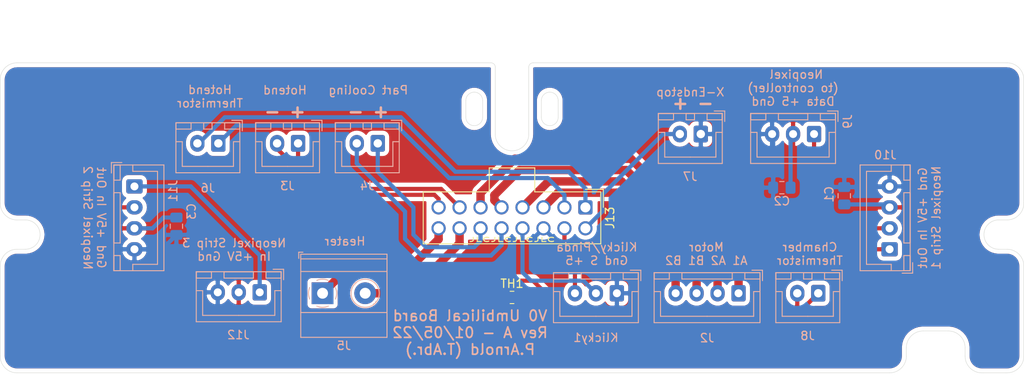
<source format=kicad_pcb>
(kicad_pcb (version 20171130) (host pcbnew "(5.1.12)-1")

  (general
    (thickness 1.6)
    (drawings 70)
    (tracks 114)
    (zones 0)
    (modules 17)
    (nets 23)
  )

  (page A4)
  (layers
    (0 F.Cu signal hide)
    (31 B.Cu signal)
    (32 B.Adhes user)
    (33 F.Adhes user)
    (34 B.Paste user)
    (35 F.Paste user)
    (36 B.SilkS user)
    (37 F.SilkS user)
    (38 B.Mask user)
    (39 F.Mask user)
    (40 Dwgs.User user)
    (41 Cmts.User user)
    (42 Eco1.User user hide)
    (43 Eco2.User user hide)
    (44 Edge.Cuts user)
    (45 Margin user)
    (46 B.CrtYd user)
    (47 F.CrtYd user)
    (48 B.Fab user)
    (49 F.Fab user)
  )

  (setup
    (last_trace_width 0.25)
    (user_trace_width 0.5)
    (user_trace_width 1)
    (trace_clearance 0.2)
    (zone_clearance 0.508)
    (zone_45_only no)
    (trace_min 0.2)
    (via_size 0.8)
    (via_drill 0.4)
    (via_min_size 0.4)
    (via_min_drill 0.3)
    (uvia_size 0.3)
    (uvia_drill 0.1)
    (uvias_allowed no)
    (uvia_min_size 0.2)
    (uvia_min_drill 0.1)
    (edge_width 0.05)
    (segment_width 0.2)
    (pcb_text_width 0.3)
    (pcb_text_size 1.5 1.5)
    (mod_edge_width 0.12)
    (mod_text_size 1 1)
    (mod_text_width 0.15)
    (pad_size 1.524 1.524)
    (pad_drill 0.762)
    (pad_to_mask_clearance 0)
    (aux_axis_origin 0 0)
    (grid_origin 100 100)
    (visible_elements 7FFFFFFF)
    (pcbplotparams
      (layerselection 0x010fc_ffffffff)
      (usegerberextensions true)
      (usegerberattributes false)
      (usegerberadvancedattributes false)
      (creategerberjobfile false)
      (excludeedgelayer true)
      (linewidth 0.100000)
      (plotframeref false)
      (viasonmask false)
      (mode 1)
      (useauxorigin false)
      (hpglpennumber 1)
      (hpglpenspeed 20)
      (hpglpendiameter 15.000000)
      (psnegative false)
      (psa4output false)
      (plotreference true)
      (plotvalue true)
      (plotinvisibletext false)
      (padsonsilk true)
      (subtractmaskfromsilk false)
      (outputformat 1)
      (mirror false)
      (drillshape 0)
      (scaleselection 1)
      (outputdirectory "Gerbers/"))
  )

  (net 0 "")
  (net 1 "Net-(J8-Pad2)")
  (net 2 "Net-(J8-Pad1)")
  (net 3 /Hotend_Fan+)
  (net 4 /Hotend_Fan-)
  (net 5 /PartFan-)
  (net 6 /PartFan+)
  (net 7 /B2)
  (net 8 /B1)
  (net 9 /A2)
  (net 10 /A1)
  (net 11 Ground)
  (net 12 5V)
  (net 13 Data)
  (net 14 DataIn2)
  (net 15 DataOut2)
  (net 16 "Net-(J13-Pad16)")
  (net 17 "Net-(J13-Pad15)")
  (net 18 "Net-(J13-Pad2)")
  (net 19 "Net-(J13-Pad1)")
  (net 20 /X_Endstop_sig)
  (net 21 +5V)
  (net 22 /KlickySignal)

  (net_class Default "This is the default net class."
    (clearance 0.2)
    (trace_width 0.25)
    (via_dia 0.8)
    (via_drill 0.4)
    (uvia_dia 0.3)
    (uvia_drill 0.1)
    (add_net +5V)
    (add_net /Hotend_Fan+)
    (add_net /Hotend_Fan-)
    (add_net /KlickySignal)
    (add_net /PartFan+)
    (add_net /PartFan-)
    (add_net /X_Endstop_sig)
    (add_net 5V)
    (add_net Data)
    (add_net DataIn2)
    (add_net DataOut2)
    (add_net Ground)
    (add_net "Net-(J13-Pad1)")
    (add_net "Net-(J13-Pad15)")
    (add_net "Net-(J13-Pad16)")
    (add_net "Net-(J13-Pad2)")
    (add_net "Net-(J8-Pad1)")
    (add_net "Net-(J8-Pad2)")
  )

  (net_class Motor_traces ""
    (clearance 0.35)
    (trace_width 1)
    (via_dia 0.8)
    (via_drill 0.4)
    (uvia_dia 0.3)
    (uvia_drill 0.1)
    (add_net /A1)
    (add_net /A2)
    (add_net /B1)
    (add_net /B2)
  )

  (module Connector_Molex:Molex_Nano-Fit_105310-xx16_2x08_P2.50mm_Vertical (layer F.Cu) (tedit 61D5D3DB) (tstamp 61D65B6D)
    (at 108.75 98.75 270)
    (descr "Molex Nano-Fit Power Connectors, 105310-xx16, 8 Pins per row (http://www.molex.com/pdm_docs/sd/1053101208_sd.pdf), generated with kicad-footprint-generator")
    (tags "connector Molex Nano-Fit side entry")
    (path /61D5E1A3)
    (fp_text reference J13 (at 1.25 -2.92 90) (layer F.SilkS)
      (effects (font (size 1 1) (thickness 0.15)))
    )
    (fp_text value Conn_02x08_Top_Bottom (at 1.25 20.42 90) (layer F.Fab)
      (effects (font (size 1 1) (thickness 0.15)))
    )
    (fp_line (start 4.24 8.75) (end 4.24 -1.72) (layer F.Fab) (width 0.1))
    (fp_line (start 4.24 -1.72) (end -1.74 -1.72) (layer F.Fab) (width 0.1))
    (fp_line (start -1.74 -1.72) (end -1.74 6.15) (layer F.Fab) (width 0.1))
    (fp_line (start -1.74 6.15) (end -4.6 6.15) (layer F.Fab) (width 0.1))
    (fp_line (start -4.6 6.15) (end -4.6 8.75) (layer F.Fab) (width 0.1))
    (fp_line (start 4.24 8.75) (end 4.24 19.22) (layer F.Fab) (width 0.1))
    (fp_line (start 4.24 19.22) (end -1.74 19.22) (layer F.Fab) (width 0.1))
    (fp_line (start -1.74 19.22) (end -1.74 11.35) (layer F.Fab) (width 0.1))
    (fp_line (start -1.74 11.35) (end -4.6 11.35) (layer F.Fab) (width 0.1))
    (fp_line (start -4.6 11.35) (end -4.6 8.75) (layer F.Fab) (width 0.1))
    (fp_line (start 4.35 8.75) (end 4.35 -1.83) (layer F.SilkS) (width 0.12))
    (fp_line (start 4.35 -1.83) (end -1.85 -1.83) (layer F.SilkS) (width 0.12))
    (fp_line (start -1.85 -1.83) (end -1.85 6.04) (layer F.SilkS) (width 0.12))
    (fp_line (start -1.85 6.04) (end -4.71 6.04) (layer F.SilkS) (width 0.12))
    (fp_line (start -4.71 6.04) (end -4.71 8.75) (layer F.SilkS) (width 0.12))
    (fp_line (start 4.35 8.75) (end 4.35 19.33) (layer F.SilkS) (width 0.12))
    (fp_line (start 4.35 19.33) (end -1.85 19.33) (layer F.SilkS) (width 0.12))
    (fp_line (start -1.85 19.33) (end -1.85 11.46) (layer F.SilkS) (width 0.12))
    (fp_line (start -1.85 11.46) (end -4.71 11.46) (layer F.SilkS) (width 0.12))
    (fp_line (start -4.71 11.46) (end -4.71 8.75) (layer F.SilkS) (width 0.12))
    (fp_line (start 4.74 8.75) (end 4.74 -2.22) (layer F.CrtYd) (width 0.05))
    (fp_line (start 4.74 -2.22) (end -2.24 -2.22) (layer F.CrtYd) (width 0.05))
    (fp_line (start -2.24 -2.22) (end -2.24 5.65) (layer F.CrtYd) (width 0.05))
    (fp_line (start -2.24 5.65) (end -5.1 5.65) (layer F.CrtYd) (width 0.05))
    (fp_line (start -5.1 5.65) (end -5.1 8.75) (layer F.CrtYd) (width 0.05))
    (fp_line (start 4.74 8.75) (end 4.74 19.72) (layer F.CrtYd) (width 0.05))
    (fp_line (start 4.74 19.72) (end -2.24 19.72) (layer F.CrtYd) (width 0.05))
    (fp_line (start -2.24 19.72) (end -2.24 11.85) (layer F.CrtYd) (width 0.05))
    (fp_line (start -2.24 11.85) (end -5.1 11.85) (layer F.CrtYd) (width 0.05))
    (fp_line (start -5.1 11.85) (end -5.1 8.75) (layer F.CrtYd) (width 0.05))
    (fp_line (start -4.1 6.65) (end -4.1 10.85) (layer F.Fab) (width 0.1))
    (fp_line (start -4.1 10.85) (end -2.02 10.85) (layer F.Fab) (width 0.1))
    (fp_line (start -2.02 10.85) (end -2.02 6.65) (layer F.Fab) (width 0.1))
    (fp_line (start -2.02 6.65) (end -4.1 6.65) (layer F.Fab) (width 0.1))
    (fp_line (start 0 -2.13) (end -2.15 -2.13) (layer F.SilkS) (width 0.12))
    (fp_line (start -2.15 -2.13) (end -2.15 0) (layer F.SilkS) (width 0.12))
    (fp_line (start -0.5 -1.72) (end 0 -1.012893) (layer F.Fab) (width 0.1))
    (fp_line (start 0 -1.012893) (end 0.5 -1.72) (layer F.Fab) (width 0.1))
    (fp_text user %R (at 3.54 8.75) (layer F.Fab)
      (effects (font (size 1 1) (thickness 0.15)))
    )
    (pad "" np_thru_hole circle (at -1.34 8.75 270) (size 1.3 1.3) (drill 1.3) (layers *.Cu *.Mask))
    (pad 16 thru_hole circle (at 2.5 17.5 270) (size 1.7 1.7) (drill 1.2) (layers *.Cu *.Mask)
      (net 16 "Net-(J13-Pad16)"))
    (pad 15 thru_hole circle (at 2.5 15 270) (size 1.7 1.7) (drill 1.2) (layers *.Cu *.Mask)
      (net 17 "Net-(J13-Pad15)"))
    (pad 14 thru_hole circle (at 2.5 12.5 270) (size 1.7 1.7) (drill 1.2) (layers *.Cu *.Mask)
      (net 6 /PartFan+))
    (pad 13 thru_hole circle (at 2.5 10 270) (size 1.7 1.7) (drill 1.2) (layers *.Cu *.Mask)
      (net 5 /PartFan-))
    (pad 12 thru_hole circle (at 2.5 7.5 270) (size 1.7 1.7) (drill 1.2) (layers *.Cu *.Mask)
      (net 22 /KlickySignal))
    (pad 11 thru_hole circle (at 2.5 5 270) (size 1.7 1.7) (drill 1.2) (layers *.Cu *.Mask)
      (net 11 Ground))
    (pad 10 thru_hole circle (at 2.5 2.5 270) (size 1.7 1.7) (drill 1.2) (layers *.Cu *.Mask)
      (net 21 +5V))
    (pad 9 thru_hole circle (at 2.5 0 270) (size 1.7 1.7) (drill 1.2) (layers *.Cu *.Mask)
      (net 20 /X_Endstop_sig))
    (pad 8 thru_hole circle (at 0 17.5 270) (size 1.7 1.7) (drill 1.2) (layers *.Cu *.Mask)
      (net 4 /Hotend_Fan-))
    (pad 7 thru_hole circle (at 0 15 270) (size 1.7 1.7) (drill 1.2) (layers *.Cu *.Mask)
      (net 3 /Hotend_Fan+))
    (pad 6 thru_hole circle (at 0 12.5 270) (size 1.7 1.7) (drill 1.2) (layers *.Cu *.Mask)
      (net 7 /B2))
    (pad 5 thru_hole circle (at 0 10 270) (size 1.7 1.7) (drill 1.2) (layers *.Cu *.Mask)
      (net 8 /B1))
    (pad 4 thru_hole circle (at 0 7.5 270) (size 1.7 1.7) (drill 1.2) (layers *.Cu *.Mask)
      (net 9 /A2))
    (pad 3 thru_hole circle (at 0 5 270) (size 1.7 1.7) (drill 1.2) (layers *.Cu *.Mask)
      (net 10 /A1))
    (pad 2 thru_hole circle (at 0 2.5 270) (size 1.7 1.7) (drill 1.2) (layers *.Cu *.Mask)
      (net 18 "Net-(J13-Pad2)"))
    (pad 1 thru_hole roundrect (at 0 0 270) (size 1.7 1.7) (drill 1.2) (layers *.Cu *.Mask) (roundrect_rratio 0.1470588235294118)
      (net 19 "Net-(J13-Pad1)"))
    (model ${KISYS3DMOD}/Connector_Molex.3dshapes/Molex_Nano-Fit_105310-xx16_2x08_P2.50mm_Vertical.wrl
      (at (xyz 0 0 0))
      (scale (xyz 1 1 1))
      (rotate (xyz 0 0 0))
    )
    (model ${KISYS3DMOD}/Connector_Molex.3dshapes/1053101116.stp
      (offset (xyz 1.25 -8.75 4.5))
      (scale (xyz 1 1 1))
      (rotate (xyz 0 0 -90))
    )
  )

  (module Connector_JST:JST_XH_B3B-XH-A_1x03_P2.50mm_Vertical (layer B.Cu) (tedit 5C28146C) (tstamp 61D63D9C)
    (at 112.5 109 180)
    (descr "JST XH series connector, B3B-XH-A (http://www.jst-mfg.com/product/pdf/eng/eXH.pdf), generated with kicad-footprint-generator")
    (tags "connector JST XH vertical")
    (path /61D73A56)
    (fp_text reference Klicky1 (at 2.5 -5.3) (layer B.SilkS)
      (effects (font (size 1 1) (thickness 0.15)) (justify mirror))
    )
    (fp_text value Conn_01x03 (at 2.5 -4.6) (layer B.Fab)
      (effects (font (size 1 1) (thickness 0.15)) (justify mirror))
    )
    (fp_line (start -2.85 2.75) (end -2.85 1.5) (layer B.SilkS) (width 0.12))
    (fp_line (start -1.6 2.75) (end -2.85 2.75) (layer B.SilkS) (width 0.12))
    (fp_line (start 6.8 -2.75) (end 2.5 -2.75) (layer B.SilkS) (width 0.12))
    (fp_line (start 6.8 0.2) (end 6.8 -2.75) (layer B.SilkS) (width 0.12))
    (fp_line (start 7.55 0.2) (end 6.8 0.2) (layer B.SilkS) (width 0.12))
    (fp_line (start -1.8 -2.75) (end 2.5 -2.75) (layer B.SilkS) (width 0.12))
    (fp_line (start -1.8 0.2) (end -1.8 -2.75) (layer B.SilkS) (width 0.12))
    (fp_line (start -2.55 0.2) (end -1.8 0.2) (layer B.SilkS) (width 0.12))
    (fp_line (start 7.55 2.45) (end 5.75 2.45) (layer B.SilkS) (width 0.12))
    (fp_line (start 7.55 1.7) (end 7.55 2.45) (layer B.SilkS) (width 0.12))
    (fp_line (start 5.75 1.7) (end 7.55 1.7) (layer B.SilkS) (width 0.12))
    (fp_line (start 5.75 2.45) (end 5.75 1.7) (layer B.SilkS) (width 0.12))
    (fp_line (start -0.75 2.45) (end -2.55 2.45) (layer B.SilkS) (width 0.12))
    (fp_line (start -0.75 1.7) (end -0.75 2.45) (layer B.SilkS) (width 0.12))
    (fp_line (start -2.55 1.7) (end -0.75 1.7) (layer B.SilkS) (width 0.12))
    (fp_line (start -2.55 2.45) (end -2.55 1.7) (layer B.SilkS) (width 0.12))
    (fp_line (start 4.25 2.45) (end 0.75 2.45) (layer B.SilkS) (width 0.12))
    (fp_line (start 4.25 1.7) (end 4.25 2.45) (layer B.SilkS) (width 0.12))
    (fp_line (start 0.75 1.7) (end 4.25 1.7) (layer B.SilkS) (width 0.12))
    (fp_line (start 0.75 2.45) (end 0.75 1.7) (layer B.SilkS) (width 0.12))
    (fp_line (start 0 1.35) (end 0.625 2.35) (layer B.Fab) (width 0.1))
    (fp_line (start -0.625 2.35) (end 0 1.35) (layer B.Fab) (width 0.1))
    (fp_line (start 7.95 2.85) (end -2.95 2.85) (layer B.CrtYd) (width 0.05))
    (fp_line (start 7.95 -3.9) (end 7.95 2.85) (layer B.CrtYd) (width 0.05))
    (fp_line (start -2.95 -3.9) (end 7.95 -3.9) (layer B.CrtYd) (width 0.05))
    (fp_line (start -2.95 2.85) (end -2.95 -3.9) (layer B.CrtYd) (width 0.05))
    (fp_line (start 7.56 2.46) (end -2.56 2.46) (layer B.SilkS) (width 0.12))
    (fp_line (start 7.56 -3.51) (end 7.56 2.46) (layer B.SilkS) (width 0.12))
    (fp_line (start -2.56 -3.51) (end 7.56 -3.51) (layer B.SilkS) (width 0.12))
    (fp_line (start -2.56 2.46) (end -2.56 -3.51) (layer B.SilkS) (width 0.12))
    (fp_line (start 7.45 2.35) (end -2.45 2.35) (layer B.Fab) (width 0.1))
    (fp_line (start 7.45 -3.4) (end 7.45 2.35) (layer B.Fab) (width 0.1))
    (fp_line (start -2.45 -3.4) (end 7.45 -3.4) (layer B.Fab) (width 0.1))
    (fp_line (start -2.45 2.35) (end -2.45 -3.4) (layer B.Fab) (width 0.1))
    (fp_text user %R (at 2.5 -2.7) (layer B.Fab)
      (effects (font (size 1 1) (thickness 0.15)) (justify mirror))
    )
    (pad 3 thru_hole oval (at 5 0 180) (size 1.7 1.95) (drill 0.95) (layers *.Cu *.Mask)
      (net 21 +5V))
    (pad 2 thru_hole oval (at 2.5 0 180) (size 1.7 1.95) (drill 0.95) (layers *.Cu *.Mask)
      (net 22 /KlickySignal))
    (pad 1 thru_hole roundrect (at 0 0 180) (size 1.7 1.95) (drill 0.95) (layers *.Cu *.Mask) (roundrect_rratio 0.1470588235294118)
      (net 11 Ground))
    (model ${KISYS3DMOD}/Connector_JST.3dshapes/JST_XH_B3B-XH-A_1x03_P2.50mm_Vertical.wrl
      (at (xyz 0 0 0))
      (scale (xyz 1 1 1))
      (rotate (xyz 0 0 0))
    )
  )

  (module Connector_JST:JST_XH_B3B-XH-A_1x03_P2.50mm_Vertical (layer B.Cu) (tedit 5C28146C) (tstamp 60811A70)
    (at 69.928 108.89 180)
    (descr "JST XH series connector, B3B-XH-A (http://www.jst-mfg.com/product/pdf/eng/eXH.pdf), generated with kicad-footprint-generator")
    (tags "connector JST XH vertical")
    (path /60863852)
    (fp_text reference J12 (at 2.54 -5.08) (layer B.SilkS)
      (effects (font (size 1 1) (thickness 0.15)) (justify mirror))
    )
    (fp_text value "Neopixel Out" (at 2.5 -4.6) (layer B.Fab)
      (effects (font (size 1 1) (thickness 0.15)) (justify mirror))
    )
    (fp_line (start -2.85 2.75) (end -2.85 1.5) (layer B.SilkS) (width 0.12))
    (fp_line (start -1.6 2.75) (end -2.85 2.75) (layer B.SilkS) (width 0.12))
    (fp_line (start 6.8 -2.75) (end 2.5 -2.75) (layer B.SilkS) (width 0.12))
    (fp_line (start 6.8 0.2) (end 6.8 -2.75) (layer B.SilkS) (width 0.12))
    (fp_line (start 7.55 0.2) (end 6.8 0.2) (layer B.SilkS) (width 0.12))
    (fp_line (start -1.8 -2.75) (end 2.5 -2.75) (layer B.SilkS) (width 0.12))
    (fp_line (start -1.8 0.2) (end -1.8 -2.75) (layer B.SilkS) (width 0.12))
    (fp_line (start -2.55 0.2) (end -1.8 0.2) (layer B.SilkS) (width 0.12))
    (fp_line (start 7.55 2.45) (end 5.75 2.45) (layer B.SilkS) (width 0.12))
    (fp_line (start 7.55 1.7) (end 7.55 2.45) (layer B.SilkS) (width 0.12))
    (fp_line (start 5.75 1.7) (end 7.55 1.7) (layer B.SilkS) (width 0.12))
    (fp_line (start 5.75 2.45) (end 5.75 1.7) (layer B.SilkS) (width 0.12))
    (fp_line (start -0.75 2.45) (end -2.55 2.45) (layer B.SilkS) (width 0.12))
    (fp_line (start -0.75 1.7) (end -0.75 2.45) (layer B.SilkS) (width 0.12))
    (fp_line (start -2.55 1.7) (end -0.75 1.7) (layer B.SilkS) (width 0.12))
    (fp_line (start -2.55 2.45) (end -2.55 1.7) (layer B.SilkS) (width 0.12))
    (fp_line (start 4.25 2.45) (end 0.75 2.45) (layer B.SilkS) (width 0.12))
    (fp_line (start 4.25 1.7) (end 4.25 2.45) (layer B.SilkS) (width 0.12))
    (fp_line (start 0.75 1.7) (end 4.25 1.7) (layer B.SilkS) (width 0.12))
    (fp_line (start 0.75 2.45) (end 0.75 1.7) (layer B.SilkS) (width 0.12))
    (fp_line (start 0 1.35) (end 0.625 2.35) (layer B.Fab) (width 0.1))
    (fp_line (start -0.625 2.35) (end 0 1.35) (layer B.Fab) (width 0.1))
    (fp_line (start 7.95 2.85) (end -2.95 2.85) (layer B.CrtYd) (width 0.05))
    (fp_line (start 7.95 -3.9) (end 7.95 2.85) (layer B.CrtYd) (width 0.05))
    (fp_line (start -2.95 -3.9) (end 7.95 -3.9) (layer B.CrtYd) (width 0.05))
    (fp_line (start -2.95 2.85) (end -2.95 -3.9) (layer B.CrtYd) (width 0.05))
    (fp_line (start 7.56 2.46) (end -2.56 2.46) (layer B.SilkS) (width 0.12))
    (fp_line (start 7.56 -3.51) (end 7.56 2.46) (layer B.SilkS) (width 0.12))
    (fp_line (start -2.56 -3.51) (end 7.56 -3.51) (layer B.SilkS) (width 0.12))
    (fp_line (start -2.56 2.46) (end -2.56 -3.51) (layer B.SilkS) (width 0.12))
    (fp_line (start 7.45 2.35) (end -2.45 2.35) (layer B.Fab) (width 0.1))
    (fp_line (start 7.45 -3.4) (end 7.45 2.35) (layer B.Fab) (width 0.1))
    (fp_line (start -2.45 -3.4) (end 7.45 -3.4) (layer B.Fab) (width 0.1))
    (fp_line (start -2.45 2.35) (end -2.45 -3.4) (layer B.Fab) (width 0.1))
    (fp_text user %R (at 2.5 -2.7) (layer B.Fab)
      (effects (font (size 1 1) (thickness 0.15)) (justify mirror))
    )
    (pad 3 thru_hole oval (at 5 0 180) (size 1.7 1.95) (drill 0.95) (layers *.Cu *.Mask)
      (net 11 Ground))
    (pad 2 thru_hole oval (at 2.5 0 180) (size 1.7 1.95) (drill 0.95) (layers *.Cu *.Mask)
      (net 12 5V))
    (pad 1 thru_hole roundrect (at 0 0 180) (size 1.7 1.95) (drill 0.95) (layers *.Cu *.Mask) (roundrect_rratio 0.1470588235294118)
      (net 15 DataOut2))
    (model ${KISYS3DMOD}/Connector_JST.3dshapes/JST_XH_B3B-XH-A_1x03_P2.50mm_Vertical.wrl
      (at (xyz 0 0 0))
      (scale (xyz 1 1 1))
      (rotate (xyz 0 0 0))
    )
  )

  (module Capacitor_SMD:C_0805_2012Metric_Pad1.18x1.45mm_HandSolder (layer B.Cu) (tedit 5F68FEEF) (tstamp 60810903)
    (at 60 101 270)
    (descr "Capacitor SMD 0805 (2012 Metric), square (rectangular) end terminal, IPC_7351 nominal with elongated pad for handsoldering. (Body size source: IPC-SM-782 page 76, https://www.pcb-3d.com/wordpress/wp-content/uploads/ipc-sm-782a_amendment_1_and_2.pdf, https://docs.google.com/spreadsheets/d/1BsfQQcO9C6DZCsRaXUlFlo91Tg2WpOkGARC1WS5S8t0/edit?usp=sharing), generated with kicad-footprint-generator")
    (tags "capacitor handsolder")
    (path /6085648A)
    (attr smd)
    (fp_text reference C3 (at -1.762 -1.8 270) (layer B.SilkS)
      (effects (font (size 1 1) (thickness 0.15)) (justify mirror))
    )
    (fp_text value C (at 0 -1.68 270) (layer B.Fab)
      (effects (font (size 1 1) (thickness 0.15)) (justify mirror))
    )
    (fp_line (start 1.88 -0.98) (end -1.88 -0.98) (layer B.CrtYd) (width 0.05))
    (fp_line (start 1.88 0.98) (end 1.88 -0.98) (layer B.CrtYd) (width 0.05))
    (fp_line (start -1.88 0.98) (end 1.88 0.98) (layer B.CrtYd) (width 0.05))
    (fp_line (start -1.88 -0.98) (end -1.88 0.98) (layer B.CrtYd) (width 0.05))
    (fp_line (start -0.261252 -0.735) (end 0.261252 -0.735) (layer B.SilkS) (width 0.12))
    (fp_line (start -0.261252 0.735) (end 0.261252 0.735) (layer B.SilkS) (width 0.12))
    (fp_line (start 1 -0.625) (end -1 -0.625) (layer B.Fab) (width 0.1))
    (fp_line (start 1 0.625) (end 1 -0.625) (layer B.Fab) (width 0.1))
    (fp_line (start -1 0.625) (end 1 0.625) (layer B.Fab) (width 0.1))
    (fp_line (start -1 -0.625) (end -1 0.625) (layer B.Fab) (width 0.1))
    (fp_text user %R (at 0 0 270) (layer B.Fab)
      (effects (font (size 0.5 0.5) (thickness 0.08)) (justify mirror))
    )
    (pad 2 smd roundrect (at 1.0375 0 270) (size 1.175 1.45) (layers B.Cu B.Paste B.Mask) (roundrect_rratio 0.2127659574468085)
      (net 11 Ground))
    (pad 1 smd roundrect (at -1.0375 0 270) (size 1.175 1.45) (layers B.Cu B.Paste B.Mask) (roundrect_rratio 0.2127659574468085)
      (net 12 5V))
    (model ${KISYS3DMOD}/Capacitor_SMD.3dshapes/C_0805_2012Metric.wrl
      (at (xyz 0 0 0))
      (scale (xyz 1 1 1))
      (rotate (xyz 0 0 0))
    )
  )

  (module Capacitor_SMD:C_0805_2012Metric_Pad1.18x1.45mm_HandSolder (layer B.Cu) (tedit 5F68FEEF) (tstamp 608102AE)
    (at 132.1625 96.4 180)
    (descr "Capacitor SMD 0805 (2012 Metric), square (rectangular) end terminal, IPC_7351 nominal with elongated pad for handsoldering. (Body size source: IPC-SM-782 page 76, https://www.pcb-3d.com/wordpress/wp-content/uploads/ipc-sm-782a_amendment_1_and_2.pdf, https://docs.google.com/spreadsheets/d/1BsfQQcO9C6DZCsRaXUlFlo91Tg2WpOkGARC1WS5S8t0/edit?usp=sharing), generated with kicad-footprint-generator")
    (tags "capacitor handsolder")
    (path /60854D27)
    (attr smd)
    (fp_text reference C2 (at 0 -1.6) (layer B.SilkS)
      (effects (font (size 1 1) (thickness 0.15)) (justify mirror))
    )
    (fp_text value C (at 0 -1.68) (layer B.Fab)
      (effects (font (size 1 1) (thickness 0.15)) (justify mirror))
    )
    (fp_line (start 1.88 -0.98) (end -1.88 -0.98) (layer B.CrtYd) (width 0.05))
    (fp_line (start 1.88 0.98) (end 1.88 -0.98) (layer B.CrtYd) (width 0.05))
    (fp_line (start -1.88 0.98) (end 1.88 0.98) (layer B.CrtYd) (width 0.05))
    (fp_line (start -1.88 -0.98) (end -1.88 0.98) (layer B.CrtYd) (width 0.05))
    (fp_line (start -0.261252 -0.735) (end 0.261252 -0.735) (layer B.SilkS) (width 0.12))
    (fp_line (start -0.261252 0.735) (end 0.261252 0.735) (layer B.SilkS) (width 0.12))
    (fp_line (start 1 -0.625) (end -1 -0.625) (layer B.Fab) (width 0.1))
    (fp_line (start 1 0.625) (end 1 -0.625) (layer B.Fab) (width 0.1))
    (fp_line (start -1 0.625) (end 1 0.625) (layer B.Fab) (width 0.1))
    (fp_line (start -1 -0.625) (end -1 0.625) (layer B.Fab) (width 0.1))
    (fp_text user %R (at 0 0) (layer B.Fab)
      (effects (font (size 0.5 0.5) (thickness 0.08)) (justify mirror))
    )
    (pad 2 smd roundrect (at 1.0375 0 180) (size 1.175 1.45) (layers B.Cu B.Paste B.Mask) (roundrect_rratio 0.2127659574468085)
      (net 11 Ground))
    (pad 1 smd roundrect (at -1.0375 0 180) (size 1.175 1.45) (layers B.Cu B.Paste B.Mask) (roundrect_rratio 0.2127659574468085)
      (net 12 5V))
    (model ${KISYS3DMOD}/Capacitor_SMD.3dshapes/C_0805_2012Metric.wrl
      (at (xyz 0 0 0))
      (scale (xyz 1 1 1))
      (rotate (xyz 0 0 0))
    )
  )

  (module Capacitor_SMD:C_0805_2012Metric_Pad1.18x1.45mm_HandSolder (layer B.Cu) (tedit 5F68FEEF) (tstamp 6081029D)
    (at 139.6 97.3625 90)
    (descr "Capacitor SMD 0805 (2012 Metric), square (rectangular) end terminal, IPC_7351 nominal with elongated pad for handsoldering. (Body size source: IPC-SM-782 page 76, https://www.pcb-3d.com/wordpress/wp-content/uploads/ipc-sm-782a_amendment_1_and_2.pdf, https://docs.google.com/spreadsheets/d/1BsfQQcO9C6DZCsRaXUlFlo91Tg2WpOkGARC1WS5S8t0/edit?usp=sharing), generated with kicad-footprint-generator")
    (tags "capacitor handsolder")
    (path /608531DC)
    (attr smd)
    (fp_text reference C1 (at 0.1625 -1.8 270) (layer B.SilkS)
      (effects (font (size 1 1) (thickness 0.15)) (justify mirror))
    )
    (fp_text value C (at 0 -1.68 270) (layer B.Fab)
      (effects (font (size 1 1) (thickness 0.15)) (justify mirror))
    )
    (fp_line (start 1.88 -0.98) (end -1.88 -0.98) (layer B.CrtYd) (width 0.05))
    (fp_line (start 1.88 0.98) (end 1.88 -0.98) (layer B.CrtYd) (width 0.05))
    (fp_line (start -1.88 0.98) (end 1.88 0.98) (layer B.CrtYd) (width 0.05))
    (fp_line (start -1.88 -0.98) (end -1.88 0.98) (layer B.CrtYd) (width 0.05))
    (fp_line (start -0.261252 -0.735) (end 0.261252 -0.735) (layer B.SilkS) (width 0.12))
    (fp_line (start -0.261252 0.735) (end 0.261252 0.735) (layer B.SilkS) (width 0.12))
    (fp_line (start 1 -0.625) (end -1 -0.625) (layer B.Fab) (width 0.1))
    (fp_line (start 1 0.625) (end 1 -0.625) (layer B.Fab) (width 0.1))
    (fp_line (start -1 0.625) (end 1 0.625) (layer B.Fab) (width 0.1))
    (fp_line (start -1 -0.625) (end -1 0.625) (layer B.Fab) (width 0.1))
    (fp_text user %R (at 0 0 270) (layer B.Fab)
      (effects (font (size 0.5 0.5) (thickness 0.08)) (justify mirror))
    )
    (pad 2 smd roundrect (at 1.0375 0 90) (size 1.175 1.45) (layers B.Cu B.Paste B.Mask) (roundrect_rratio 0.2127659574468085)
      (net 11 Ground))
    (pad 1 smd roundrect (at -1.0375 0 90) (size 1.175 1.45) (layers B.Cu B.Paste B.Mask) (roundrect_rratio 0.2127659574468085)
      (net 12 5V))
    (model ${KISYS3DMOD}/Capacitor_SMD.3dshapes/C_0805_2012Metric.wrl
      (at (xyz 0 0 0))
      (scale (xyz 1 1 1))
      (rotate (xyz 0 0 0))
    )
  )

  (module Connector_JST:JST_XH_B4B-XH-A_1x04_P2.50mm_Vertical (layer B.Cu) (tedit 5C28146C) (tstamp 6080CF0E)
    (at 55 96.25 270)
    (descr "JST XH series connector, B4B-XH-A (http://www.jst-mfg.com/product/pdf/eng/eXH.pdf), generated with kicad-footprint-generator")
    (tags "connector JST XH vertical")
    (path /6082B5EA)
    (fp_text reference J11 (at 0.55 -4.6 90) (layer B.SilkS)
      (effects (font (size 1 1) (thickness 0.15)) (justify mirror))
    )
    (fp_text value "Neopixel Strip 1" (at 3.75 -4.6 90) (layer B.Fab)
      (effects (font (size 1 1) (thickness 0.15)) (justify mirror))
    )
    (fp_line (start -2.85 2.75) (end -2.85 1.5) (layer B.SilkS) (width 0.12))
    (fp_line (start -1.6 2.75) (end -2.85 2.75) (layer B.SilkS) (width 0.12))
    (fp_line (start 9.3 -2.75) (end 3.75 -2.75) (layer B.SilkS) (width 0.12))
    (fp_line (start 9.3 0.2) (end 9.3 -2.75) (layer B.SilkS) (width 0.12))
    (fp_line (start 10.05 0.2) (end 9.3 0.2) (layer B.SilkS) (width 0.12))
    (fp_line (start -1.8 -2.75) (end 3.75 -2.75) (layer B.SilkS) (width 0.12))
    (fp_line (start -1.8 0.2) (end -1.8 -2.75) (layer B.SilkS) (width 0.12))
    (fp_line (start -2.55 0.2) (end -1.8 0.2) (layer B.SilkS) (width 0.12))
    (fp_line (start 10.05 2.45) (end 8.25 2.45) (layer B.SilkS) (width 0.12))
    (fp_line (start 10.05 1.7) (end 10.05 2.45) (layer B.SilkS) (width 0.12))
    (fp_line (start 8.25 1.7) (end 10.05 1.7) (layer B.SilkS) (width 0.12))
    (fp_line (start 8.25 2.45) (end 8.25 1.7) (layer B.SilkS) (width 0.12))
    (fp_line (start -0.75 2.45) (end -2.55 2.45) (layer B.SilkS) (width 0.12))
    (fp_line (start -0.75 1.7) (end -0.75 2.45) (layer B.SilkS) (width 0.12))
    (fp_line (start -2.55 1.7) (end -0.75 1.7) (layer B.SilkS) (width 0.12))
    (fp_line (start -2.55 2.45) (end -2.55 1.7) (layer B.SilkS) (width 0.12))
    (fp_line (start 6.75 2.45) (end 0.75 2.45) (layer B.SilkS) (width 0.12))
    (fp_line (start 6.75 1.7) (end 6.75 2.45) (layer B.SilkS) (width 0.12))
    (fp_line (start 0.75 1.7) (end 6.75 1.7) (layer B.SilkS) (width 0.12))
    (fp_line (start 0.75 2.45) (end 0.75 1.7) (layer B.SilkS) (width 0.12))
    (fp_line (start 0 1.35) (end 0.625 2.35) (layer B.Fab) (width 0.1))
    (fp_line (start -0.625 2.35) (end 0 1.35) (layer B.Fab) (width 0.1))
    (fp_line (start 10.45 2.85) (end -2.95 2.85) (layer B.CrtYd) (width 0.05))
    (fp_line (start 10.45 -3.9) (end 10.45 2.85) (layer B.CrtYd) (width 0.05))
    (fp_line (start -2.95 -3.9) (end 10.45 -3.9) (layer B.CrtYd) (width 0.05))
    (fp_line (start -2.95 2.85) (end -2.95 -3.9) (layer B.CrtYd) (width 0.05))
    (fp_line (start 10.06 2.46) (end -2.56 2.46) (layer B.SilkS) (width 0.12))
    (fp_line (start 10.06 -3.51) (end 10.06 2.46) (layer B.SilkS) (width 0.12))
    (fp_line (start -2.56 -3.51) (end 10.06 -3.51) (layer B.SilkS) (width 0.12))
    (fp_line (start -2.56 2.46) (end -2.56 -3.51) (layer B.SilkS) (width 0.12))
    (fp_line (start 9.95 2.35) (end -2.45 2.35) (layer B.Fab) (width 0.1))
    (fp_line (start 9.95 -3.4) (end 9.95 2.35) (layer B.Fab) (width 0.1))
    (fp_line (start -2.45 -3.4) (end 9.95 -3.4) (layer B.Fab) (width 0.1))
    (fp_line (start -2.45 2.35) (end -2.45 -3.4) (layer B.Fab) (width 0.1))
    (fp_text user %R (at 3.75 -2.7 90) (layer B.Fab)
      (effects (font (size 1 1) (thickness 0.15)) (justify mirror))
    )
    (pad 4 thru_hole oval (at 7.5 0 270) (size 1.7 1.95) (drill 0.95) (layers *.Cu *.Mask)
      (net 11 Ground))
    (pad 3 thru_hole oval (at 5 0 270) (size 1.7 1.95) (drill 0.95) (layers *.Cu *.Mask)
      (net 12 5V))
    (pad 2 thru_hole oval (at 2.5 0 270) (size 1.7 1.95) (drill 0.95) (layers *.Cu *.Mask)
      (net 14 DataIn2))
    (pad 1 thru_hole roundrect (at 0 0 270) (size 1.7 1.95) (drill 0.95) (layers *.Cu *.Mask) (roundrect_rratio 0.1470588235294118)
      (net 15 DataOut2))
    (model ${KISYS3DMOD}/Connector_JST.3dshapes/JST_XH_B4B-XH-A_1x04_P2.50mm_Vertical.wrl
      (at (xyz 0 0 0))
      (scale (xyz 1 1 1))
      (rotate (xyz 0 0 0))
    )
  )

  (module Connector_JST:JST_XH_B4B-XH-A_1x04_P2.50mm_Vertical (layer B.Cu) (tedit 5C28146C) (tstamp 6080CEE3)
    (at 145 103.75 90)
    (descr "JST XH series connector, B4B-XH-A (http://www.jst-mfg.com/product/pdf/eng/eXH.pdf), generated with kicad-footprint-generator")
    (tags "connector JST XH vertical")
    (path /60829D1D)
    (fp_text reference J10 (at 11.25 -0.5 180) (layer B.SilkS)
      (effects (font (size 1 1) (thickness 0.15)) (justify mirror))
    )
    (fp_text value "Neopixel Strip 1" (at 3.75 -4.6 90) (layer B.Fab)
      (effects (font (size 1 1) (thickness 0.15)) (justify mirror))
    )
    (fp_line (start -2.85 2.75) (end -2.85 1.5) (layer B.SilkS) (width 0.12))
    (fp_line (start -1.6 2.75) (end -2.85 2.75) (layer B.SilkS) (width 0.12))
    (fp_line (start 9.3 -2.75) (end 3.75 -2.75) (layer B.SilkS) (width 0.12))
    (fp_line (start 9.3 0.2) (end 9.3 -2.75) (layer B.SilkS) (width 0.12))
    (fp_line (start 10.05 0.2) (end 9.3 0.2) (layer B.SilkS) (width 0.12))
    (fp_line (start -1.8 -2.75) (end 3.75 -2.75) (layer B.SilkS) (width 0.12))
    (fp_line (start -1.8 0.2) (end -1.8 -2.75) (layer B.SilkS) (width 0.12))
    (fp_line (start -2.55 0.2) (end -1.8 0.2) (layer B.SilkS) (width 0.12))
    (fp_line (start 10.05 2.45) (end 8.25 2.45) (layer B.SilkS) (width 0.12))
    (fp_line (start 10.05 1.7) (end 10.05 2.45) (layer B.SilkS) (width 0.12))
    (fp_line (start 8.25 1.7) (end 10.05 1.7) (layer B.SilkS) (width 0.12))
    (fp_line (start 8.25 2.45) (end 8.25 1.7) (layer B.SilkS) (width 0.12))
    (fp_line (start -0.75 2.45) (end -2.55 2.45) (layer B.SilkS) (width 0.12))
    (fp_line (start -0.75 1.7) (end -0.75 2.45) (layer B.SilkS) (width 0.12))
    (fp_line (start -2.55 1.7) (end -0.75 1.7) (layer B.SilkS) (width 0.12))
    (fp_line (start -2.55 2.45) (end -2.55 1.7) (layer B.SilkS) (width 0.12))
    (fp_line (start 6.75 2.45) (end 0.75 2.45) (layer B.SilkS) (width 0.12))
    (fp_line (start 6.75 1.7) (end 6.75 2.45) (layer B.SilkS) (width 0.12))
    (fp_line (start 0.75 1.7) (end 6.75 1.7) (layer B.SilkS) (width 0.12))
    (fp_line (start 0.75 2.45) (end 0.75 1.7) (layer B.SilkS) (width 0.12))
    (fp_line (start 0 1.35) (end 0.625 2.35) (layer B.Fab) (width 0.1))
    (fp_line (start -0.625 2.35) (end 0 1.35) (layer B.Fab) (width 0.1))
    (fp_line (start 10.45 2.85) (end -2.95 2.85) (layer B.CrtYd) (width 0.05))
    (fp_line (start 10.45 -3.9) (end 10.45 2.85) (layer B.CrtYd) (width 0.05))
    (fp_line (start -2.95 -3.9) (end 10.45 -3.9) (layer B.CrtYd) (width 0.05))
    (fp_line (start -2.95 2.85) (end -2.95 -3.9) (layer B.CrtYd) (width 0.05))
    (fp_line (start 10.06 2.46) (end -2.56 2.46) (layer B.SilkS) (width 0.12))
    (fp_line (start 10.06 -3.51) (end 10.06 2.46) (layer B.SilkS) (width 0.12))
    (fp_line (start -2.56 -3.51) (end 10.06 -3.51) (layer B.SilkS) (width 0.12))
    (fp_line (start -2.56 2.46) (end -2.56 -3.51) (layer B.SilkS) (width 0.12))
    (fp_line (start 9.95 2.35) (end -2.45 2.35) (layer B.Fab) (width 0.1))
    (fp_line (start 9.95 -3.4) (end 9.95 2.35) (layer B.Fab) (width 0.1))
    (fp_line (start -2.45 -3.4) (end 9.95 -3.4) (layer B.Fab) (width 0.1))
    (fp_line (start -2.45 2.35) (end -2.45 -3.4) (layer B.Fab) (width 0.1))
    (fp_text user %R (at 3.75 -2.7 90) (layer B.Fab)
      (effects (font (size 1 1) (thickness 0.15)) (justify mirror))
    )
    (pad 4 thru_hole oval (at 7.5 0 90) (size 1.7 1.95) (drill 0.95) (layers *.Cu *.Mask)
      (net 11 Ground))
    (pad 3 thru_hole oval (at 5 0 90) (size 1.7 1.95) (drill 0.95) (layers *.Cu *.Mask)
      (net 12 5V))
    (pad 2 thru_hole oval (at 2.5 0 90) (size 1.7 1.95) (drill 0.95) (layers *.Cu *.Mask)
      (net 13 Data))
    (pad 1 thru_hole roundrect (at 0 0 90) (size 1.7 1.95) (drill 0.95) (layers *.Cu *.Mask) (roundrect_rratio 0.1470588235294118)
      (net 14 DataIn2))
    (model ${KISYS3DMOD}/Connector_JST.3dshapes/JST_XH_B4B-XH-A_1x04_P2.50mm_Vertical.wrl
      (at (xyz 0 0 0))
      (scale (xyz 1 1 1))
      (rotate (xyz 0 0 0))
    )
  )

  (module Connector_JST:JST_XH_B3B-XH-A_1x03_P2.50mm_Vertical (layer B.Cu) (tedit 5C28146C) (tstamp 6080CEB8)
    (at 136 90 180)
    (descr "JST XH series connector, B3B-XH-A (http://www.jst-mfg.com/product/pdf/eng/eXH.pdf), generated with kicad-footprint-generator")
    (tags "connector JST XH vertical")
    (path /60829322)
    (fp_text reference J9 (at -4 1.5 90) (layer B.SilkS)
      (effects (font (size 1 1) (thickness 0.15)) (justify mirror))
    )
    (fp_text value "Neopixel (from controller)" (at 2.5 -4.6) (layer B.Fab)
      (effects (font (size 1 1) (thickness 0.15)) (justify mirror))
    )
    (fp_line (start -2.85 2.75) (end -2.85 1.5) (layer B.SilkS) (width 0.12))
    (fp_line (start -1.6 2.75) (end -2.85 2.75) (layer B.SilkS) (width 0.12))
    (fp_line (start 6.8 -2.75) (end 2.5 -2.75) (layer B.SilkS) (width 0.12))
    (fp_line (start 6.8 0.2) (end 6.8 -2.75) (layer B.SilkS) (width 0.12))
    (fp_line (start 7.55 0.2) (end 6.8 0.2) (layer B.SilkS) (width 0.12))
    (fp_line (start -1.8 -2.75) (end 2.5 -2.75) (layer B.SilkS) (width 0.12))
    (fp_line (start -1.8 0.2) (end -1.8 -2.75) (layer B.SilkS) (width 0.12))
    (fp_line (start -2.55 0.2) (end -1.8 0.2) (layer B.SilkS) (width 0.12))
    (fp_line (start 7.55 2.45) (end 5.75 2.45) (layer B.SilkS) (width 0.12))
    (fp_line (start 7.55 1.7) (end 7.55 2.45) (layer B.SilkS) (width 0.12))
    (fp_line (start 5.75 1.7) (end 7.55 1.7) (layer B.SilkS) (width 0.12))
    (fp_line (start 5.75 2.45) (end 5.75 1.7) (layer B.SilkS) (width 0.12))
    (fp_line (start -0.75 2.45) (end -2.55 2.45) (layer B.SilkS) (width 0.12))
    (fp_line (start -0.75 1.7) (end -0.75 2.45) (layer B.SilkS) (width 0.12))
    (fp_line (start -2.55 1.7) (end -0.75 1.7) (layer B.SilkS) (width 0.12))
    (fp_line (start -2.55 2.45) (end -2.55 1.7) (layer B.SilkS) (width 0.12))
    (fp_line (start 4.25 2.45) (end 0.75 2.45) (layer B.SilkS) (width 0.12))
    (fp_line (start 4.25 1.7) (end 4.25 2.45) (layer B.SilkS) (width 0.12))
    (fp_line (start 0.75 1.7) (end 4.25 1.7) (layer B.SilkS) (width 0.12))
    (fp_line (start 0.75 2.45) (end 0.75 1.7) (layer B.SilkS) (width 0.12))
    (fp_line (start 0 1.35) (end 0.625 2.35) (layer B.Fab) (width 0.1))
    (fp_line (start -0.625 2.35) (end 0 1.35) (layer B.Fab) (width 0.1))
    (fp_line (start 7.95 2.85) (end -2.95 2.85) (layer B.CrtYd) (width 0.05))
    (fp_line (start 7.95 -3.9) (end 7.95 2.85) (layer B.CrtYd) (width 0.05))
    (fp_line (start -2.95 -3.9) (end 7.95 -3.9) (layer B.CrtYd) (width 0.05))
    (fp_line (start -2.95 2.85) (end -2.95 -3.9) (layer B.CrtYd) (width 0.05))
    (fp_line (start 7.56 2.46) (end -2.56 2.46) (layer B.SilkS) (width 0.12))
    (fp_line (start 7.56 -3.51) (end 7.56 2.46) (layer B.SilkS) (width 0.12))
    (fp_line (start -2.56 -3.51) (end 7.56 -3.51) (layer B.SilkS) (width 0.12))
    (fp_line (start -2.56 2.46) (end -2.56 -3.51) (layer B.SilkS) (width 0.12))
    (fp_line (start 7.45 2.35) (end -2.45 2.35) (layer B.Fab) (width 0.1))
    (fp_line (start 7.45 -3.4) (end 7.45 2.35) (layer B.Fab) (width 0.1))
    (fp_line (start -2.45 -3.4) (end 7.45 -3.4) (layer B.Fab) (width 0.1))
    (fp_line (start -2.45 2.35) (end -2.45 -3.4) (layer B.Fab) (width 0.1))
    (fp_text user %R (at 2.5 -2.7) (layer B.Fab)
      (effects (font (size 1 1) (thickness 0.15)) (justify mirror))
    )
    (pad 3 thru_hole oval (at 5 0 180) (size 1.7 1.95) (drill 0.95) (layers *.Cu *.Mask)
      (net 11 Ground))
    (pad 2 thru_hole oval (at 2.5 0 180) (size 1.7 1.95) (drill 0.95) (layers *.Cu *.Mask)
      (net 12 5V))
    (pad 1 thru_hole roundrect (at 0 0 180) (size 1.7 1.95) (drill 0.95) (layers *.Cu *.Mask) (roundrect_rratio 0.1470588235294118)
      (net 13 Data))
    (model ${KISYS3DMOD}/Connector_JST.3dshapes/JST_XH_B3B-XH-A_1x03_P2.50mm_Vertical.wrl
      (at (xyz 0 0 0))
      (scale (xyz 1 1 1))
      (rotate (xyz 0 0 0))
    )
  )

  (module TerminalBlock_Phoenix:TerminalBlock_Phoenix_MKDS-1,5-2-5.08_1x02_P5.08mm_Horizontal (layer B.Cu) (tedit 5B294EBC) (tstamp 6080BAEA)
    (at 77.42 109)
    (descr "Terminal Block Phoenix MKDS-1,5-2-5.08, 2 pins, pitch 5.08mm, size 10.2x9.8mm^2, drill diamater 1.3mm, pad diameter 2.6mm, see http://www.farnell.com/datasheets/100425.pdf, script-generated using https://github.com/pointhi/kicad-footprint-generator/scripts/TerminalBlock_Phoenix")
    (tags "THT Terminal Block Phoenix MKDS-1,5-2-5.08 pitch 5.08mm size 10.2x9.8mm^2 drill 1.3mm pad 2.6mm")
    (path /607F983A)
    (fp_text reference J5 (at 2.54 6.26) (layer B.SilkS)
      (effects (font (size 1 1) (thickness 0.15)) (justify mirror))
    )
    (fp_text value Heater (at 2.54 -5.66) (layer B.Fab)
      (effects (font (size 1 1) (thickness 0.15)) (justify mirror))
    )
    (fp_line (start 8.13 5.71) (end -3.04 5.71) (layer B.CrtYd) (width 0.05))
    (fp_line (start 8.13 -5.1) (end 8.13 5.71) (layer B.CrtYd) (width 0.05))
    (fp_line (start -3.04 -5.1) (end 8.13 -5.1) (layer B.CrtYd) (width 0.05))
    (fp_line (start -3.04 5.71) (end -3.04 -5.1) (layer B.CrtYd) (width 0.05))
    (fp_line (start -2.84 -4.9) (end -2.34 -4.9) (layer B.SilkS) (width 0.12))
    (fp_line (start -2.84 -4.16) (end -2.84 -4.9) (layer B.SilkS) (width 0.12))
    (fp_line (start 3.853 -1.023) (end 3.806 -1.069) (layer B.SilkS) (width 0.12))
    (fp_line (start 6.15 1.275) (end 6.115 1.239) (layer B.SilkS) (width 0.12))
    (fp_line (start 4.046 -1.239) (end 4.011 -1.274) (layer B.SilkS) (width 0.12))
    (fp_line (start 6.355 1.069) (end 6.308 1.023) (layer B.SilkS) (width 0.12))
    (fp_line (start 6.035 1.138) (end 3.943 -0.955) (layer B.Fab) (width 0.1))
    (fp_line (start 6.218 0.955) (end 4.126 -1.138) (layer B.Fab) (width 0.1))
    (fp_line (start 0.955 1.138) (end -1.138 -0.955) (layer B.Fab) (width 0.1))
    (fp_line (start 1.138 0.955) (end -0.955 -1.138) (layer B.Fab) (width 0.1))
    (fp_line (start 7.68 5.261) (end 7.68 -4.66) (layer B.SilkS) (width 0.12))
    (fp_line (start -2.6 5.261) (end -2.6 -4.66) (layer B.SilkS) (width 0.12))
    (fp_line (start -2.6 -4.66) (end 7.68 -4.66) (layer B.SilkS) (width 0.12))
    (fp_line (start -2.6 5.261) (end 7.68 5.261) (layer B.SilkS) (width 0.12))
    (fp_line (start -2.6 2.301) (end 7.68 2.301) (layer B.SilkS) (width 0.12))
    (fp_line (start -2.54 2.3) (end 7.62 2.3) (layer B.Fab) (width 0.1))
    (fp_line (start -2.6 -2.6) (end 7.68 -2.6) (layer B.SilkS) (width 0.12))
    (fp_line (start -2.54 -2.6) (end 7.62 -2.6) (layer B.Fab) (width 0.1))
    (fp_line (start -2.6 -4.1) (end 7.68 -4.1) (layer B.SilkS) (width 0.12))
    (fp_line (start -2.54 -4.1) (end 7.62 -4.1) (layer B.Fab) (width 0.1))
    (fp_line (start -2.54 -4.1) (end -2.54 5.2) (layer B.Fab) (width 0.1))
    (fp_line (start -2.04 -4.6) (end -2.54 -4.1) (layer B.Fab) (width 0.1))
    (fp_line (start 7.62 -4.6) (end -2.04 -4.6) (layer B.Fab) (width 0.1))
    (fp_line (start 7.62 5.2) (end 7.62 -4.6) (layer B.Fab) (width 0.1))
    (fp_line (start -2.54 5.2) (end 7.62 5.2) (layer B.Fab) (width 0.1))
    (fp_circle (center 5.08 0) (end 6.76 0) (layer B.SilkS) (width 0.12))
    (fp_circle (center 5.08 0) (end 6.58 0) (layer B.Fab) (width 0.1))
    (fp_circle (center 0 0) (end 1.5 0) (layer B.Fab) (width 0.1))
    (fp_text user %R (at 2.54 -3.2) (layer B.Fab)
      (effects (font (size 1 1) (thickness 0.15)) (justify mirror))
    )
    (fp_arc (start 0 0) (end -0.684 -1.535) (angle 25) (layer B.SilkS) (width 0.12))
    (fp_arc (start 0 0) (end -1.535 0.684) (angle 48) (layer B.SilkS) (width 0.12))
    (fp_arc (start 0 0) (end 0.684 1.535) (angle 48) (layer B.SilkS) (width 0.12))
    (fp_arc (start 0 0) (end 1.535 -0.684) (angle 48) (layer B.SilkS) (width 0.12))
    (fp_arc (start 0 0) (end 0 -1.68) (angle 24) (layer B.SilkS) (width 0.12))
    (pad 2 thru_hole circle (at 5.08 0) (size 2.6 2.6) (drill 1.3) (layers *.Cu *.Mask)
      (net 17 "Net-(J13-Pad15)"))
    (pad 1 thru_hole rect (at 0 0) (size 2.6 2.6) (drill 1.3) (layers *.Cu *.Mask)
      (net 16 "Net-(J13-Pad16)"))
    (model ${KISYS3DMOD}/TerminalBlock_Phoenix.3dshapes/TerminalBlock_Phoenix_MKDS-1,5-2-5.08_1x02_P5.08mm_Horizontal.wrl
      (at (xyz 0 0 0))
      (scale (xyz 1 1 1))
      (rotate (xyz 0 0 0))
    )
  )

  (module Connector_JST:JST_XH_B4B-XH-A_1x04_P2.50mm_Vertical (layer B.Cu) (tedit 5C28146C) (tstamp 607FFEF6)
    (at 127 109 180)
    (descr "JST XH series connector, B4B-XH-A (http://www.jst-mfg.com/product/pdf/eng/eXH.pdf), generated with kicad-footprint-generator")
    (tags "connector JST XH vertical")
    (path /607F8393)
    (fp_text reference J2 (at 3.75 -5.34) (layer B.SilkS)
      (effects (font (size 1 1) (thickness 0.15)) (justify mirror))
    )
    (fp_text value Motor (at 3.75 -4.6) (layer B.Fab)
      (effects (font (size 1 1) (thickness 0.15)) (justify mirror))
    )
    (fp_line (start -2.45 2.35) (end -2.45 -3.4) (layer B.Fab) (width 0.1))
    (fp_line (start -2.45 -3.4) (end 9.95 -3.4) (layer B.Fab) (width 0.1))
    (fp_line (start 9.95 -3.4) (end 9.95 2.35) (layer B.Fab) (width 0.1))
    (fp_line (start 9.95 2.35) (end -2.45 2.35) (layer B.Fab) (width 0.1))
    (fp_line (start -2.56 2.46) (end -2.56 -3.51) (layer B.SilkS) (width 0.12))
    (fp_line (start -2.56 -3.51) (end 10.06 -3.51) (layer B.SilkS) (width 0.12))
    (fp_line (start 10.06 -3.51) (end 10.06 2.46) (layer B.SilkS) (width 0.12))
    (fp_line (start 10.06 2.46) (end -2.56 2.46) (layer B.SilkS) (width 0.12))
    (fp_line (start -2.95 2.85) (end -2.95 -3.9) (layer B.CrtYd) (width 0.05))
    (fp_line (start -2.95 -3.9) (end 10.45 -3.9) (layer B.CrtYd) (width 0.05))
    (fp_line (start 10.45 -3.9) (end 10.45 2.85) (layer B.CrtYd) (width 0.05))
    (fp_line (start 10.45 2.85) (end -2.95 2.85) (layer B.CrtYd) (width 0.05))
    (fp_line (start -0.625 2.35) (end 0 1.35) (layer B.Fab) (width 0.1))
    (fp_line (start 0 1.35) (end 0.625 2.35) (layer B.Fab) (width 0.1))
    (fp_line (start 0.75 2.45) (end 0.75 1.7) (layer B.SilkS) (width 0.12))
    (fp_line (start 0.75 1.7) (end 6.75 1.7) (layer B.SilkS) (width 0.12))
    (fp_line (start 6.75 1.7) (end 6.75 2.45) (layer B.SilkS) (width 0.12))
    (fp_line (start 6.75 2.45) (end 0.75 2.45) (layer B.SilkS) (width 0.12))
    (fp_line (start -2.55 2.45) (end -2.55 1.7) (layer B.SilkS) (width 0.12))
    (fp_line (start -2.55 1.7) (end -0.75 1.7) (layer B.SilkS) (width 0.12))
    (fp_line (start -0.75 1.7) (end -0.75 2.45) (layer B.SilkS) (width 0.12))
    (fp_line (start -0.75 2.45) (end -2.55 2.45) (layer B.SilkS) (width 0.12))
    (fp_line (start 8.25 2.45) (end 8.25 1.7) (layer B.SilkS) (width 0.12))
    (fp_line (start 8.25 1.7) (end 10.05 1.7) (layer B.SilkS) (width 0.12))
    (fp_line (start 10.05 1.7) (end 10.05 2.45) (layer B.SilkS) (width 0.12))
    (fp_line (start 10.05 2.45) (end 8.25 2.45) (layer B.SilkS) (width 0.12))
    (fp_line (start -2.55 0.2) (end -1.8 0.2) (layer B.SilkS) (width 0.12))
    (fp_line (start -1.8 0.2) (end -1.8 -2.75) (layer B.SilkS) (width 0.12))
    (fp_line (start -1.8 -2.75) (end 3.75 -2.75) (layer B.SilkS) (width 0.12))
    (fp_line (start 10.05 0.2) (end 9.3 0.2) (layer B.SilkS) (width 0.12))
    (fp_line (start 9.3 0.2) (end 9.3 -2.75) (layer B.SilkS) (width 0.12))
    (fp_line (start 9.3 -2.75) (end 3.75 -2.75) (layer B.SilkS) (width 0.12))
    (fp_line (start -1.6 2.75) (end -2.85 2.75) (layer B.SilkS) (width 0.12))
    (fp_line (start -2.85 2.75) (end -2.85 1.5) (layer B.SilkS) (width 0.12))
    (fp_text user %R (at 3.75 -2.7) (layer B.Fab)
      (effects (font (size 1 1) (thickness 0.15)) (justify mirror))
    )
    (pad 4 thru_hole oval (at 7.5 0 180) (size 1.7 1.95) (drill 0.95) (layers *.Cu *.Mask)
      (net 10 /A1))
    (pad 3 thru_hole oval (at 5 0 180) (size 1.7 1.95) (drill 0.95) (layers *.Cu *.Mask)
      (net 9 /A2))
    (pad 2 thru_hole oval (at 2.5 0 180) (size 1.7 1.95) (drill 0.95) (layers *.Cu *.Mask)
      (net 8 /B1))
    (pad 1 thru_hole roundrect (at 0 0 180) (size 1.7 1.95) (drill 0.95) (layers *.Cu *.Mask) (roundrect_rratio 0.1470588235294118)
      (net 7 /B2))
    (model ${KISYS3DMOD}/Connector_JST.3dshapes/JST_XH_B4B-XH-A_1x04_P2.50mm_Vertical.wrl
      (at (xyz 0 0 0))
      (scale (xyz 1 1 1))
      (rotate (xyz 0 0 0))
    )
  )

  (module Connector_JST:JST_XH_B2B-XH-A_1x02_P2.50mm_Vertical (layer B.Cu) (tedit 5C28146C) (tstamp 607FFC9D)
    (at 136.5 109 180)
    (descr "JST XH series connector, B2B-XH-A (http://www.jst-mfg.com/product/pdf/eng/eXH.pdf), generated with kicad-footprint-generator")
    (tags "connector JST XH vertical")
    (path /6080F94E)
    (fp_text reference J8 (at 1.27 -5.08) (layer B.SilkS)
      (effects (font (size 1 1) (thickness 0.15)) (justify mirror))
    )
    (fp_text value "Chamber Thermistor" (at 1.25 -4.6) (layer B.Fab)
      (effects (font (size 1 1) (thickness 0.15)) (justify mirror))
    )
    (fp_line (start -2.45 2.35) (end -2.45 -3.4) (layer B.Fab) (width 0.1))
    (fp_line (start -2.45 -3.4) (end 4.95 -3.4) (layer B.Fab) (width 0.1))
    (fp_line (start 4.95 -3.4) (end 4.95 2.35) (layer B.Fab) (width 0.1))
    (fp_line (start 4.95 2.35) (end -2.45 2.35) (layer B.Fab) (width 0.1))
    (fp_line (start -2.56 2.46) (end -2.56 -3.51) (layer B.SilkS) (width 0.12))
    (fp_line (start -2.56 -3.51) (end 5.06 -3.51) (layer B.SilkS) (width 0.12))
    (fp_line (start 5.06 -3.51) (end 5.06 2.46) (layer B.SilkS) (width 0.12))
    (fp_line (start 5.06 2.46) (end -2.56 2.46) (layer B.SilkS) (width 0.12))
    (fp_line (start -2.95 2.85) (end -2.95 -3.9) (layer B.CrtYd) (width 0.05))
    (fp_line (start -2.95 -3.9) (end 5.45 -3.9) (layer B.CrtYd) (width 0.05))
    (fp_line (start 5.45 -3.9) (end 5.45 2.85) (layer B.CrtYd) (width 0.05))
    (fp_line (start 5.45 2.85) (end -2.95 2.85) (layer B.CrtYd) (width 0.05))
    (fp_line (start -0.625 2.35) (end 0 1.35) (layer B.Fab) (width 0.1))
    (fp_line (start 0 1.35) (end 0.625 2.35) (layer B.Fab) (width 0.1))
    (fp_line (start 0.75 2.45) (end 0.75 1.7) (layer B.SilkS) (width 0.12))
    (fp_line (start 0.75 1.7) (end 1.75 1.7) (layer B.SilkS) (width 0.12))
    (fp_line (start 1.75 1.7) (end 1.75 2.45) (layer B.SilkS) (width 0.12))
    (fp_line (start 1.75 2.45) (end 0.75 2.45) (layer B.SilkS) (width 0.12))
    (fp_line (start -2.55 2.45) (end -2.55 1.7) (layer B.SilkS) (width 0.12))
    (fp_line (start -2.55 1.7) (end -0.75 1.7) (layer B.SilkS) (width 0.12))
    (fp_line (start -0.75 1.7) (end -0.75 2.45) (layer B.SilkS) (width 0.12))
    (fp_line (start -0.75 2.45) (end -2.55 2.45) (layer B.SilkS) (width 0.12))
    (fp_line (start 3.25 2.45) (end 3.25 1.7) (layer B.SilkS) (width 0.12))
    (fp_line (start 3.25 1.7) (end 5.05 1.7) (layer B.SilkS) (width 0.12))
    (fp_line (start 5.05 1.7) (end 5.05 2.45) (layer B.SilkS) (width 0.12))
    (fp_line (start 5.05 2.45) (end 3.25 2.45) (layer B.SilkS) (width 0.12))
    (fp_line (start -2.55 0.2) (end -1.8 0.2) (layer B.SilkS) (width 0.12))
    (fp_line (start -1.8 0.2) (end -1.8 -2.75) (layer B.SilkS) (width 0.12))
    (fp_line (start -1.8 -2.75) (end 1.25 -2.75) (layer B.SilkS) (width 0.12))
    (fp_line (start 5.05 0.2) (end 4.3 0.2) (layer B.SilkS) (width 0.12))
    (fp_line (start 4.3 0.2) (end 4.3 -2.75) (layer B.SilkS) (width 0.12))
    (fp_line (start 4.3 -2.75) (end 1.25 -2.75) (layer B.SilkS) (width 0.12))
    (fp_line (start -1.6 2.75) (end -2.85 2.75) (layer B.SilkS) (width 0.12))
    (fp_line (start -2.85 2.75) (end -2.85 1.5) (layer B.SilkS) (width 0.12))
    (fp_text user %R (at 1.25 -2.7) (layer B.Fab)
      (effects (font (size 1 1) (thickness 0.15)) (justify mirror))
    )
    (pad 2 thru_hole oval (at 2.5 0 180) (size 1.7 2) (drill 1) (layers *.Cu *.Mask)
      (net 1 "Net-(J8-Pad2)"))
    (pad 1 thru_hole roundrect (at 0 0 180) (size 1.7 2) (drill 1) (layers *.Cu *.Mask) (roundrect_rratio 0.1470588235294118)
      (net 2 "Net-(J8-Pad1)"))
    (model ${KISYS3DMOD}/Connector_JST.3dshapes/JST_XH_B2B-XH-A_1x02_P2.50mm_Vertical.wrl
      (at (xyz 0 0 0))
      (scale (xyz 1 1 1))
      (rotate (xyz 0 0 0))
    )
  )

  (module Connector_JST:JST_XH_B2B-XH-A_1x02_P2.50mm_Vertical (layer B.Cu) (tedit 5C28146C) (tstamp 607FFA72)
    (at 122.5 90 180)
    (descr "JST XH series connector, B2B-XH-A (http://www.jst-mfg.com/product/pdf/eng/eXH.pdf), generated with kicad-footprint-generator")
    (tags "connector JST XH vertical")
    (path /607F9DD9)
    (fp_text reference J7 (at 1.27 -5.08) (layer B.SilkS)
      (effects (font (size 1 1) (thickness 0.15)) (justify mirror))
    )
    (fp_text value X-Endstop (at 1.25 -4.6) (layer B.Fab)
      (effects (font (size 1 1) (thickness 0.15)) (justify mirror))
    )
    (fp_line (start -2.45 2.35) (end -2.45 -3.4) (layer B.Fab) (width 0.1))
    (fp_line (start -2.45 -3.4) (end 4.95 -3.4) (layer B.Fab) (width 0.1))
    (fp_line (start 4.95 -3.4) (end 4.95 2.35) (layer B.Fab) (width 0.1))
    (fp_line (start 4.95 2.35) (end -2.45 2.35) (layer B.Fab) (width 0.1))
    (fp_line (start -2.56 2.46) (end -2.56 -3.51) (layer B.SilkS) (width 0.12))
    (fp_line (start -2.56 -3.51) (end 5.06 -3.51) (layer B.SilkS) (width 0.12))
    (fp_line (start 5.06 -3.51) (end 5.06 2.46) (layer B.SilkS) (width 0.12))
    (fp_line (start 5.06 2.46) (end -2.56 2.46) (layer B.SilkS) (width 0.12))
    (fp_line (start -2.95 2.85) (end -2.95 -3.9) (layer B.CrtYd) (width 0.05))
    (fp_line (start -2.95 -3.9) (end 5.45 -3.9) (layer B.CrtYd) (width 0.05))
    (fp_line (start 5.45 -3.9) (end 5.45 2.85) (layer B.CrtYd) (width 0.05))
    (fp_line (start 5.45 2.85) (end -2.95 2.85) (layer B.CrtYd) (width 0.05))
    (fp_line (start -0.625 2.35) (end 0 1.35) (layer B.Fab) (width 0.1))
    (fp_line (start 0 1.35) (end 0.625 2.35) (layer B.Fab) (width 0.1))
    (fp_line (start 0.75 2.45) (end 0.75 1.7) (layer B.SilkS) (width 0.12))
    (fp_line (start 0.75 1.7) (end 1.75 1.7) (layer B.SilkS) (width 0.12))
    (fp_line (start 1.75 1.7) (end 1.75 2.45) (layer B.SilkS) (width 0.12))
    (fp_line (start 1.75 2.45) (end 0.75 2.45) (layer B.SilkS) (width 0.12))
    (fp_line (start -2.55 2.45) (end -2.55 1.7) (layer B.SilkS) (width 0.12))
    (fp_line (start -2.55 1.7) (end -0.75 1.7) (layer B.SilkS) (width 0.12))
    (fp_line (start -0.75 1.7) (end -0.75 2.45) (layer B.SilkS) (width 0.12))
    (fp_line (start -0.75 2.45) (end -2.55 2.45) (layer B.SilkS) (width 0.12))
    (fp_line (start 3.25 2.45) (end 3.25 1.7) (layer B.SilkS) (width 0.12))
    (fp_line (start 3.25 1.7) (end 5.05 1.7) (layer B.SilkS) (width 0.12))
    (fp_line (start 5.05 1.7) (end 5.05 2.45) (layer B.SilkS) (width 0.12))
    (fp_line (start 5.05 2.45) (end 3.25 2.45) (layer B.SilkS) (width 0.12))
    (fp_line (start -2.55 0.2) (end -1.8 0.2) (layer B.SilkS) (width 0.12))
    (fp_line (start -1.8 0.2) (end -1.8 -2.75) (layer B.SilkS) (width 0.12))
    (fp_line (start -1.8 -2.75) (end 1.25 -2.75) (layer B.SilkS) (width 0.12))
    (fp_line (start 5.05 0.2) (end 4.3 0.2) (layer B.SilkS) (width 0.12))
    (fp_line (start 4.3 0.2) (end 4.3 -2.75) (layer B.SilkS) (width 0.12))
    (fp_line (start 4.3 -2.75) (end 1.25 -2.75) (layer B.SilkS) (width 0.12))
    (fp_line (start -1.6 2.75) (end -2.85 2.75) (layer B.SilkS) (width 0.12))
    (fp_line (start -2.85 2.75) (end -2.85 1.5) (layer B.SilkS) (width 0.12))
    (fp_text user %R (at 1.25 -2.7) (layer B.Fab)
      (effects (font (size 1 1) (thickness 0.15)) (justify mirror))
    )
    (pad 2 thru_hole oval (at 2.5 0 180) (size 1.7 2) (drill 1) (layers *.Cu *.Mask)
      (net 20 /X_Endstop_sig))
    (pad 1 thru_hole roundrect (at 0 0 180) (size 1.7 2) (drill 1) (layers *.Cu *.Mask) (roundrect_rratio 0.1470588235294118)
      (net 11 Ground))
    (model ${KISYS3DMOD}/Connector_JST.3dshapes/JST_XH_B2B-XH-A_1x02_P2.50mm_Vertical.wrl
      (at (xyz 0 0 0))
      (scale (xyz 1 1 1))
      (rotate (xyz 0 0 0))
    )
  )

  (module Connector_JST:JST_XH_B2B-XH-A_1x02_P2.50mm_Vertical (layer B.Cu) (tedit 5C28146C) (tstamp 607F9AD9)
    (at 65 91.11 180)
    (descr "JST XH series connector, B2B-XH-A (http://www.jst-mfg.com/product/pdf/eng/eXH.pdf), generated with kicad-footprint-generator")
    (tags "connector JST XH vertical")
    (path /607F9B98)
    (fp_text reference J6 (at 1.25 -5.34) (layer B.SilkS)
      (effects (font (size 1 1) (thickness 0.15)) (justify mirror))
    )
    (fp_text value Thermistor (at 1.25 -4.6) (layer B.Fab)
      (effects (font (size 1 1) (thickness 0.15)) (justify mirror))
    )
    (fp_line (start -2.45 2.35) (end -2.45 -3.4) (layer B.Fab) (width 0.1))
    (fp_line (start -2.45 -3.4) (end 4.95 -3.4) (layer B.Fab) (width 0.1))
    (fp_line (start 4.95 -3.4) (end 4.95 2.35) (layer B.Fab) (width 0.1))
    (fp_line (start 4.95 2.35) (end -2.45 2.35) (layer B.Fab) (width 0.1))
    (fp_line (start -2.56 2.46) (end -2.56 -3.51) (layer B.SilkS) (width 0.12))
    (fp_line (start -2.56 -3.51) (end 5.06 -3.51) (layer B.SilkS) (width 0.12))
    (fp_line (start 5.06 -3.51) (end 5.06 2.46) (layer B.SilkS) (width 0.12))
    (fp_line (start 5.06 2.46) (end -2.56 2.46) (layer B.SilkS) (width 0.12))
    (fp_line (start -2.95 2.85) (end -2.95 -3.9) (layer B.CrtYd) (width 0.05))
    (fp_line (start -2.95 -3.9) (end 5.45 -3.9) (layer B.CrtYd) (width 0.05))
    (fp_line (start 5.45 -3.9) (end 5.45 2.85) (layer B.CrtYd) (width 0.05))
    (fp_line (start 5.45 2.85) (end -2.95 2.85) (layer B.CrtYd) (width 0.05))
    (fp_line (start -0.625 2.35) (end 0 1.35) (layer B.Fab) (width 0.1))
    (fp_line (start 0 1.35) (end 0.625 2.35) (layer B.Fab) (width 0.1))
    (fp_line (start 0.75 2.45) (end 0.75 1.7) (layer B.SilkS) (width 0.12))
    (fp_line (start 0.75 1.7) (end 1.75 1.7) (layer B.SilkS) (width 0.12))
    (fp_line (start 1.75 1.7) (end 1.75 2.45) (layer B.SilkS) (width 0.12))
    (fp_line (start 1.75 2.45) (end 0.75 2.45) (layer B.SilkS) (width 0.12))
    (fp_line (start -2.55 2.45) (end -2.55 1.7) (layer B.SilkS) (width 0.12))
    (fp_line (start -2.55 1.7) (end -0.75 1.7) (layer B.SilkS) (width 0.12))
    (fp_line (start -0.75 1.7) (end -0.75 2.45) (layer B.SilkS) (width 0.12))
    (fp_line (start -0.75 2.45) (end -2.55 2.45) (layer B.SilkS) (width 0.12))
    (fp_line (start 3.25 2.45) (end 3.25 1.7) (layer B.SilkS) (width 0.12))
    (fp_line (start 3.25 1.7) (end 5.05 1.7) (layer B.SilkS) (width 0.12))
    (fp_line (start 5.05 1.7) (end 5.05 2.45) (layer B.SilkS) (width 0.12))
    (fp_line (start 5.05 2.45) (end 3.25 2.45) (layer B.SilkS) (width 0.12))
    (fp_line (start -2.55 0.2) (end -1.8 0.2) (layer B.SilkS) (width 0.12))
    (fp_line (start -1.8 0.2) (end -1.8 -2.75) (layer B.SilkS) (width 0.12))
    (fp_line (start -1.8 -2.75) (end 1.25 -2.75) (layer B.SilkS) (width 0.12))
    (fp_line (start 5.05 0.2) (end 4.3 0.2) (layer B.SilkS) (width 0.12))
    (fp_line (start 4.3 0.2) (end 4.3 -2.75) (layer B.SilkS) (width 0.12))
    (fp_line (start 4.3 -2.75) (end 1.25 -2.75) (layer B.SilkS) (width 0.12))
    (fp_line (start -1.6 2.75) (end -2.85 2.75) (layer B.SilkS) (width 0.12))
    (fp_line (start -2.85 2.75) (end -2.85 1.5) (layer B.SilkS) (width 0.12))
    (fp_text user %R (at 1.25 -2.7) (layer B.Fab)
      (effects (font (size 1 1) (thickness 0.15)) (justify mirror))
    )
    (pad 2 thru_hole oval (at 2.5 0 180) (size 1.7 2) (drill 1) (layers *.Cu *.Mask)
      (net 19 "Net-(J13-Pad1)"))
    (pad 1 thru_hole roundrect (at 0 0 180) (size 1.7 2) (drill 1) (layers *.Cu *.Mask) (roundrect_rratio 0.1470588235294118)
      (net 18 "Net-(J13-Pad2)"))
    (model ${KISYS3DMOD}/Connector_JST.3dshapes/JST_XH_B2B-XH-A_1x02_P2.50mm_Vertical.wrl
      (at (xyz 0 0 0))
      (scale (xyz 1 1 1))
      (rotate (xyz 0 0 0))
    )
  )

  (module Connector_JST:JST_XH_B2B-XH-A_1x02_P2.50mm_Vertical (layer B.Cu) (tedit 5C28146C) (tstamp 607F9A87)
    (at 84 91.11 180)
    (descr "JST XH series connector, B2B-XH-A (http://www.jst-mfg.com/product/pdf/eng/eXH.pdf), generated with kicad-footprint-generator")
    (tags "connector JST XH vertical")
    (path /607F91D9)
    (fp_text reference J4 (at 1.27 -5.08) (layer B.SilkS)
      (effects (font (size 1 1) (thickness 0.15)) (justify mirror))
    )
    (fp_text value "Part Cooling Fan" (at 1.25 -4.6) (layer B.Fab)
      (effects (font (size 1 1) (thickness 0.15)) (justify mirror))
    )
    (fp_line (start -2.45 2.35) (end -2.45 -3.4) (layer B.Fab) (width 0.1))
    (fp_line (start -2.45 -3.4) (end 4.95 -3.4) (layer B.Fab) (width 0.1))
    (fp_line (start 4.95 -3.4) (end 4.95 2.35) (layer B.Fab) (width 0.1))
    (fp_line (start 4.95 2.35) (end -2.45 2.35) (layer B.Fab) (width 0.1))
    (fp_line (start -2.56 2.46) (end -2.56 -3.51) (layer B.SilkS) (width 0.12))
    (fp_line (start -2.56 -3.51) (end 5.06 -3.51) (layer B.SilkS) (width 0.12))
    (fp_line (start 5.06 -3.51) (end 5.06 2.46) (layer B.SilkS) (width 0.12))
    (fp_line (start 5.06 2.46) (end -2.56 2.46) (layer B.SilkS) (width 0.12))
    (fp_line (start -2.95 2.85) (end -2.95 -3.9) (layer B.CrtYd) (width 0.05))
    (fp_line (start -2.95 -3.9) (end 5.45 -3.9) (layer B.CrtYd) (width 0.05))
    (fp_line (start 5.45 -3.9) (end 5.45 2.85) (layer B.CrtYd) (width 0.05))
    (fp_line (start 5.45 2.85) (end -2.95 2.85) (layer B.CrtYd) (width 0.05))
    (fp_line (start -0.625 2.35) (end 0 1.35) (layer B.Fab) (width 0.1))
    (fp_line (start 0 1.35) (end 0.625 2.35) (layer B.Fab) (width 0.1))
    (fp_line (start 0.75 2.45) (end 0.75 1.7) (layer B.SilkS) (width 0.12))
    (fp_line (start 0.75 1.7) (end 1.75 1.7) (layer B.SilkS) (width 0.12))
    (fp_line (start 1.75 1.7) (end 1.75 2.45) (layer B.SilkS) (width 0.12))
    (fp_line (start 1.75 2.45) (end 0.75 2.45) (layer B.SilkS) (width 0.12))
    (fp_line (start -2.55 2.45) (end -2.55 1.7) (layer B.SilkS) (width 0.12))
    (fp_line (start -2.55 1.7) (end -0.75 1.7) (layer B.SilkS) (width 0.12))
    (fp_line (start -0.75 1.7) (end -0.75 2.45) (layer B.SilkS) (width 0.12))
    (fp_line (start -0.75 2.45) (end -2.55 2.45) (layer B.SilkS) (width 0.12))
    (fp_line (start 3.25 2.45) (end 3.25 1.7) (layer B.SilkS) (width 0.12))
    (fp_line (start 3.25 1.7) (end 5.05 1.7) (layer B.SilkS) (width 0.12))
    (fp_line (start 5.05 1.7) (end 5.05 2.45) (layer B.SilkS) (width 0.12))
    (fp_line (start 5.05 2.45) (end 3.25 2.45) (layer B.SilkS) (width 0.12))
    (fp_line (start -2.55 0.2) (end -1.8 0.2) (layer B.SilkS) (width 0.12))
    (fp_line (start -1.8 0.2) (end -1.8 -2.75) (layer B.SilkS) (width 0.12))
    (fp_line (start -1.8 -2.75) (end 1.25 -2.75) (layer B.SilkS) (width 0.12))
    (fp_line (start 5.05 0.2) (end 4.3 0.2) (layer B.SilkS) (width 0.12))
    (fp_line (start 4.3 0.2) (end 4.3 -2.75) (layer B.SilkS) (width 0.12))
    (fp_line (start 4.3 -2.75) (end 1.25 -2.75) (layer B.SilkS) (width 0.12))
    (fp_line (start -1.6 2.75) (end -2.85 2.75) (layer B.SilkS) (width 0.12))
    (fp_line (start -2.85 2.75) (end -2.85 1.5) (layer B.SilkS) (width 0.12))
    (fp_text user %R (at 1.25 -2.7) (layer B.Fab)
      (effects (font (size 1 1) (thickness 0.15)) (justify mirror))
    )
    (pad 2 thru_hole oval (at 2.5 0 180) (size 1.7 2) (drill 1) (layers *.Cu *.Mask)
      (net 5 /PartFan-))
    (pad 1 thru_hole roundrect (at 0 0 180) (size 1.7 2) (drill 1) (layers *.Cu *.Mask) (roundrect_rratio 0.1470588235294118)
      (net 6 /PartFan+))
    (model ${KISYS3DMOD}/Connector_JST.3dshapes/JST_XH_B2B-XH-A_1x02_P2.50mm_Vertical.wrl
      (at (xyz 0 0 0))
      (scale (xyz 1 1 1))
      (rotate (xyz 0 0 0))
    )
  )

  (module Connector_JST:JST_XH_B2B-XH-A_1x02_P2.50mm_Vertical (layer B.Cu) (tedit 5C28146C) (tstamp 607F9A5E)
    (at 74.5 91.11 180)
    (descr "JST XH series connector, B2B-XH-A (http://www.jst-mfg.com/product/pdf/eng/eXH.pdf), generated with kicad-footprint-generator")
    (tags "connector JST XH vertical")
    (path /607F8B42)
    (fp_text reference J3 (at 1.27 -5.08) (layer B.SilkS)
      (effects (font (size 1 1) (thickness 0.15)) (justify mirror))
    )
    (fp_text value "Hotend Fan" (at 1.25 -4.6) (layer B.Fab)
      (effects (font (size 1 1) (thickness 0.15)) (justify mirror))
    )
    (fp_line (start -2.45 2.35) (end -2.45 -3.4) (layer B.Fab) (width 0.1))
    (fp_line (start -2.45 -3.4) (end 4.95 -3.4) (layer B.Fab) (width 0.1))
    (fp_line (start 4.95 -3.4) (end 4.95 2.35) (layer B.Fab) (width 0.1))
    (fp_line (start 4.95 2.35) (end -2.45 2.35) (layer B.Fab) (width 0.1))
    (fp_line (start -2.56 2.46) (end -2.56 -3.51) (layer B.SilkS) (width 0.12))
    (fp_line (start -2.56 -3.51) (end 5.06 -3.51) (layer B.SilkS) (width 0.12))
    (fp_line (start 5.06 -3.51) (end 5.06 2.46) (layer B.SilkS) (width 0.12))
    (fp_line (start 5.06 2.46) (end -2.56 2.46) (layer B.SilkS) (width 0.12))
    (fp_line (start -2.95 2.85) (end -2.95 -3.9) (layer B.CrtYd) (width 0.05))
    (fp_line (start -2.95 -3.9) (end 5.45 -3.9) (layer B.CrtYd) (width 0.05))
    (fp_line (start 5.45 -3.9) (end 5.45 2.85) (layer B.CrtYd) (width 0.05))
    (fp_line (start 5.45 2.85) (end -2.95 2.85) (layer B.CrtYd) (width 0.05))
    (fp_line (start -0.625 2.35) (end 0 1.35) (layer B.Fab) (width 0.1))
    (fp_line (start 0 1.35) (end 0.625 2.35) (layer B.Fab) (width 0.1))
    (fp_line (start 0.75 2.45) (end 0.75 1.7) (layer B.SilkS) (width 0.12))
    (fp_line (start 0.75 1.7) (end 1.75 1.7) (layer B.SilkS) (width 0.12))
    (fp_line (start 1.75 1.7) (end 1.75 2.45) (layer B.SilkS) (width 0.12))
    (fp_line (start 1.75 2.45) (end 0.75 2.45) (layer B.SilkS) (width 0.12))
    (fp_line (start -2.55 2.45) (end -2.55 1.7) (layer B.SilkS) (width 0.12))
    (fp_line (start -2.55 1.7) (end -0.75 1.7) (layer B.SilkS) (width 0.12))
    (fp_line (start -0.75 1.7) (end -0.75 2.45) (layer B.SilkS) (width 0.12))
    (fp_line (start -0.75 2.45) (end -2.55 2.45) (layer B.SilkS) (width 0.12))
    (fp_line (start 3.25 2.45) (end 3.25 1.7) (layer B.SilkS) (width 0.12))
    (fp_line (start 3.25 1.7) (end 5.05 1.7) (layer B.SilkS) (width 0.12))
    (fp_line (start 5.05 1.7) (end 5.05 2.45) (layer B.SilkS) (width 0.12))
    (fp_line (start 5.05 2.45) (end 3.25 2.45) (layer B.SilkS) (width 0.12))
    (fp_line (start -2.55 0.2) (end -1.8 0.2) (layer B.SilkS) (width 0.12))
    (fp_line (start -1.8 0.2) (end -1.8 -2.75) (layer B.SilkS) (width 0.12))
    (fp_line (start -1.8 -2.75) (end 1.25 -2.75) (layer B.SilkS) (width 0.12))
    (fp_line (start 5.05 0.2) (end 4.3 0.2) (layer B.SilkS) (width 0.12))
    (fp_line (start 4.3 0.2) (end 4.3 -2.75) (layer B.SilkS) (width 0.12))
    (fp_line (start 4.3 -2.75) (end 1.25 -2.75) (layer B.SilkS) (width 0.12))
    (fp_line (start -1.6 2.75) (end -2.85 2.75) (layer B.SilkS) (width 0.12))
    (fp_line (start -2.85 2.75) (end -2.85 1.5) (layer B.SilkS) (width 0.12))
    (fp_text user %R (at 1.25 -2.7) (layer B.Fab)
      (effects (font (size 1 1) (thickness 0.15)) (justify mirror))
    )
    (pad 2 thru_hole oval (at 2.5 0 180) (size 1.7 2) (drill 1) (layers *.Cu *.Mask)
      (net 4 /Hotend_Fan-))
    (pad 1 thru_hole roundrect (at 0 0 180) (size 1.7 2) (drill 1) (layers *.Cu *.Mask) (roundrect_rratio 0.1470588235294118)
      (net 3 /Hotend_Fan+))
    (model ${KISYS3DMOD}/Connector_JST.3dshapes/JST_XH_B2B-XH-A_1x02_P2.50mm_Vertical.wrl
      (at (xyz 0 0 0))
      (scale (xyz 1 1 1))
      (rotate (xyz 0 0 0))
    )
  )

  (module Resistor_SMD:R_0805_2012Metric_Pad1.20x1.40mm_HandSolder (layer F.Cu) (tedit 5F68FEEE) (tstamp 60806ABA)
    (at 100 109.5)
    (descr "Resistor SMD 0805 (2012 Metric), square (rectangular) end terminal, IPC_7351 nominal with elongated pad for handsoldering. (Body size source: IPC-SM-782 page 72, https://www.pcb-3d.com/wordpress/wp-content/uploads/ipc-sm-782a_amendment_1_and_2.pdf), generated with kicad-footprint-generator")
    (tags "resistor handsolder")
    (path /607F368F)
    (attr smd)
    (fp_text reference TH1 (at 0 -1.65) (layer F.SilkS)
      (effects (font (size 1 1) (thickness 0.15)))
    )
    (fp_text value Thermistor (at 0 1.65) (layer F.Fab)
      (effects (font (size 1 1) (thickness 0.15)))
    )
    (fp_line (start -1 0.625) (end -1 -0.625) (layer F.Fab) (width 0.1))
    (fp_line (start -1 -0.625) (end 1 -0.625) (layer F.Fab) (width 0.1))
    (fp_line (start 1 -0.625) (end 1 0.625) (layer F.Fab) (width 0.1))
    (fp_line (start 1 0.625) (end -1 0.625) (layer F.Fab) (width 0.1))
    (fp_line (start -0.227064 -0.735) (end 0.227064 -0.735) (layer F.SilkS) (width 0.12))
    (fp_line (start -0.227064 0.735) (end 0.227064 0.735) (layer F.SilkS) (width 0.12))
    (fp_line (start -1.85 0.95) (end -1.85 -0.95) (layer F.CrtYd) (width 0.05))
    (fp_line (start -1.85 -0.95) (end 1.85 -0.95) (layer F.CrtYd) (width 0.05))
    (fp_line (start 1.85 -0.95) (end 1.85 0.95) (layer F.CrtYd) (width 0.05))
    (fp_line (start 1.85 0.95) (end -1.85 0.95) (layer F.CrtYd) (width 0.05))
    (fp_text user %R (at 0 0 270) (layer F.Fab)
      (effects (font (size 0.5 0.5) (thickness 0.08)))
    )
    (pad 2 smd roundrect (at 1 0) (size 1.2 1.4) (layers F.Cu F.Paste F.Mask) (roundrect_rratio 0.2083325)
      (net 1 "Net-(J8-Pad2)"))
    (pad 1 smd roundrect (at -1 0) (size 1.2 1.4) (layers F.Cu F.Paste F.Mask) (roundrect_rratio 0.2083325)
      (net 2 "Net-(J8-Pad1)"))
    (model ${KISYS3DMOD}/Resistor_SMD.3dshapes/R_0805_2012Metric.wrl
      (at (xyz 0 0 0))
      (scale (xyz 1 1 1))
      (rotate (xyz 0 0 0))
    )
  )

  (gr_text JLCJLCJLCJLC (at 100 102.6) (layer F.SilkS)
    (effects (font (size 0.5 1) (thickness 0.125)))
  )
  (gr_text "Klicky/Pinda\nGnd S +5" (at 110.1 104.3) (layer B.SilkS) (tstamp 61D6C981)
    (effects (font (size 1 1) (thickness 0.15)) (justify mirror))
  )
  (gr_text "Neopixel Strip 3\nIn +5V Gnd" (at 66.88 103.81) (layer B.SilkS) (tstamp 60811EFE)
    (effects (font (size 1 1) (thickness 0.15)) (justify mirror))
  )
  (gr_text "Motor\nA1 A2 B1 B2" (at 123.16 104.3) (layer B.SilkS) (tstamp 61D6C6E0)
    (effects (font (size 1 1) (thickness 0.15)) (justify mirror))
  )
  (gr_text "Gnd +5V In Out\nNeopixel Strip 1" (at 149.75 100 90) (layer B.SilkS) (tstamp 6080EE78)
    (effects (font (size 1 1) (thickness 0.15)) (justify mirror))
  )
  (gr_text "Gnd +5V In Out\nNeopixel Strip 2" (at 50.25 100 -90) (layer B.SilkS) (tstamp 6080EC40)
    (effects (font (size 1 1) (thickness 0.15)) (justify mirror))
  )
  (gr_text "Neopixel \n(to controller)\nData +5 Gnd" (at 133.5 84.5) (layer B.SilkS)
    (effects (font (size 1 1) (thickness 0.15)) (justify mirror))
  )
  (gr_text "V0 Umbilical Board\nRev A - 01/05/22\nP.Arnold (T.Abr.)" (at 95 113.7) (layer B.SilkS) (tstamp 6080C2AC)
    (effects (font (size 1.25 1.25) (thickness 0.2)) (justify mirror))
  )
  (gr_line (start 100 100) (end 122.86 108.89) (layer Eco1.User) (width 0.15))
  (gr_text "- +" (at 121.56 86.3) (layer B.SilkS) (tstamp 60806E2B)
    (effects (font (size 1.5 1.5) (thickness 0.3)) (justify mirror))
  )
  (gr_text "+ -" (at 72.94 87.3) (layer B.SilkS) (tstamp 60806E2B)
    (effects (font (size 1.5 1.5) (thickness 0.3)) (justify mirror))
  )
  (gr_text "+ -" (at 82.87 87.3) (layer B.SilkS)
    (effects (font (size 1.5 1.5) (thickness 0.3)) (justify mirror))
  )
  (gr_line (start 100 100) (end 77.14 108.89) (layer Eco1.User) (width 0.15) (tstamp 607FFD41))
  (gr_text "Chamber\nThermistor" (at 135.5 104.3) (layer B.SilkS) (tstamp 61D6C6DD)
    (effects (font (size 1 1) (thickness 0.15)) (justify mirror))
  )
  (gr_text X-Endstop (at 121.25 85) (layer B.SilkS)
    (effects (font (size 1 1) (thickness 0.15)) (justify mirror))
  )
  (gr_text "Part Cooling" (at 82.87 84.76) (layer B.SilkS)
    (effects (font (size 1 1) (thickness 0.15)) (justify mirror))
  )
  (gr_text Hotend (at 72.94 84.76) (layer B.SilkS)
    (effects (font (size 1 1) (thickness 0.15)) (justify mirror))
  )
  (gr_text "Hotend\nThermistor" (at 64 85.522) (layer B.SilkS)
    (effects (font (size 1 1) (thickness 0.15)) (justify mirror))
  )
  (gr_text Heater (at 80.088 102.794) (layer B.SilkS)
    (effects (font (size 1 1) (thickness 0.15)) (justify mirror))
  )
  (dimension 4 (width 0.15) (layer Dwgs.User)
    (gr_text "4.000 mm" (at 90.2 87 270) (layer Dwgs.User)
      (effects (font (size 1 1) (thickness 0.15)))
    )
    (feature1 (pts (xy 95.5 89) (xy 90.913579 89)))
    (feature2 (pts (xy 95.5 85) (xy 90.913579 85)))
    (crossbar (pts (xy 91.5 85) (xy 91.5 89)))
    (arrow1a (pts (xy 91.5 89) (xy 90.913579 87.873496)))
    (arrow1b (pts (xy 91.5 89) (xy 92.086421 87.873496)))
    (arrow2a (pts (xy 91.5 85) (xy 90.913579 86.126504)))
    (arrow2b (pts (xy 91.5 85) (xy 92.086421 86.126504)))
  )
  (dimension 2 (width 0.15) (layer Dwgs.User)
    (gr_text "2.000 mm" (at 95.5 77.7) (layer Dwgs.User)
      (effects (font (size 1 1) (thickness 0.15)))
    )
    (feature1 (pts (xy 94.5 86) (xy 94.5 78.413579)))
    (feature2 (pts (xy 96.5 86) (xy 96.5 78.413579)))
    (crossbar (pts (xy 96.5 79) (xy 94.5 79)))
    (arrow1a (pts (xy 94.5 79) (xy 95.626504 78.413579)))
    (arrow1b (pts (xy 94.5 79) (xy 95.626504 79.586421)))
    (arrow2a (pts (xy 96.5 79) (xy 95.373496 78.413579)))
    (arrow2b (pts (xy 96.5 79) (xy 95.373496 79.586421)))
  )
  (dimension 1.5 (width 0.15) (layer Dwgs.User)
    (gr_text "1.500 mm" (at 102.75 76.2) (layer Dwgs.User)
      (effects (font (size 1 1) (thickness 0.15)))
    )
    (feature1 (pts (xy 103.5 86) (xy 103.5 76.913579)))
    (feature2 (pts (xy 102 86) (xy 102 76.913579)))
    (crossbar (pts (xy 102 77.5) (xy 103.5 77.5)))
    (arrow1a (pts (xy 103.5 77.5) (xy 102.373496 78.086421)))
    (arrow1b (pts (xy 103.5 77.5) (xy 102.373496 76.913579)))
    (arrow2a (pts (xy 102 77.5) (xy 103.126504 78.086421)))
    (arrow2b (pts (xy 102 77.5) (xy 103.126504 76.913579)))
  )
  (dimension 4 (width 0.15) (layer Dwgs.User)
    (gr_text "4.000 mm" (at 100 74.7) (layer Dwgs.User)
      (effects (font (size 1 1) (thickness 0.15)))
    )
    (feature1 (pts (xy 102 82) (xy 102 75.413579)))
    (feature2 (pts (xy 98 82) (xy 98 75.413579)))
    (crossbar (pts (xy 98 76) (xy 102 76)))
    (arrow1a (pts (xy 102 76) (xy 100.873496 76.586421)))
    (arrow1b (pts (xy 102 76) (xy 100.873496 75.413579)))
    (arrow2a (pts (xy 98 76) (xy 99.126504 76.586421)))
    (arrow2b (pts (xy 98 76) (xy 99.126504 75.413579)))
  )
  (gr_line (start 96.5 88) (end 96.5 86) (layer Edge.Cuts) (width 0.05) (tstamp 607F954E))
  (gr_line (start 94.5 86) (end 94.5 88) (layer Edge.Cuts) (width 0.05) (tstamp 607F954D))
  (gr_arc (start 95.5 86) (end 96.5 86) (angle -180) (layer Edge.Cuts) (width 0.05) (tstamp 607F954C))
  (gr_arc (start 95.5 88) (end 94.5 88) (angle -180) (layer Edge.Cuts) (width 0.05) (tstamp 607F954B))
  (gr_line (start 105.5 88) (end 105.5 86) (layer Edge.Cuts) (width 0.05) (tstamp 607F9540))
  (gr_arc (start 104.5 88) (end 103.5 88) (angle -180) (layer Edge.Cuts) (width 0.05) (tstamp 607F953F))
  (gr_line (start 103.5 86) (end 103.5 88) (layer Edge.Cuts) (width 0.05))
  (gr_arc (start 104.5 86) (end 105.5 86) (angle -180) (layer Edge.Cuts) (width 0.05))
  (gr_circle (center 100 90) (end 102 90) (layer Eco1.User) (width 0.15))
  (gr_line (start 102 82) (end 102 90) (layer Edge.Cuts) (width 0.05) (tstamp 607F94E6))
  (gr_line (start 98 82) (end 98 90) (layer Edge.Cuts) (width 0.05) (tstamp 607F94E5))
  (gr_arc (start 97.5 82) (end 98 82) (angle -90) (layer Edge.Cuts) (width 0.05))
  (gr_arc (start 102.5 82) (end 102.5 81.5) (angle -90) (layer Edge.Cuts) (width 0.05))
  (gr_line (start 102.5 81.5) (end 159 81.5) (layer Edge.Cuts) (width 0.05) (tstamp 607F9490))
  (gr_line (start 97.5 81.5) (end 41 81.5) (layer Edge.Cuts) (width 0.05) (tstamp 607F948F))
  (gr_arc (start 100 90) (end 98 90) (angle -180) (layer Edge.Cuts) (width 0.05))
  (gr_arc (start 41 116.5) (end 39 116.5) (angle -90) (layer Edge.Cuts) (width 0.05))
  (gr_line (start 39 105.75) (end 39 116.5) (layer Edge.Cuts) (width 0.05))
  (gr_arc (start 41 105.75) (end 41 103.75) (angle -90) (layer Edge.Cuts) (width 0.05))
  (gr_line (start 41 103.75) (end 42 103.75) (layer Edge.Cuts) (width 0.05))
  (gr_arc (start 42 102) (end 42 103.75) (angle -180) (layer Edge.Cuts) (width 0.05))
  (gr_line (start 42 100.25) (end 41 100.25) (layer Edge.Cuts) (width 0.05))
  (gr_arc (start 41 98.25) (end 38.999999 98.25) (angle -90) (layer Edge.Cuts) (width 0.05))
  (gr_line (start 39 83.5) (end 39 98.25) (layer Edge.Cuts) (width 0.05))
  (gr_arc (start 41 83.5) (end 41 81.5) (angle -90) (layer Edge.Cuts) (width 0.05))
  (gr_arc (start 159 83.5) (end 161 83.5) (angle -90) (layer Edge.Cuts) (width 0.05))
  (gr_line (start 161 98.25) (end 161 83.5) (layer Edge.Cuts) (width 0.05))
  (gr_arc (start 159 98.25) (end 159 100.25) (angle -90) (layer Edge.Cuts) (width 0.05))
  (gr_line (start 159 100.25) (end 158 100.25) (layer Edge.Cuts) (width 0.05))
  (gr_arc (start 158 102) (end 158 100.25) (angle -180) (layer Edge.Cuts) (width 0.05))
  (gr_line (start 158 103.75) (end 159 103.75) (layer Edge.Cuts) (width 0.05))
  (gr_arc (start 159 105.75) (end 161 105.75) (angle -90) (layer Edge.Cuts) (width 0.05))
  (gr_line (start 161 116.5) (end 161 105.75) (layer Edge.Cuts) (width 0.05))
  (gr_arc (start 159 116.5) (end 159 118.5) (angle -90) (layer Edge.Cuts) (width 0.05))
  (gr_line (start 156 118.5) (end 159 118.5) (layer Edge.Cuts) (width 0.05))
  (gr_arc (start 156 116.5) (end 154 116.5) (angle -90) (layer Edge.Cuts) (width 0.05))
  (gr_line (start 154 116.5) (end 154 115.5) (layer Edge.Cuts) (width 0.05))
  (gr_arc (start 152 115.5) (end 154 115.5) (angle -90) (layer Edge.Cuts) (width 0.05))
  (gr_line (start 152 113.5) (end 149 113.5) (layer Edge.Cuts) (width 0.05))
  (gr_arc (start 149 115.5) (end 149 113.5) (angle -90) (layer Edge.Cuts) (width 0.05))
  (gr_line (start 147 115.5) (end 147 116.5) (layer Edge.Cuts) (width 0.05))
  (gr_arc (start 145 116.5) (end 145 118.5) (angle -90) (layer Edge.Cuts) (width 0.05))
  (gr_line (start 41 118.5) (end 145 118.5) (layer Edge.Cuts) (width 0.05))
  (gr_line (start 100 100) (end 100 120) (layer Eco1.User) (width 0.15))
  (gr_line (start 100 100) (end 100 80) (layer Eco1.User) (width 0.15))
  (gr_line (start 100 100) (end 155 100) (layer Eco1.User) (width 0.15) (tstamp 6080E423))
  (gr_line (start 100 100) (end 45 100) (layer Eco1.User) (width 0.15))

  (segment (start 101 109.5) (end 101.6 109.5) (width 0.5) (layer F.Cu) (net 1))
  (segment (start 101.6 109.5) (end 105.6 113.5) (width 0.5) (layer F.Cu) (net 1))
  (segment (start 105.6 113.5) (end 131 113.5) (width 0.5) (layer F.Cu) (net 1))
  (segment (start 134 110.5) (end 134 109) (width 0.5) (layer F.Cu) (net 1))
  (segment (start 131 113.5) (end 134 110.5) (width 0.5) (layer F.Cu) (net 1))
  (segment (start 99 109.5) (end 103.70001 114.20001) (width 0.5) (layer F.Cu) (net 2))
  (segment (start 131.29999 114.20001) (end 136.5 109) (width 0.5) (layer F.Cu) (net 2))
  (segment (start 103.70001 114.20001) (end 131.29999 114.20001) (width 0.5) (layer F.Cu) (net 2))
  (segment (start 74.5 91.11) (end 74.5 93.260038) (width 0.5) (layer F.Cu) (net 3))
  (segment (start 91.54999 96.54999) (end 93.75 98.75) (width 0.5) (layer F.Cu) (net 3))
  (segment (start 77.789952 96.54999) (end 91.54999 96.54999) (width 0.5) (layer F.Cu) (net 3))
  (segment (start 74.5 93.260038) (end 77.789952 96.54999) (width 0.5) (layer F.Cu) (net 3))
  (segment (start 72 91.11) (end 72 91.75) (width 0.5) (layer F.Cu) (net 4))
  (segment (start 72 91.75) (end 77.5 97.25) (width 0.5) (layer F.Cu) (net 4))
  (segment (start 77.5 97.25) (end 90.75 97.25) (width 0.5) (layer F.Cu) (net 4))
  (segment (start 91.25 97.75) (end 91.25 98.75) (width 0.5) (layer F.Cu) (net 4))
  (segment (start 90.75 97.25) (end 91.25 97.75) (width 0.5) (layer F.Cu) (net 4))
  (segment (start 81.5 91.11) (end 81.5 93.5) (width 0.5) (layer B.Cu) (net 5))
  (segment (start 81.5 93.5) (end 87.25 99.25) (width 0.5) (layer B.Cu) (net 5))
  (segment (start 87.25 99.25) (end 87.25 102.5) (width 0.5) (layer B.Cu) (net 5))
  (segment (start 87.25 102.5) (end 89.25 104.5) (width 0.5) (layer B.Cu) (net 5))
  (segment (start 89.25 104.5) (end 97.5 104.5) (width 0.5) (layer B.Cu) (net 5))
  (segment (start 98.75 103.25) (end 98.75 101.25) (width 0.5) (layer B.Cu) (net 5))
  (segment (start 97.5 104.5) (end 98.75 103.25) (width 0.5) (layer B.Cu) (net 5))
  (segment (start 84 91.11) (end 84 94.5) (width 0.5) (layer B.Cu) (net 6))
  (segment (start 84 94.5) (end 88.25 98.75) (width 0.5) (layer B.Cu) (net 6))
  (segment (start 88.25 98.75) (end 88.25 102) (width 0.5) (layer B.Cu) (net 6))
  (segment (start 88.25 102) (end 89.75 103.5) (width 0.5) (layer B.Cu) (net 6))
  (segment (start 89.75 103.5) (end 95.5 103.5) (width 0.5) (layer B.Cu) (net 6))
  (segment (start 96.25 102.75) (end 96.25 101.25) (width 0.5) (layer B.Cu) (net 6))
  (segment (start 95.5 103.5) (end 96.25 102.75) (width 0.5) (layer B.Cu) (net 6))
  (segment (start 127 105.772394) (end 127 109) (width 1) (layer F.Cu) (net 7))
  (segment (start 114.177579 92.949973) (end 127 105.772394) (width 1) (layer F.Cu) (net 7))
  (segment (start 100.330826 92.949972) (end 114.177579 92.949973) (width 1) (layer F.Cu) (net 7))
  (segment (start 96.25 97.030796) (end 100.330826 92.949972) (width 1) (layer F.Cu) (net 7))
  (segment (start 96.25 98.75) (end 96.25 97.030796) (width 1) (layer F.Cu) (net 7))
  (segment (start 97.900001 97.289997) (end 100.890017 94.299981) (width 1) (layer F.Cu) (net 8))
  (segment (start 97.900001 97.900001) (end 97.900001 97.289997) (width 1) (layer F.Cu) (net 8))
  (segment (start 98.75 98.75) (end 97.900001 97.900001) (width 1) (layer F.Cu) (net 8))
  (segment (start 124.5 105.181596) (end 124.5 109) (width 1) (layer F.Cu) (net 8))
  (segment (start 113.618386 94.299982) (end 124.5 105.181596) (width 1) (layer F.Cu) (net 8))
  (segment (start 100.890017 94.299981) (end 113.618386 94.299982) (width 1) (layer F.Cu) (net 8))
  (segment (start 104.35001 95.64999) (end 113.059193 95.649991) (width 1) (layer F.Cu) (net 9))
  (segment (start 101.25 98.75) (end 104.35001 95.64999) (width 1) (layer F.Cu) (net 9))
  (segment (start 122 104.590798) (end 122 109) (width 1) (layer F.Cu) (net 9))
  (segment (start 113.059193 95.649991) (end 122 104.590798) (width 1) (layer F.Cu) (net 9))
  (segment (start 119.5 104) (end 119.5 109) (width 1) (layer F.Cu) (net 10))
  (segment (start 112.5 97) (end 119.5 104) (width 1) (layer F.Cu) (net 10))
  (segment (start 105.5 97) (end 112.5 97) (width 1) (layer F.Cu) (net 10))
  (segment (start 103.75 98.75) (end 105.5 97) (width 1) (layer F.Cu) (net 10))
  (segment (start 58.2875 103.75) (end 60 102.0375) (width 0.5) (layer B.Cu) (net 11))
  (segment (start 55 103.75) (end 58.2875 103.75) (width 0.5) (layer B.Cu) (net 11))
  (segment (start 144.925 96.325) (end 145 96.25) (width 0.5) (layer B.Cu) (net 11))
  (segment (start 139.6 96.325) (end 144.925 96.325) (width 0.5) (layer B.Cu) (net 11))
  (segment (start 131.125 90.125) (end 131 90) (width 0.5) (layer B.Cu) (net 11))
  (segment (start 131.125 96.4) (end 131.125 90.125) (width 0.5) (layer B.Cu) (net 11))
  (segment (start 60 99.9625) (end 58.4375 99.9625) (width 0.5) (layer B.Cu) (net 12))
  (segment (start 57.15 101.25) (end 55 101.25) (width 0.5) (layer B.Cu) (net 12))
  (segment (start 58.4375 99.9625) (end 57.15 101.25) (width 0.5) (layer B.Cu) (net 12))
  (segment (start 144.65 98.4) (end 145 98.75) (width 0.5) (layer B.Cu) (net 12))
  (segment (start 139.6 98.4) (end 144.65 98.4) (width 0.5) (layer B.Cu) (net 12))
  (segment (start 133.2 90.3) (end 133.5 90) (width 0.5) (layer B.Cu) (net 12))
  (segment (start 133.2 96.4) (end 133.2 90.3) (width 0.5) (layer B.Cu) (net 12))
  (segment (start 145 101.25) (end 139.25 101.25) (width 0.5) (layer F.Cu) (net 13))
  (segment (start 136 98) (end 136 90) (width 0.5) (layer F.Cu) (net 13))
  (segment (start 139.25 101.25) (end 136 98) (width 0.5) (layer F.Cu) (net 13))
  (segment (start 52.85 98.75) (end 55 98.75) (width 0.5) (layer F.Cu) (net 14))
  (segment (start 145 103.75) (end 133.45 103.75) (width 0.5) (layer F.Cu) (net 14))
  (segment (start 57 114.5) (end 51.5 109) (width 0.5) (layer F.Cu) (net 14))
  (segment (start 133.45 103.75) (end 130.4 106.8) (width 0.5) (layer F.Cu) (net 14))
  (segment (start 51.5 109) (end 51.4 109) (width 0.5) (layer F.Cu) (net 14))
  (segment (start 96 107.5) (end 89 114.5) (width 0.5) (layer F.Cu) (net 14))
  (segment (start 130.4 106.8) (end 130.4 111.6) (width 0.5) (layer F.Cu) (net 14))
  (segment (start 130.4 111.6) (end 129.20001 112.79999) (width 0.5) (layer F.Cu) (net 14))
  (segment (start 102.5 107.5) (end 96 107.5) (width 0.5) (layer F.Cu) (net 14))
  (segment (start 129.20001 112.79999) (end 107.79999 112.79999) (width 0.5) (layer F.Cu) (net 14))
  (segment (start 107.79999 112.79999) (end 102.5 107.5) (width 0.5) (layer F.Cu) (net 14))
  (segment (start 89 114.5) (end 57 114.5) (width 0.5) (layer F.Cu) (net 14))
  (segment (start 51.4 109) (end 51.4 100.2) (width 0.5) (layer F.Cu) (net 14))
  (segment (start 51.4 100.2) (end 52.85 98.75) (width 0.5) (layer F.Cu) (net 14))
  (segment (start 55 96.25) (end 61.706 96.25) (width 0.5) (layer B.Cu) (net 15))
  (segment (start 69.928 104.472) (end 69.928 108.89) (width 0.5) (layer B.Cu) (net 15))
  (segment (start 61.706 96.25) (end 69.928 104.472) (width 0.5) (layer B.Cu) (net 15))
  (segment (start 77.42 109) (end 80.02 106.4) (width 1) (layer F.Cu) (net 16))
  (segment (start 80.02 106.4) (end 87.4 106.4) (width 1) (layer F.Cu) (net 16))
  (segment (start 91.25 102.55) (end 91.25 101.25) (width 1) (layer F.Cu) (net 16))
  (segment (start 87.4 106.4) (end 91.25 102.55) (width 1) (layer F.Cu) (net 16))
  (segment (start 82.5 109) (end 87.8 109) (width 1) (layer F.Cu) (net 17))
  (segment (start 93.75 103.05) (end 93.75 101.25) (width 1) (layer F.Cu) (net 17))
  (segment (start 87.8 109) (end 93.75 103.05) (width 1) (layer F.Cu) (net 17))
  (segment (start 65 91.11) (end 67.11 89) (width 0.5) (layer B.Cu) (net 18))
  (segment (start 67.11 89) (end 86.25 89) (width 0.5) (layer B.Cu) (net 18))
  (segment (start 86.25 89) (end 92.5 95.25) (width 0.5) (layer B.Cu) (net 18))
  (segment (start 92.5 95.25) (end 104.25 95.25) (width 0.5) (layer B.Cu) (net 18))
  (segment (start 106.25 97.25) (end 106.25 98.75) (width 0.5) (layer B.Cu) (net 18))
  (segment (start 104.25 95.25) (end 106.25 97.25) (width 0.5) (layer B.Cu) (net 18))
  (segment (start 62.660034 91.11) (end 65.770034 88) (width 0.5) (layer B.Cu) (net 19))
  (segment (start 62.5 91.11) (end 62.660034 91.11) (width 0.5) (layer B.Cu) (net 19))
  (segment (start 65.770034 88) (end 86.75 88) (width 0.5) (layer B.Cu) (net 19))
  (segment (start 86.75 88) (end 93.25 94.5) (width 0.5) (layer B.Cu) (net 19))
  (segment (start 93.25 94.5) (end 106.75 94.5) (width 0.5) (layer B.Cu) (net 19))
  (segment (start 108.75 96.5) (end 108.75 98.75) (width 0.5) (layer B.Cu) (net 19))
  (segment (start 106.75 94.5) (end 108.75 96.5) (width 0.5) (layer B.Cu) (net 19))
  (segment (start 120 90) (end 118 90) (width 0.5) (layer B.Cu) (net 20))
  (segment (start 118 90) (end 110.75 97.25) (width 0.5) (layer B.Cu) (net 20))
  (segment (start 110.75 99.25) (end 108.75 101.25) (width 0.5) (layer B.Cu) (net 20))
  (segment (start 110.75 97.25) (end 110.75 99.25) (width 0.5) (layer B.Cu) (net 20))
  (segment (start 101.25 101.25) (end 101.25 106.5) (width 0.5) (layer B.Cu) (net 22))
  (segment (start 101.25 106.5) (end 102.25 107.5) (width 0.5) (layer B.Cu) (net 22))
  (segment (start 108.5 107.5) (end 110 109) (width 0.5) (layer B.Cu) (net 22))
  (segment (start 102.25 107.5) (end 108.5 107.5) (width 0.5) (layer B.Cu) (net 22))
  (segment (start 107.5 109) (end 107.5 105) (width 0.5) (layer F.Cu) (net 21))
  (segment (start 106.25 103.75) (end 106.25 101.25) (width 0.5) (layer F.Cu) (net 21))
  (segment (start 107.5 105) (end 106.25 103.75) (width 0.5) (layer F.Cu) (net 21))

  (zone (net 12) (net_name 5V) (layer F.Cu) (tstamp 61D6F9CA) (hatch edge 0.508)
    (connect_pads (clearance 0.508))
    (min_thickness 0.254)
    (fill yes (arc_segments 32) (thermal_gap 0.508) (thermal_bridge_width 0.508))
    (polygon
      (pts
        (xy 161 119) (xy 39 119) (xy 39 81) (xy 161 81)
      )
    )
    (filled_polygon
      (pts
        (xy 97.340001 90.032419) (xy 97.343345 90.066372) (xy 97.343345 90.092329) (xy 97.344308 90.101494) (xy 97.387818 90.489393)
        (xy 97.400249 90.547873) (xy 97.411873 90.606583) (xy 97.414599 90.615386) (xy 97.532623 90.987447) (xy 97.556189 91.04243)
        (xy 97.578984 91.097736) (xy 97.583367 91.105842) (xy 97.771411 91.447892) (xy 97.805188 91.497221) (xy 97.838309 91.547074)
        (xy 97.844184 91.554174) (xy 98.095084 91.853185) (xy 98.137814 91.895029) (xy 98.179973 91.937484) (xy 98.187114 91.943308)
        (xy 98.491316 92.187892) (xy 98.541361 92.22064) (xy 98.590962 92.254097) (xy 98.599099 92.258423) (xy 98.945011 92.439262)
        (xy 99.00046 92.461665) (xy 99.055619 92.484852) (xy 99.064441 92.487515) (xy 99.16002 92.515646) (xy 95.48686 96.188805)
        (xy 95.443552 96.224347) (xy 95.394914 96.283613) (xy 95.301717 96.397173) (xy 95.196325 96.594349) (xy 95.131423 96.808297)
        (xy 95.109509 97.030796) (xy 95.113666 97.073) (xy 93.324579 97.073) (xy 92.206524 95.954946) (xy 92.178807 95.921173)
        (xy 92.044049 95.810579) (xy 91.890303 95.728401) (xy 91.72348 95.677795) (xy 91.593467 95.66499) (xy 91.593459 95.66499)
        (xy 91.54999 95.660709) (xy 91.506521 95.66499) (xy 78.156531 95.66499) (xy 75.385 92.89346) (xy 75.385 92.69711)
        (xy 75.43985 92.680472) (xy 75.593386 92.598405) (xy 75.727962 92.487962) (xy 75.838405 92.353386) (xy 75.920472 92.19985)
        (xy 75.971008 92.033254) (xy 75.988072 91.86) (xy 75.988072 90.88705) (xy 80.015 90.88705) (xy 80.015 91.332949)
        (xy 80.036487 91.55111) (xy 80.121401 91.831033) (xy 80.259294 92.089013) (xy 80.444866 92.315134) (xy 80.670986 92.500706)
        (xy 80.928966 92.638599) (xy 81.208889 92.723513) (xy 81.5 92.752185) (xy 81.79111 92.723513) (xy 82.071033 92.638599)
        (xy 82.329013 92.500706) (xy 82.555134 92.315134) (xy 82.607223 92.251663) (xy 82.661595 92.353386) (xy 82.772038 92.487962)
        (xy 82.906614 92.598405) (xy 83.06015 92.680472) (xy 83.226746 92.731008) (xy 83.4 92.748072) (xy 84.6 92.748072)
        (xy 84.773254 92.731008) (xy 84.93985 92.680472) (xy 85.093386 92.598405) (xy 85.227962 92.487962) (xy 85.338405 92.353386)
        (xy 85.420472 92.19985) (xy 85.471008 92.033254) (xy 85.488072 91.86) (xy 85.488072 90.36) (xy 85.471008 90.186746)
        (xy 85.420472 90.02015) (xy 85.338405 89.866614) (xy 85.227962 89.732038) (xy 85.093386 89.621595) (xy 84.93985 89.539528)
        (xy 84.773254 89.488992) (xy 84.6 89.471928) (xy 83.4 89.471928) (xy 83.226746 89.488992) (xy 83.06015 89.539528)
        (xy 82.906614 89.621595) (xy 82.772038 89.732038) (xy 82.661595 89.866614) (xy 82.607223 89.968337) (xy 82.555134 89.904866)
        (xy 82.329014 89.719294) (xy 82.071034 89.581401) (xy 81.791111 89.496487) (xy 81.5 89.467815) (xy 81.20889 89.496487)
        (xy 80.928967 89.581401) (xy 80.670987 89.719294) (xy 80.444866 89.904866) (xy 80.259294 90.130986) (xy 80.121401 90.388966)
        (xy 80.036487 90.668889) (xy 80.015 90.88705) (xy 75.988072 90.88705) (xy 75.988072 90.36) (xy 75.971008 90.186746)
        (xy 75.920472 90.02015) (xy 75.838405 89.866614) (xy 75.727962 89.732038) (xy 75.593386 89.621595) (xy 75.43985 89.539528)
        (xy 75.273254 89.488992) (xy 75.1 89.471928) (xy 73.9 89.471928) (xy 73.726746 89.488992) (xy 73.56015 89.539528)
        (xy 73.406614 89.621595) (xy 73.272038 89.732038) (xy 73.161595 89.866614) (xy 73.107223 89.968337) (xy 73.055134 89.904866)
        (xy 72.829014 89.719294) (xy 72.571034 89.581401) (xy 72.291111 89.496487) (xy 72 89.467815) (xy 71.70889 89.496487)
        (xy 71.428967 89.581401) (xy 71.170987 89.719294) (xy 70.944866 89.904866) (xy 70.759294 90.130986) (xy 70.621401 90.388966)
        (xy 70.536487 90.668889) (xy 70.515 90.88705) (xy 70.515 91.332949) (xy 70.536487 91.55111) (xy 70.621401 91.831033)
        (xy 70.759294 92.089013) (xy 70.944866 92.315134) (xy 71.170986 92.500706) (xy 71.428966 92.638599) (xy 71.708889 92.723513)
        (xy 71.72336 92.724938) (xy 76.84347 97.845049) (xy 76.871183 97.878817) (xy 76.904951 97.90653) (xy 76.904953 97.906532)
        (xy 77.005941 97.989411) (xy 77.159686 98.071589) (xy 77.302937 98.115044) (xy 77.32651 98.122195) (xy 77.456523 98.135)
        (xy 77.456531 98.135) (xy 77.5 98.139281) (xy 77.543469 98.135) (xy 89.673 98.135) (xy 89.673 102.521868)
        (xy 86.929869 105.265) (xy 80.075741 105.265) (xy 80.019999 105.25951) (xy 79.964257 105.265) (xy 79.964248 105.265)
        (xy 79.797501 105.281423) (xy 79.583553 105.346324) (xy 79.386377 105.451716) (xy 79.213551 105.593551) (xy 79.178011 105.636857)
        (xy 77.752941 107.061928) (xy 76.12 107.061928) (xy 75.995518 107.074188) (xy 75.87582 107.110498) (xy 75.765506 107.169463)
        (xy 75.668815 107.248815) (xy 75.589463 107.345506) (xy 75.530498 107.45582) (xy 75.494188 107.575518) (xy 75.481928 107.7)
        (xy 75.481928 110.3) (xy 75.494188 110.424482) (xy 75.530498 110.54418) (xy 75.589463 110.654494) (xy 75.668815 110.751185)
        (xy 75.765506 110.830537) (xy 75.87582 110.889502) (xy 75.995518 110.925812) (xy 76.12 110.938072) (xy 78.72 110.938072)
        (xy 78.844482 110.925812) (xy 78.96418 110.889502) (xy 79.074494 110.830537) (xy 79.171185 110.751185) (xy 79.250537 110.654494)
        (xy 79.309502 110.54418) (xy 79.345812 110.424482) (xy 79.358072 110.3) (xy 79.358072 108.667059) (xy 80.490132 107.535)
        (xy 81.228496 107.535) (xy 80.996987 107.766509) (xy 80.785225 108.083434) (xy 80.639361 108.435581) (xy 80.565 108.809419)
        (xy 80.565 109.190581) (xy 80.639361 109.564419) (xy 80.785225 109.916566) (xy 80.996987 110.233491) (xy 81.266509 110.503013)
        (xy 81.583434 110.714775) (xy 81.935581 110.860639) (xy 82.309419 110.935) (xy 82.690581 110.935) (xy 83.064419 110.860639)
        (xy 83.416566 110.714775) (xy 83.733491 110.503013) (xy 84.003013 110.233491) (xy 84.068822 110.135) (xy 87.744249 110.135)
        (xy 87.8 110.140491) (xy 87.855751 110.135) (xy 87.855752 110.135) (xy 88.022499 110.118577) (xy 88.236447 110.053676)
        (xy 88.433623 109.948284) (xy 88.606449 109.806449) (xy 88.641996 109.763135) (xy 94.513146 103.891987) (xy 94.556449 103.856449)
        (xy 94.614544 103.785661) (xy 94.698284 103.683623) (xy 94.803676 103.486447) (xy 94.868577 103.272499) (xy 94.870913 103.248782)
        (xy 94.885 103.105752) (xy 94.885 103.105751) (xy 94.890491 103.05) (xy 94.885 102.994248) (xy 94.885 102.727)
        (xy 96.063522 102.727) (xy 96.10374 102.735) (xy 96.39626 102.735) (xy 96.436478 102.727) (xy 98.563522 102.727)
        (xy 98.60374 102.735) (xy 98.89626 102.735) (xy 98.936478 102.727) (xy 101.063522 102.727) (xy 101.10374 102.735)
        (xy 101.39626 102.735) (xy 101.436478 102.727) (xy 103.563522 102.727) (xy 103.60374 102.735) (xy 103.89626 102.735)
        (xy 103.936478 102.727) (xy 105.365 102.727) (xy 105.365 103.706531) (xy 105.360719 103.75) (xy 105.365 103.793469)
        (xy 105.365 103.793476) (xy 105.373461 103.879383) (xy 105.377805 103.92349) (xy 105.384329 103.944997) (xy 105.428411 104.090312)
        (xy 105.510589 104.244058) (xy 105.621183 104.378817) (xy 105.654956 104.406534) (xy 106.615001 105.36658) (xy 106.615 107.680241)
        (xy 106.444866 107.819866) (xy 106.259294 108.045986) (xy 106.121401 108.303966) (xy 106.036487 108.583889) (xy 106.015 108.80205)
        (xy 106.015 109.197949) (xy 106.036487 109.41611) (xy 106.121401 109.696033) (xy 106.259294 109.954013) (xy 106.444866 110.180134)
        (xy 106.670986 110.365706) (xy 106.928966 110.503599) (xy 107.208889 110.588513) (xy 107.5 110.617185) (xy 107.79111 110.588513)
        (xy 108.071033 110.503599) (xy 108.329013 110.365706) (xy 108.555134 110.180134) (xy 108.740706 109.954014) (xy 108.75 109.936626)
        (xy 108.759294 109.954013) (xy 108.944866 110.180134) (xy 109.170986 110.365706) (xy 109.428966 110.503599) (xy 109.708889 110.588513)
        (xy 110 110.617185) (xy 110.29111 110.588513) (xy 110.571033 110.503599) (xy 110.829013 110.365706) (xy 111.055134 110.180134)
        (xy 111.107223 110.116663) (xy 111.161595 110.218386) (xy 111.272038 110.352962) (xy 111.406614 110.463405) (xy 111.56015 110.545472)
        (xy 111.726746 110.596008) (xy 111.9 110.613072) (xy 113.1 110.613072) (xy 113.273254 110.596008) (xy 113.43985 110.545472)
        (xy 113.593386 110.463405) (xy 113.727962 110.352962) (xy 113.838405 110.218386) (xy 113.920472 110.06485) (xy 113.971008 109.898254)
        (xy 113.988072 109.725) (xy 113.988072 108.275) (xy 113.971008 108.101746) (xy 113.920472 107.93515) (xy 113.838405 107.781614)
        (xy 113.727962 107.647038) (xy 113.593386 107.536595) (xy 113.43985 107.454528) (xy 113.273254 107.403992) (xy 113.1 107.386928)
        (xy 111.9 107.386928) (xy 111.726746 107.403992) (xy 111.56015 107.454528) (xy 111.406614 107.536595) (xy 111.272038 107.647038)
        (xy 111.161595 107.781614) (xy 111.107223 107.883337) (xy 111.055134 107.819866) (xy 110.829014 107.634294) (xy 110.571034 107.496401)
        (xy 110.291111 107.411487) (xy 110 107.382815) (xy 109.70889 107.411487) (xy 109.428967 107.496401) (xy 109.170987 107.634294)
        (xy 108.944866 107.819866) (xy 108.759294 108.045986) (xy 108.75 108.063374) (xy 108.740706 108.045986) (xy 108.555134 107.819866)
        (xy 108.385 107.680241) (xy 108.385 105.043469) (xy 108.389281 105) (xy 108.385 104.956531) (xy 108.385 104.956523)
        (xy 108.372195 104.82651) (xy 108.321589 104.659687) (xy 108.239411 104.505941) (xy 108.204585 104.463506) (xy 108.156532 104.404953)
        (xy 108.15653 104.404951) (xy 108.128817 104.371183) (xy 108.095049 104.34347) (xy 107.135 103.383422) (xy 107.135 102.727)
        (xy 108.563522 102.727) (xy 108.60374 102.735) (xy 108.89626 102.735) (xy 108.936478 102.727) (xy 110.2 102.727)
        (xy 110.224776 102.72456) (xy 110.248601 102.717333) (xy 110.270557 102.705597) (xy 110.289803 102.689803) (xy 110.305597 102.670557)
        (xy 110.317333 102.648601) (xy 110.32456 102.624776) (xy 110.327 102.6) (xy 110.327 98.135) (xy 112.029869 98.135)
        (xy 118.365 104.470132) (xy 118.365001 107.917182) (xy 118.259294 108.045986) (xy 118.121401 108.303966) (xy 118.036487 108.583889)
        (xy 118.015 108.80205) (xy 118.015 109.197949) (xy 118.036487 109.41611) (xy 118.121401 109.696033) (xy 118.259294 109.954013)
        (xy 118.444866 110.180134) (xy 118.670986 110.365706) (xy 118.928966 110.503599) (xy 119.208889 110.588513) (xy 119.5 110.617185)
        (xy 119.79111 110.588513) (xy 120.071033 110.503599) (xy 120.329013 110.365706) (xy 120.555134 110.180134) (xy 120.740706 109.954014)
        (xy 120.75 109.936626) (xy 120.759294 109.954013) (xy 120.944866 110.180134) (xy 121.170986 110.365706) (xy 121.428966 110.503599)
        (xy 121.708889 110.588513) (xy 122 110.617185) (xy 122.29111 110.588513) (xy 122.571033 110.503599) (xy 122.829013 110.365706)
        (xy 123.055134 110.180134) (xy 123.240706 109.954014) (xy 123.25 109.936626) (xy 123.259294 109.954013) (xy 123.444866 110.180134)
        (xy 123.670986 110.365706) (xy 123.928966 110.503599) (xy 124.208889 110.588513) (xy 124.5 110.617185) (xy 124.79111 110.588513)
        (xy 125.071033 110.503599) (xy 125.329013 110.365706) (xy 125.555134 110.180134) (xy 125.607223 110.116663) (xy 125.661595 110.218386)
        (xy 125.772038 110.352962) (xy 125.906614 110.463405) (xy 126.06015 110.545472) (xy 126.226746 110.596008) (xy 126.4 110.613072)
        (xy 127.6 110.613072) (xy 127.773254 110.596008) (xy 127.93985 110.545472) (xy 128.093386 110.463405) (xy 128.227962 110.352962)
        (xy 128.338405 110.218386) (xy 128.420472 110.06485) (xy 128.471008 109.898254) (xy 128.488072 109.725) (xy 128.488072 108.275)
        (xy 128.471008 108.101746) (xy 128.420472 107.93515) (xy 128.338405 107.781614) (xy 128.227962 107.647038) (xy 128.135 107.570747)
        (xy 128.135 105.828146) (xy 128.140491 105.772394) (xy 128.118577 105.549895) (xy 128.053676 105.335947) (xy 127.948284 105.138771)
        (xy 127.841989 105.00925) (xy 127.841987 105.009248) (xy 127.806449 104.965945) (xy 127.763146 104.930407) (xy 115.01957 92.186833)
        (xy 114.984028 92.143525) (xy 114.811202 92.00169) (xy 114.664899 91.92349) (xy 114.614025 91.896297) (xy 114.400077 91.831396)
        (xy 114.177579 91.809482) (xy 114.121818 91.814974) (xy 101.939931 91.814972) (xy 102.177305 91.523923) (xy 102.210409 91.474096)
        (xy 102.244204 91.424741) (xy 102.248587 91.416635) (xy 102.431837 91.071993) (xy 102.454631 91.016689) (xy 102.478198 90.961705)
        (xy 102.480923 90.952902) (xy 102.593741 90.57923) (xy 102.605361 90.520542) (xy 102.617797 90.462039) (xy 102.61876 90.452874)
        (xy 102.65685 90.064405) (xy 102.65685 90.064402) (xy 102.66 90.032419) (xy 102.66 89.77705) (xy 118.515 89.77705)
        (xy 118.515 90.222949) (xy 118.536487 90.44111) (xy 118.621401 90.721033) (xy 118.759294 90.979013) (xy 118.944866 91.205134)
        (xy 119.170986 91.390706) (xy 119.428966 91.528599) (xy 119.708889 91.613513) (xy 120 91.642185) (xy 120.29111 91.613513)
        (xy 120.571033 91.528599) (xy 120.829013 91.390706) (xy 121.055134 91.205134) (xy 121.107223 91.141663) (xy 121.161595 91.243386)
        (xy 121.272038 91.377962) (xy 121.406614 91.488405) (xy 121.56015 91.570472) (xy 121.726746 91.621008) (xy 121.9 91.638072)
        (xy 123.1 91.638072) (xy 123.273254 91.621008) (xy 123.43985 91.570472) (xy 123.593386 91.488405) (xy 123.727962 91.377962)
        (xy 123.838405 91.243386) (xy 123.920472 91.08985) (xy 123.971008 90.923254) (xy 123.988072 90.75) (xy 123.988072 89.80205)
        (xy 129.515 89.80205) (xy 129.515 90.197949) (xy 129.536487 90.41611) (xy 129.621401 90.696033) (xy 129.759294 90.954013)
        (xy 129.944866 91.180134) (xy 130.170986 91.365706) (xy 130.428966 91.503599) (xy 130.708889 91.588513) (xy 131 91.617185)
        (xy 131.29111 91.588513) (xy 131.571033 91.503599) (xy 131.829013 91.365706) (xy 132.055134 91.180134) (xy 132.240706 90.954014)
        (xy 132.254462 90.928278) (xy 132.410951 91.134429) (xy 132.628807 91.327496) (xy 132.880142 91.474352) (xy 133.14311 91.566476)
        (xy 133.373 91.445155) (xy 133.373 90.127) (xy 133.353 90.127) (xy 133.353 89.873) (xy 133.373 89.873)
        (xy 133.373 88.554845) (xy 133.14311 88.433524) (xy 132.880142 88.525648) (xy 132.628807 88.672504) (xy 132.410951 88.865571)
        (xy 132.254462 89.071722) (xy 132.240706 89.045986) (xy 132.055134 88.819866) (xy 131.829014 88.634294) (xy 131.571034 88.496401)
        (xy 131.291111 88.411487) (xy 131 88.382815) (xy 130.70889 88.411487) (xy 130.428967 88.496401) (xy 130.170987 88.634294)
        (xy 129.944866 88.819866) (xy 129.759294 89.045986) (xy 129.621401 89.303966) (xy 129.536487 89.583889) (xy 129.515 89.80205)
        (xy 123.988072 89.80205) (xy 123.988072 89.25) (xy 123.971008 89.076746) (xy 123.920472 88.91015) (xy 123.838405 88.756614)
        (xy 123.727962 88.622038) (xy 123.593386 88.511595) (xy 123.43985 88.429528) (xy 123.273254 88.378992) (xy 123.1 88.361928)
        (xy 121.9 88.361928) (xy 121.726746 88.378992) (xy 121.56015 88.429528) (xy 121.406614 88.511595) (xy 121.272038 88.622038)
        (xy 121.161595 88.756614) (xy 121.107223 88.858337) (xy 121.055134 88.794866) (xy 120.829014 88.609294) (xy 120.571034 88.471401)
        (xy 120.291111 88.386487) (xy 120 88.357815) (xy 119.70889 88.386487) (xy 119.428967 88.471401) (xy 119.170987 88.609294)
        (xy 118.944866 88.794866) (xy 118.759294 89.020986) (xy 118.621401 89.278966) (xy 118.536487 89.558889) (xy 118.515 89.77705)
        (xy 102.66 89.77705) (xy 102.66 85.967582) (xy 102.84 85.967582) (xy 102.840001 88.032419) (xy 102.843247 88.065377)
        (xy 102.843247 88.078367) (xy 102.84421 88.087532) (xy 102.865965 88.281481) (xy 102.878397 88.339966) (xy 102.890022 88.398676)
        (xy 102.892747 88.407479) (xy 102.95176 88.593509) (xy 102.975338 88.648519) (xy 102.99812 88.703794) (xy 103.002503 88.7119)
        (xy 103.096525 88.882925) (xy 103.130308 88.932264) (xy 103.163423 88.982106) (xy 103.169297 88.989206) (xy 103.294747 89.138712)
        (xy 103.337477 89.180557) (xy 103.379638 89.223013) (xy 103.38678 89.228837) (xy 103.538879 89.351128) (xy 103.588941 89.383887)
        (xy 103.638523 89.417331) (xy 103.64666 89.421657) (xy 103.646663 89.421659) (xy 103.646667 89.42166) (xy 103.819615 89.512077)
        (xy 103.875053 89.534475) (xy 103.930228 89.557669) (xy 103.93905 89.560332) (xy 104.126275 89.615435) (xy 104.184983 89.626633)
        (xy 104.243628 89.638672) (xy 104.252799 89.63957) (xy 104.447161 89.657259) (xy 104.506943 89.656842) (xy 104.566801 89.65726)
        (xy 104.575972 89.65636) (xy 104.770069 89.635959) (xy 104.828658 89.623932) (xy 104.887423 89.612723) (xy 104.896245 89.610059)
        (xy 105.082683 89.552347) (xy 105.137838 89.529162) (xy 105.193291 89.506758) (xy 105.201427 89.502432) (xy 105.373104 89.409607)
        (xy 105.422699 89.376154) (xy 105.472753 89.3434) (xy 105.479894 89.337576) (xy 105.630272 89.213172) (xy 105.672411 89.170737)
        (xy 105.715161 89.128874) (xy 105.721034 89.121773) (xy 105.844384 88.970531) (xy 105.877477 88.920723) (xy 105.911284 88.871349)
        (xy 105.915667 88.863243) (xy 106.007292 88.69092) (xy 106.03009 88.635608) (xy 106.053652 88.580634) (xy 106.056377 88.571831)
        (xy 106.112786 88.384994) (xy 106.124405 88.326314) (xy 106.136842 88.267804) (xy 106.137805 88.258639) (xy 106.15685 88.064406)
        (xy 106.15685 88.064402) (xy 106.16 88.032419) (xy 106.16 85.967581) (xy 106.156753 85.934613) (xy 106.156753 85.921633)
        (xy 106.15579 85.912468) (xy 106.134035 85.718518) (xy 106.1216 85.660019) (xy 106.109978 85.601325) (xy 106.107253 85.592522)
        (xy 106.04824 85.406491) (xy 106.024674 85.351509) (xy 106.00188 85.296206) (xy 105.997497 85.2881) (xy 105.903475 85.117075)
        (xy 105.869702 85.067752) (xy 105.836577 85.017894) (xy 105.830703 85.010794) (xy 105.705253 84.861288) (xy 105.662523 84.819443)
        (xy 105.620362 84.776987) (xy 105.61322 84.771163) (xy 105.46112 84.648872) (xy 105.411061 84.616114) (xy 105.361477 84.582669)
        (xy 105.35334 84.578343) (xy 105.353337 84.578341) (xy 105.353333 84.57834) (xy 105.180384 84.487923) (xy 105.124972 84.465535)
        (xy 105.069772 84.442331) (xy 105.06095 84.439668) (xy 104.873724 84.384565) (xy 104.814986 84.37336) (xy 104.756372 84.361328)
        (xy 104.7472 84.360429) (xy 104.552839 84.342741) (xy 104.493057 84.343158) (xy 104.433199 84.34274) (xy 104.424028 84.34364)
        (xy 104.229931 84.364041) (xy 104.171348 84.376066) (xy 104.112577 84.387277) (xy 104.103755 84.389941) (xy 103.917317 84.447653)
        (xy 103.862162 84.470838) (xy 103.806709 84.493242) (xy 103.798573 84.497568) (xy 103.626896 84.590393) (xy 103.577278 84.623861)
        (xy 103.527247 84.6566) (xy 103.520106 84.662424) (xy 103.369728 84.786828) (xy 103.327589 84.829263) (xy 103.284839 84.871126)
        (xy 103.278966 84.878227) (xy 103.155616 85.029469) (xy 103.122534 85.079262) (xy 103.088716 85.128651) (xy 103.084333 85.136757)
        (xy 102.992708 85.309079) (xy 102.969909 85.364394) (xy 102.946348 85.419366) (xy 102.943623 85.428169) (xy 102.887214 85.615005)
        (xy 102.875594 85.673693) (xy 102.863158 85.732196) (xy 102.862195 85.741361) (xy 102.84315 85.935595) (xy 102.84 85.967582)
        (xy 102.66 85.967582) (xy 102.66 82.16) (xy 158.967721 82.16) (xy 159.259659 82.188625) (xy 159.509429 82.264035)
        (xy 159.739792 82.386522) (xy 159.94198 82.551422) (xy 160.108286 82.75245) (xy 160.232378 82.981954) (xy 160.309531 83.231195)
        (xy 160.340001 83.521098) (xy 160.34 98.217721) (xy 160.311375 98.50966) (xy 160.235965 98.759429) (xy 160.113477 98.989794)
        (xy 159.948579 99.191979) (xy 159.747546 99.358288) (xy 159.518046 99.482378) (xy 159.268805 99.559531) (xy 158.978911 99.59)
        (xy 157.967581 99.59) (xy 157.933862 99.593321) (xy 157.911161 99.593321) (xy 157.901996 99.594284) (xy 157.562586 99.632355)
        (xy 157.504089 99.644789) (xy 157.445395 99.656411) (xy 157.436592 99.659136) (xy 157.111039 99.762407) (xy 157.056092 99.785958)
        (xy 157.000751 99.808767) (xy 156.992645 99.81315) (xy 156.693351 99.977688) (xy 156.643979 100.011494) (xy 156.594168 100.044588)
        (xy 156.587068 100.050462) (xy 156.325433 100.27) (xy 156.283589 100.31273) (xy 156.241135 100.354888) (xy 156.23531 100.36203)
        (xy 156.0213 100.628205) (xy 155.988547 100.678257) (xy 155.955094 100.727852) (xy 155.950771 100.735984) (xy 155.950768 100.735988)
        (xy 155.950768 100.735989) (xy 155.792534 101.038663) (xy 155.770138 101.094095) (xy 155.746944 101.149271) (xy 155.744281 101.158093)
        (xy 155.64785 101.485738) (xy 155.636652 101.544439) (xy 155.624612 101.603095) (xy 155.623713 101.612266) (xy 155.592759 101.952401)
        (xy 155.593177 102.012217) (xy 155.592759 102.072033) (xy 155.593658 102.081205) (xy 155.629358 102.420874) (xy 155.64139 102.479486)
        (xy 155.652595 102.538231) (xy 155.655259 102.547053) (xy 155.756255 102.873319) (xy 155.779435 102.928462) (xy 155.801844 102.983927)
        (xy 155.806171 102.992064) (xy 155.968616 103.2925) (xy 156.002061 103.342084) (xy 156.034821 103.392147) (xy 156.040646 103.399288)
        (xy 156.258351 103.662449) (xy 156.300823 103.704626) (xy 156.342651 103.747339) (xy 156.349751 103.753213) (xy 156.614426 103.969076)
        (xy 156.66425 104.002179) (xy 156.713606 104.035974) (xy 156.721713 104.040357) (xy 157.023274 104.200701) (xy 157.07858 104.223496)
        (xy 157.133563 104.247062) (xy 157.142366 104.249787) (xy 157.469329 104.348503) (xy 157.528 104.36012) (xy 157.586521 104.372559)
        (xy 157.595686 104.373522) (xy 157.935596 104.40685) (xy 157.935598 104.40685) (xy 157.967581 104.41) (xy 158.967721 104.41)
        (xy 159.259659 104.438625) (xy 159.509429 104.514035) (xy 159.739792 104.636522) (xy 159.94198 104.801422) (xy 160.108286 105.00245)
        (xy 160.232378 105.231954) (xy 160.309531 105.481195) (xy 160.340001 105.771098) (xy 160.34 116.467721) (xy 160.311375 116.75966)
        (xy 160.235965 117.009429) (xy 160.113477 117.239794) (xy 159.948579 117.441979) (xy 159.747546 117.608288) (xy 159.518046 117.732378)
        (xy 159.268805 117.809531) (xy 158.978911 117.84) (xy 156.032279 117.84) (xy 155.74034 117.811375) (xy 155.490571 117.735965)
        (xy 155.260206 117.613477) (xy 155.058021 117.448579) (xy 154.891712 117.247546) (xy 154.767622 117.018046) (xy 154.690469 116.768805)
        (xy 154.66 116.478911) (xy 154.66 115.467581) (xy 154.657148 115.438627) (xy 154.657235 115.426219) (xy 154.656335 115.417047)
        (xy 154.615534 115.028855) (xy 154.603514 114.970299) (xy 154.592298 114.911498) (xy 154.589634 114.902677) (xy 154.47421 114.529802)
        (xy 154.451025 114.474647) (xy 154.428621 114.419194) (xy 154.424294 114.411058) (xy 154.424294 114.411057) (xy 154.424291 114.411053)
        (xy 154.238643 114.067702) (xy 154.205187 114.018101) (xy 154.172437 113.968054) (xy 154.166613 113.960913) (xy 153.917806 113.660158)
        (xy 153.875371 113.618019) (xy 153.833508 113.575269) (xy 153.826407 113.569396) (xy 153.523923 113.322695) (xy 153.474107 113.289598)
        (xy 153.424741 113.255795) (xy 153.416635 113.251413) (xy 153.071993 113.068163) (xy 153.016687 113.045368) (xy 152.961704 113.021802)
        (xy 152.952901 113.019077) (xy 152.57923 112.906259) (xy 152.520542 112.894639) (xy 152.462039 112.882203) (xy 152.452874 112.88124)
        (xy 152.064405 112.84315) (xy 152.064402 112.84315) (xy 152.032419 112.84) (xy 148.967581 112.84) (xy 148.938627 112.842852)
        (xy 148.926219 112.842765) (xy 148.917047 112.843665) (xy 148.528855 112.884466) (xy 148.470299 112.896486) (xy 148.411498 112.907702)
        (xy 148.402677 112.910366) (xy 148.029802 113.02579) (xy 147.974647 113.048975) (xy 147.919194 113.071379) (xy 147.911062 113.075704)
        (xy 147.911057 113.075706) (xy 147.911053 113.075709) (xy 147.567702 113.261357) (xy 147.518101 113.294813) (xy 147.468054 113.327563)
        (xy 147.460913 113.333387) (xy 147.160158 113.582194) (xy 147.118019 113.624629) (xy 147.075269 113.666492) (xy 147.069396 113.673593)
        (xy 146.822695 113.976077) (xy 146.789598 114.025893) (xy 146.755795 114.075259) (xy 146.751413 114.083365) (xy 146.568163 114.428007)
        (xy 146.545368 114.483313) (xy 146.521802 114.538296) (xy 146.519077 114.547099) (xy 146.406259 114.92077) (xy 146.394639 114.979458)
        (xy 146.382203 115.037961) (xy 146.38124 115.047126) (xy 146.34315 115.435595) (xy 146.34 115.467582) (xy 146.340001 116.467711)
        (xy 146.311375 116.75966) (xy 146.235965 117.009429) (xy 146.113477 117.239794) (xy 145.948579 117.441979) (xy 145.747546 117.608288)
        (xy 145.518046 117.732378) (xy 145.268805 117.809531) (xy 144.978911 117.84) (xy 41.032279 117.84) (xy 40.74034 117.811375)
        (xy 40.490571 117.735965) (xy 40.260206 117.613477) (xy 40.058021 117.448579) (xy 39.891712 117.247546) (xy 39.767622 117.018046)
        (xy 39.690469 116.768805) (xy 39.66 116.478911) (xy 39.66 109) (xy 50.510718 109) (xy 50.527805 109.17349)
        (xy 50.578411 109.340313) (xy 50.660589 109.494059) (xy 50.75633 109.610719) (xy 50.771183 109.628817) (xy 50.905941 109.739411)
        (xy 51.059687 109.821589) (xy 51.074506 109.826085) (xy 56.34347 115.095049) (xy 56.371183 115.128817) (xy 56.404951 115.15653)
        (xy 56.404953 115.156532) (xy 56.505941 115.239411) (xy 56.659686 115.321589) (xy 56.771709 115.355571) (xy 56.82651 115.372195)
        (xy 56.956523 115.385) (xy 56.956531 115.385) (xy 57 115.389281) (xy 57.043469 115.385) (xy 88.956531 115.385)
        (xy 89 115.389281) (xy 89.043469 115.385) (xy 89.043477 115.385) (xy 89.17349 115.372195) (xy 89.340313 115.321589)
        (xy 89.494059 115.239411) (xy 89.628817 115.128817) (xy 89.656534 115.095044) (xy 96.366579 108.385) (xy 98.067169 108.385)
        (xy 98.022038 108.422038) (xy 97.911595 108.556613) (xy 97.829528 108.710149) (xy 97.778992 108.876745) (xy 97.761928 109.049999)
        (xy 97.761928 109.950001) (xy 97.778992 110.123255) (xy 97.829528 110.289851) (xy 97.911595 110.443387) (xy 98.022038 110.577962)
        (xy 98.156613 110.688405) (xy 98.310149 110.770472) (xy 98.476745 110.821008) (xy 98.649999 110.838072) (xy 99.086494 110.838072)
        (xy 103.04348 114.795059) (xy 103.071193 114.828827) (xy 103.104961 114.85654) (xy 103.104963 114.856542) (xy 103.183225 114.92077)
        (xy 103.205951 114.939421) (xy 103.359697 115.021599) (xy 103.52652 115.072205) (xy 103.656533 115.08501) (xy 103.656541 115.08501)
        (xy 103.70001 115.089291) (xy 103.743479 115.08501) (xy 131.256521 115.08501) (xy 131.29999 115.089291) (xy 131.343459 115.08501)
        (xy 131.343467 115.08501) (xy 131.47348 115.072205) (xy 131.640303 115.021599) (xy 131.794049 114.939421) (xy 131.928807 114.828827)
        (xy 131.956524 114.795054) (xy 136.113507 110.638072) (xy 137.1 110.638072) (xy 137.273254 110.621008) (xy 137.43985 110.570472)
        (xy 137.593386 110.488405) (xy 137.727962 110.377962) (xy 137.838405 110.243386) (xy 137.920472 110.08985) (xy 137.971008 109.923254)
        (xy 137.988072 109.75) (xy 137.988072 108.25) (xy 137.971008 108.076746) (xy 137.920472 107.91015) (xy 137.838405 107.756614)
        (xy 137.727962 107.622038) (xy 137.593386 107.511595) (xy 137.43985 107.429528) (xy 137.273254 107.378992) (xy 137.1 107.361928)
        (xy 135.9 107.361928) (xy 135.726746 107.378992) (xy 135.56015 107.429528) (xy 135.406614 107.511595) (xy 135.272038 107.622038)
        (xy 135.161595 107.756614) (xy 135.107223 107.858337) (xy 135.055134 107.794866) (xy 134.829014 107.609294) (xy 134.571034 107.471401)
        (xy 134.291111 107.386487) (xy 134 107.357815) (xy 133.70889 107.386487) (xy 133.428967 107.471401) (xy 133.170987 107.609294)
        (xy 132.944866 107.794866) (xy 132.759294 108.020986) (xy 132.621401 108.278966) (xy 132.536487 108.558889) (xy 132.515 108.77705)
        (xy 132.515 109.222949) (xy 132.536487 109.44111) (xy 132.621401 109.721033) (xy 132.759294 109.979013) (xy 132.944866 110.205134)
        (xy 132.998923 110.249498) (xy 131.07098 112.177442) (xy 131.139411 112.094059) (xy 131.221589 111.940313) (xy 131.272195 111.77349)
        (xy 131.285 111.643477) (xy 131.285 111.643467) (xy 131.289281 111.600001) (xy 131.285 111.556535) (xy 131.285 107.166578)
        (xy 133.816579 104.635) (xy 143.43789 104.635) (xy 143.454528 104.68985) (xy 143.536595 104.843386) (xy 143.647038 104.977962)
        (xy 143.781614 105.088405) (xy 143.93515 105.170472) (xy 144.101746 105.221008) (xy 144.275 105.238072) (xy 145.725 105.238072)
        (xy 145.898254 105.221008) (xy 146.06485 105.170472) (xy 146.218386 105.088405) (xy 146.352962 104.977962) (xy 146.463405 104.843386)
        (xy 146.545472 104.68985) (xy 146.596008 104.523254) (xy 146.613072 104.35) (xy 146.613072 103.15) (xy 146.596008 102.976746)
        (xy 146.545472 102.81015) (xy 146.463405 102.656614) (xy 146.352962 102.522038) (xy 146.218386 102.411595) (xy 146.116663 102.357223)
        (xy 146.180134 102.305134) (xy 146.365706 102.079014) (xy 146.503599 101.821034) (xy 146.588513 101.541111) (xy 146.617185 101.25)
        (xy 146.588513 100.958889) (xy 146.503599 100.678966) (xy 146.365706 100.420986) (xy 146.180134 100.194866) (xy 145.954014 100.009294)
        (xy 145.928278 99.995538) (xy 146.134429 99.839049) (xy 146.327496 99.621193) (xy 146.474352 99.369858) (xy 146.566476 99.10689)
        (xy 146.445155 98.877) (xy 145.127 98.877) (xy 145.127 98.897) (xy 144.873 98.897) (xy 144.873 98.877)
        (xy 143.554845 98.877) (xy 143.433524 99.10689) (xy 143.525648 99.369858) (xy 143.672504 99.621193) (xy 143.865571 99.839049)
        (xy 144.071722 99.995538) (xy 144.045986 100.009294) (xy 143.819866 100.194866) (xy 143.680241 100.365) (xy 139.616579 100.365)
        (xy 136.885 97.633422) (xy 136.885 96.25) (xy 143.382815 96.25) (xy 143.411487 96.541111) (xy 143.496401 96.821034)
        (xy 143.634294 97.079014) (xy 143.819866 97.305134) (xy 144.045986 97.490706) (xy 144.071722 97.504462) (xy 143.865571 97.660951)
        (xy 143.672504 97.878807) (xy 143.525648 98.130142) (xy 143.433524 98.39311) (xy 143.554845 98.623) (xy 144.873 98.623)
        (xy 144.873 98.603) (xy 145.127 98.603) (xy 145.127 98.623) (xy 146.445155 98.623) (xy 146.566476 98.39311)
        (xy 146.474352 98.130142) (xy 146.327496 97.878807) (xy 146.134429 97.660951) (xy 145.928278 97.504462) (xy 145.954014 97.490706)
        (xy 146.180134 97.305134) (xy 146.365706 97.079014) (xy 146.503599 96.821034) (xy 146.588513 96.541111) (xy 146.617185 96.25)
        (xy 146.588513 95.958889) (xy 146.503599 95.678966) (xy 146.365706 95.420986) (xy 146.180134 95.194866) (xy 145.954014 95.009294)
        (xy 145.696034 94.871401) (xy 145.416111 94.786487) (xy 145.19795 94.765) (xy 144.80205 94.765) (xy 144.583889 94.786487)
        (xy 144.303966 94.871401) (xy 144.045986 95.009294) (xy 143.819866 95.194866) (xy 143.634294 95.420986) (xy 143.496401 95.678966)
        (xy 143.411487 95.958889) (xy 143.382815 96.25) (xy 136.885 96.25) (xy 136.885 91.56211) (xy 136.93985 91.545472)
        (xy 137.093386 91.463405) (xy 137.227962 91.352962) (xy 137.338405 91.218386) (xy 137.420472 91.06485) (xy 137.471008 90.898254)
        (xy 137.488072 90.725) (xy 137.488072 89.275) (xy 137.471008 89.101746) (xy 137.420472 88.93515) (xy 137.338405 88.781614)
        (xy 137.227962 88.647038) (xy 137.093386 88.536595) (xy 136.93985 88.454528) (xy 136.773254 88.403992) (xy 136.6 88.386928)
        (xy 135.4 88.386928) (xy 135.226746 88.403992) (xy 135.06015 88.454528) (xy 134.906614 88.536595) (xy 134.772038 88.647038)
        (xy 134.661595 88.781614) (xy 134.605286 88.886961) (xy 134.589049 88.865571) (xy 134.371193 88.672504) (xy 134.119858 88.525648)
        (xy 133.85689 88.433524) (xy 133.627 88.554845) (xy 133.627 89.873) (xy 133.647 89.873) (xy 133.647 90.127)
        (xy 133.627 90.127) (xy 133.627 91.445155) (xy 133.85689 91.566476) (xy 134.119858 91.474352) (xy 134.371193 91.327496)
        (xy 134.589049 91.134429) (xy 134.605286 91.113039) (xy 134.661595 91.218386) (xy 134.772038 91.352962) (xy 134.906614 91.463405)
        (xy 135.06015 91.545472) (xy 135.115001 91.562111) (xy 135.115 97.956531) (xy 135.110719 98) (xy 135.115 98.043469)
        (xy 135.115 98.043476) (xy 135.123515 98.12993) (xy 135.127805 98.17349) (xy 135.140164 98.21423) (xy 135.178411 98.340312)
        (xy 135.260589 98.494058) (xy 135.371183 98.628817) (xy 135.404956 98.656534) (xy 138.59347 101.845049) (xy 138.621183 101.878817)
        (xy 138.654951 101.90653) (xy 138.654953 101.906532) (xy 138.712075 101.953411) (xy 138.755941 101.989411) (xy 138.909687 102.071589)
        (xy 139.07651 102.122195) (xy 139.206523 102.135) (xy 139.206533 102.135) (xy 139.249999 102.139281) (xy 139.293466 102.135)
        (xy 143.680241 102.135) (xy 143.819866 102.305134) (xy 143.883337 102.357223) (xy 143.781614 102.411595) (xy 143.647038 102.522038)
        (xy 143.536595 102.656614) (xy 143.454528 102.81015) (xy 143.43789 102.865) (xy 133.493465 102.865) (xy 133.449999 102.860719)
        (xy 133.406533 102.865) (xy 133.406523 102.865) (xy 133.27651 102.877805) (xy 133.109687 102.928411) (xy 132.955941 103.010589)
        (xy 132.955939 103.01059) (xy 132.95594 103.01059) (xy 132.854953 103.093468) (xy 132.854951 103.09347) (xy 132.821183 103.121183)
        (xy 132.79347 103.154951) (xy 129.804956 106.143466) (xy 129.771183 106.171183) (xy 129.660589 106.305942) (xy 129.578411 106.459688)
        (xy 129.543157 106.575904) (xy 129.527805 106.62651) (xy 129.526212 106.642686) (xy 129.515 106.756524) (xy 129.515 106.756531)
        (xy 129.510719 106.8) (xy 129.515 106.843468) (xy 129.515001 111.23342) (xy 128.833432 111.91499) (xy 108.166569 111.91499)
        (xy 103.156534 106.904956) (xy 103.128817 106.871183) (xy 102.994059 106.760589) (xy 102.840313 106.678411) (xy 102.67349 106.627805)
        (xy 102.543477 106.615) (xy 102.543469 106.615) (xy 102.5 106.610719) (xy 102.456531 106.615) (xy 96.043469 106.615)
        (xy 96 106.610719) (xy 95.956531 106.615) (xy 95.956523 106.615) (xy 95.841306 106.626348) (xy 95.826509 106.627805)
        (xy 95.775903 106.643157) (xy 95.659687 106.678411) (xy 95.505941 106.760589) (xy 95.457919 106.8) (xy 95.404953 106.843468)
        (xy 95.404951 106.84347) (xy 95.371183 106.871183) (xy 95.34347 106.904951) (xy 88.633422 113.615) (xy 57.366579 113.615)
        (xy 52.443629 108.69205) (xy 63.443 108.69205) (xy 63.443 109.087949) (xy 63.464487 109.30611) (xy 63.549401 109.586033)
        (xy 63.687294 109.844013) (xy 63.872866 110.070134) (xy 64.098986 110.255706) (xy 64.356966 110.393599) (xy 64.636889 110.478513)
        (xy 64.928 110.507185) (xy 65.21911 110.478513) (xy 65.499033 110.393599) (xy 65.757013 110.255706) (xy 65.983134 110.070134)
        (xy 66.168706 109.844014) (xy 66.182462 109.818278) (xy 66.338951 110.024429) (xy 66.556807 110.217496) (xy 66.808142 110.364352)
        (xy 67.07111 110.456476) (xy 67.301 110.335155) (xy 67.301 109.017) (xy 67.281 109.017) (xy 67.281 108.763)
        (xy 67.301 108.763) (xy 67.301 107.444845) (xy 67.555 107.444845) (xy 67.555 108.763) (xy 67.575 108.763)
        (xy 67.575 109.017) (xy 67.555 109.017) (xy 67.555 110.335155) (xy 67.78489 110.456476) (xy 68.047858 110.364352)
        (xy 68.299193 110.217496) (xy 68.517049 110.024429) (xy 68.533286 110.003039) (xy 68.589595 110.108386) (xy 68.700038 110.242962)
        (xy 68.834614 110.353405) (xy 68.98815 110.435472) (xy 69.154746 110.486008) (xy 69.328 110.503072) (xy 70.528 110.503072)
        (xy 70.701254 110.486008) (xy 70.86785 110.435472) (xy 71.021386 110.353405) (xy 71.155962 110.242962) (xy 71.266405 110.108386)
        (xy 71.348472 109.95485) (xy 71.399008 109.788254) (xy 71.416072 109.615) (xy 71.416072 108.165) (xy 71.399008 107.991746)
        (xy 71.348472 107.82515) (xy 71.266405 107.671614) (xy 71.155962 107.537038) (xy 71.021386 107.426595) (xy 70.86785 107.344528)
        (xy 70.701254 107.293992) (xy 70.528 107.276928) (xy 69.328 107.276928) (xy 69.154746 107.293992) (xy 68.98815 107.344528)
        (xy 68.834614 107.426595) (xy 68.700038 107.537038) (xy 68.589595 107.671614) (xy 68.533286 107.776961) (xy 68.517049 107.755571)
        (xy 68.299193 107.562504) (xy 68.047858 107.415648) (xy 67.78489 107.323524) (xy 67.555 107.444845) (xy 67.301 107.444845)
        (xy 67.07111 107.323524) (xy 66.808142 107.415648) (xy 66.556807 107.562504) (xy 66.338951 107.755571) (xy 66.182462 107.961722)
        (xy 66.168706 107.935986) (xy 65.983134 107.709866) (xy 65.757014 107.524294) (xy 65.499034 107.386401) (xy 65.219111 107.301487)
        (xy 64.928 107.272815) (xy 64.63689 107.301487) (xy 64.356967 107.386401) (xy 64.098987 107.524294) (xy 63.872866 107.709866)
        (xy 63.687294 107.935986) (xy 63.549401 108.193966) (xy 63.464487 108.473889) (xy 63.443 108.69205) (xy 52.443629 108.69205)
        (xy 52.285 108.533422) (xy 52.285 103.75) (xy 53.382815 103.75) (xy 53.411487 104.041111) (xy 53.496401 104.321034)
        (xy 53.634294 104.579014) (xy 53.819866 104.805134) (xy 54.045986 104.990706) (xy 54.303966 105.128599) (xy 54.583889 105.213513)
        (xy 54.80205 105.235) (xy 55.19795 105.235) (xy 55.416111 105.213513) (xy 55.696034 105.128599) (xy 55.954014 104.990706)
        (xy 56.180134 104.805134) (xy 56.365706 104.579014) (xy 56.503599 104.321034) (xy 56.588513 104.041111) (xy 56.617185 103.75)
        (xy 56.588513 103.458889) (xy 56.503599 103.178966) (xy 56.365706 102.920986) (xy 56.180134 102.694866) (xy 55.954014 102.509294)
        (xy 55.928278 102.495538) (xy 56.134429 102.339049) (xy 56.327496 102.121193) (xy 56.474352 101.869858) (xy 56.566476 101.60689)
        (xy 56.445155 101.377) (xy 55.127 101.377) (xy 55.127 101.397) (xy 54.873 101.397) (xy 54.873 101.377)
        (xy 53.554845 101.377) (xy 53.433524 101.60689) (xy 53.525648 101.869858) (xy 53.672504 102.121193) (xy 53.865571 102.339049)
        (xy 54.071722 102.495538) (xy 54.045986 102.509294) (xy 53.819866 102.694866) (xy 53.634294 102.920986) (xy 53.496401 103.178966)
        (xy 53.411487 103.458889) (xy 53.382815 103.75) (xy 52.285 103.75) (xy 52.285 100.566578) (xy 53.216579 99.635)
        (xy 53.680241 99.635) (xy 53.819866 99.805134) (xy 54.045986 99.990706) (xy 54.071722 100.004462) (xy 53.865571 100.160951)
        (xy 53.672504 100.378807) (xy 53.525648 100.630142) (xy 53.433524 100.89311) (xy 53.554845 101.123) (xy 54.873 101.123)
        (xy 54.873 101.103) (xy 55.127 101.103) (xy 55.127 101.123) (xy 56.445155 101.123) (xy 56.566476 100.89311)
        (xy 56.474352 100.630142) (xy 56.327496 100.378807) (xy 56.134429 100.160951) (xy 55.928278 100.004462) (xy 55.954014 99.990706)
        (xy 56.180134 99.805134) (xy 56.365706 99.579014) (xy 56.503599 99.321034) (xy 56.588513 99.041111) (xy 56.617185 98.75)
        (xy 56.588513 98.458889) (xy 56.503599 98.178966) (xy 56.365706 97.920986) (xy 56.180134 97.694866) (xy 56.116663 97.642777)
        (xy 56.218386 97.588405) (xy 56.352962 97.477962) (xy 56.463405 97.343386) (xy 56.545472 97.18985) (xy 56.596008 97.023254)
        (xy 56.613072 96.85) (xy 56.613072 95.65) (xy 56.596008 95.476746) (xy 56.545472 95.31015) (xy 56.463405 95.156614)
        (xy 56.352962 95.022038) (xy 56.218386 94.911595) (xy 56.06485 94.829528) (xy 55.898254 94.778992) (xy 55.725 94.761928)
        (xy 54.275 94.761928) (xy 54.101746 94.778992) (xy 53.93515 94.829528) (xy 53.781614 94.911595) (xy 53.647038 95.022038)
        (xy 53.536595 95.156614) (xy 53.454528 95.31015) (xy 53.403992 95.476746) (xy 53.386928 95.65) (xy 53.386928 96.85)
        (xy 53.403992 97.023254) (xy 53.454528 97.18985) (xy 53.536595 97.343386) (xy 53.647038 97.477962) (xy 53.781614 97.588405)
        (xy 53.883337 97.642777) (xy 53.819866 97.694866) (xy 53.680241 97.865) (xy 52.893469 97.865) (xy 52.85 97.860719)
        (xy 52.806531 97.865) (xy 52.806523 97.865) (xy 52.67651 97.877805) (xy 52.509686 97.928411) (xy 52.355941 98.010589)
        (xy 52.254953 98.093468) (xy 52.254951 98.09347) (xy 52.221183 98.121183) (xy 52.19347 98.154951) (xy 50.804951 99.543471)
        (xy 50.771184 99.571183) (xy 50.743471 99.604951) (xy 50.743468 99.604954) (xy 50.66059 99.705941) (xy 50.578412 99.859687)
        (xy 50.527805 100.02651) (xy 50.510719 100.2) (xy 50.515001 100.243479) (xy 50.515 108.956523) (xy 50.510718 109)
        (xy 39.66 109) (xy 39.66 105.782279) (xy 39.688625 105.490341) (xy 39.764035 105.240571) (xy 39.886522 105.010208)
        (xy 40.051422 104.80802) (xy 40.25245 104.641714) (xy 40.481954 104.517622) (xy 40.731195 104.440469) (xy 41.021088 104.41)
        (xy 42.032419 104.41) (xy 42.066138 104.406679) (xy 42.088839 104.406679) (xy 42.098003 104.405716) (xy 42.437414 104.367645)
        (xy 42.495917 104.355209) (xy 42.554605 104.343589) (xy 42.563408 104.340864) (xy 42.888961 104.237593) (xy 42.943908 104.214042)
        (xy 42.999249 104.191233) (xy 43.007355 104.18685) (xy 43.306649 104.022312) (xy 43.356005 103.988517) (xy 43.405832 103.955412)
        (xy 43.412932 103.949538) (xy 43.674567 103.73) (xy 43.716411 103.68727) (xy 43.758865 103.645112) (xy 43.764689 103.63797)
        (xy 43.9787 103.371796) (xy 44.01145 103.321749) (xy 44.044906 103.272148) (xy 44.049232 103.264011) (xy 44.207466 102.961337)
        (xy 44.229862 102.905905) (xy 44.253056 102.850729) (xy 44.255719 102.841907) (xy 44.35215 102.514262) (xy 44.363349 102.455554)
        (xy 44.375388 102.396905) (xy 44.376287 102.387733) (xy 44.407241 102.047599) (xy 44.406823 101.987783) (xy 44.407241 101.927967)
        (xy 44.406342 101.918796) (xy 44.370642 101.579126) (xy 44.35861 101.520514) (xy 44.347405 101.461769) (xy 44.344741 101.452947)
        (xy 44.243745 101.126681) (xy 44.220565 101.071538) (xy 44.198156 101.016073) (xy 44.193829 101.007936) (xy 44.031384 100.7075)
        (xy 43.997939 100.657916) (xy 43.965179 100.607853) (xy 43.959354 100.600712) (xy 43.741648 100.337551) (xy 43.699212 100.29541)
        (xy 43.657349 100.252661) (xy 43.650248 100.246787) (xy 43.385574 100.030924) (xy 43.335716 99.997799) (xy 43.286393 99.964026)
        (xy 43.278287 99.959643) (xy 42.976725 99.799299) (xy 42.921433 99.77651) (xy 42.866437 99.752938) (xy 42.857634 99.750213)
        (xy 42.530671 99.651497) (xy 42.472 99.63988) (xy 42.413479 99.627441) (xy 42.404314 99.626478) (xy 42.064404 99.59315)
        (xy 42.064402 99.59315) (xy 42.032419 99.59) (xy 41.032269 99.59) (xy 40.74034 99.561376) (xy 40.490572 99.485967)
        (xy 40.260206 99.363479) (xy 40.058021 99.198581) (xy 39.891712 98.997547) (xy 39.767621 98.768046) (xy 39.690468 98.518806)
        (xy 39.66 98.228921) (xy 39.66 90.88705) (xy 61.015 90.88705) (xy 61.015 91.332949) (xy 61.036487 91.55111)
        (xy 61.121401 91.831033) (xy 61.259294 92.089013) (xy 61.444866 92.315134) (xy 61.670986 92.500706) (xy 61.928966 92.638599)
        (xy 62.208889 92.723513) (xy 62.5 92.752185) (xy 62.79111 92.723513) (xy 63.071033 92.638599) (xy 63.329013 92.500706)
        (xy 63.555134 92.315134) (xy 63.607223 92.251663) (xy 63.661595 92.353386) (xy 63.772038 92.487962) (xy 63.906614 92.598405)
        (xy 64.06015 92.680472) (xy 64.226746 92.731008) (xy 64.4 92.748072) (xy 65.6 92.748072) (xy 65.773254 92.731008)
        (xy 65.93985 92.680472) (xy 66.093386 92.598405) (xy 66.227962 92.487962) (xy 66.338405 92.353386) (xy 66.420472 92.19985)
        (xy 66.471008 92.033254) (xy 66.488072 91.86) (xy 66.488072 90.36) (xy 66.471008 90.186746) (xy 66.420472 90.02015)
        (xy 66.338405 89.866614) (xy 66.227962 89.732038) (xy 66.093386 89.621595) (xy 65.93985 89.539528) (xy 65.773254 89.488992)
        (xy 65.6 89.471928) (xy 64.4 89.471928) (xy 64.226746 89.488992) (xy 64.06015 89.539528) (xy 63.906614 89.621595)
        (xy 63.772038 89.732038) (xy 63.661595 89.866614) (xy 63.607223 89.968337) (xy 63.555134 89.904866) (xy 63.329014 89.719294)
        (xy 63.071034 89.581401) (xy 62.791111 89.496487) (xy 62.5 89.467815) (xy 62.20889 89.496487) (xy 61.928967 89.581401)
        (xy 61.670987 89.719294) (xy 61.444866 89.904866) (xy 61.259294 90.130986) (xy 61.121401 90.388966) (xy 61.036487 90.668889)
        (xy 61.015 90.88705) (xy 39.66 90.88705) (xy 39.66 85.967582) (xy 93.84 85.967582) (xy 93.840001 88.032419)
        (xy 93.843247 88.065377) (xy 93.843247 88.078367) (xy 93.84421 88.087532) (xy 93.865965 88.281481) (xy 93.878397 88.339966)
        (xy 93.890022 88.398676) (xy 93.892747 88.407479) (xy 93.95176 88.593509) (xy 93.975338 88.648519) (xy 93.99812 88.703794)
        (xy 94.002503 88.7119) (xy 94.096525 88.882925) (xy 94.130308 88.932264) (xy 94.163423 88.982106) (xy 94.169297 88.989206)
        (xy 94.294747 89.138712) (xy 94.337477 89.180557) (xy 94.379638 89.223013) (xy 94.38678 89.228837) (xy 94.538879 89.351128)
        (xy 94.588941 89.383887) (xy 94.638523 89.417331) (xy 94.64666 89.421657) (xy 94.646663 89.421659) (xy 94.646667 89.42166)
        (xy 94.819615 89.512077) (xy 94.875053 89.534475) (xy 94.930228 89.557669) (xy 94.93905 89.560332) (xy 95.126275 89.615435)
        (xy 95.184983 89.626633) (xy 95.243628 89.638672) (xy 95.252799 89.63957) (xy 95.447161 89.657259) (xy 95.506943 89.656842)
        (xy 95.566801 89.65726) (xy 95.575972 89.65636) (xy 95.770069 89.635959) (xy 95.828658 89.623932) (xy 95.887423 89.612723)
        (xy 95.896245 89.610059) (xy 96.082683 89.552347) (xy 96.137838 89.529162) (xy 96.193291 89.506758) (xy 96.201427 89.502432)
        (xy 96.373104 89.409607) (xy 96.422699 89.376154) (xy 96.472753 89.3434) (xy 96.479894 89.337576) (xy 96.630272 89.213172)
        (xy 96.672411 89.170737) (xy 96.715161 89.128874) (xy 96.721034 89.121773) (xy 96.844384 88.970531) (xy 96.877477 88.920723)
        (xy 96.911284 88.871349) (xy 96.915667 88.863243) (xy 97.007292 88.69092) (xy 97.03009 88.635608) (xy 97.053652 88.580634)
        (xy 97.056377 88.571831) (xy 97.112786 88.384994) (xy 97.124405 88.326314) (xy 97.136842 88.267804) (xy 97.137805 88.258639)
        (xy 97.15685 88.064406) (xy 97.15685 88.064402) (xy 97.16 88.032419) (xy 97.16 85.967581) (xy 97.156753 85.934613)
        (xy 97.156753 85.921633) (xy 97.15579 85.912468) (xy 97.134035 85.718518) (xy 97.1216 85.660019) (xy 97.109978 85.601325)
        (xy 97.107253 85.592522) (xy 97.04824 85.406491) (xy 97.024674 85.351509) (xy 97.00188 85.296206) (xy 96.997497 85.2881)
        (xy 96.903475 85.117075) (xy 96.869702 85.067752) (xy 96.836577 85.017894) (xy 96.830703 85.010794) (xy 96.705253 84.861288)
        (xy 96.662523 84.819443) (xy 96.620362 84.776987) (xy 96.61322 84.771163) (xy 96.46112 84.648872) (xy 96.411061 84.616114)
        (xy 96.361477 84.582669) (xy 96.35334 84.578343) (xy 96.353337 84.578341) (xy 96.353333 84.57834) (xy 96.180384 84.487923)
        (xy 96.124972 84.465535) (xy 96.069772 84.442331) (xy 96.06095 84.439668) (xy 95.873724 84.384565) (xy 95.814986 84.37336)
        (xy 95.756372 84.361328) (xy 95.7472 84.360429) (xy 95.552839 84.342741) (xy 95.493057 84.343158) (xy 95.433199 84.34274)
        (xy 95.424028 84.34364) (xy 95.229931 84.364041) (xy 95.171348 84.376066) (xy 95.112577 84.387277) (xy 95.103755 84.389941)
        (xy 94.917317 84.447653) (xy 94.862162 84.470838) (xy 94.806709 84.493242) (xy 94.798573 84.497568) (xy 94.626896 84.590393)
        (xy 94.577278 84.623861) (xy 94.527247 84.6566) (xy 94.520106 84.662424) (xy 94.369728 84.786828) (xy 94.327589 84.829263)
        (xy 94.284839 84.871126) (xy 94.278966 84.878227) (xy 94.155616 85.029469) (xy 94.122534 85.079262) (xy 94.088716 85.128651)
        (xy 94.084333 85.136757) (xy 93.992708 85.309079) (xy 93.969909 85.364394) (xy 93.946348 85.419366) (xy 93.943623 85.428169)
        (xy 93.887214 85.615005) (xy 93.875594 85.673693) (xy 93.863158 85.732196) (xy 93.862195 85.741361) (xy 93.84315 85.935595)
        (xy 93.84 85.967582) (xy 39.66 85.967582) (xy 39.66 83.532279) (xy 39.688625 83.240341) (xy 39.764035 82.990571)
        (xy 39.886522 82.760208) (xy 40.051422 82.55802) (xy 40.25245 82.391714) (xy 40.481954 82.267622) (xy 40.731195 82.190469)
        (xy 41.021088 82.16) (xy 97.34 82.16)
      )
    )
  )
  (zone (net 11) (net_name Ground) (layer B.Cu) (tstamp 61D6F9C7) (hatch edge 0.508)
    (connect_pads (clearance 0.508))
    (min_thickness 0.254)
    (fill yes (arc_segments 32) (thermal_gap 0.508) (thermal_bridge_width 0.508))
    (polygon
      (pts
        (xy 161 119) (xy 39 119) (xy 39 81) (xy 161 81)
      )
    )
    (filled_polygon
      (pts
        (xy 97.340001 90.032419) (xy 97.343345 90.066372) (xy 97.343345 90.092329) (xy 97.344308 90.101494) (xy 97.387818 90.489393)
        (xy 97.400249 90.547873) (xy 97.411873 90.606583) (xy 97.414599 90.615386) (xy 97.532623 90.987447) (xy 97.556189 91.04243)
        (xy 97.578984 91.097736) (xy 97.583367 91.105842) (xy 97.771411 91.447892) (xy 97.805188 91.497221) (xy 97.838309 91.547074)
        (xy 97.844184 91.554174) (xy 98.095084 91.853185) (xy 98.137814 91.895029) (xy 98.179973 91.937484) (xy 98.187114 91.943308)
        (xy 98.491316 92.187892) (xy 98.541361 92.22064) (xy 98.590962 92.254097) (xy 98.599099 92.258423) (xy 98.945011 92.439262)
        (xy 99.00046 92.461665) (xy 99.055619 92.484852) (xy 99.064441 92.487515) (xy 99.438891 92.597722) (xy 99.497621 92.608925)
        (xy 99.55625 92.62096) (xy 99.565421 92.621859) (xy 99.954147 92.657235) (xy 100.013964 92.656817) (xy 100.073781 92.657235)
        (xy 100.082952 92.656335) (xy 100.082954 92.656335) (xy 100.471145 92.615534) (xy 100.529708 92.603513) (xy 100.588501 92.592298)
        (xy 100.597323 92.589634) (xy 100.970198 92.47421) (xy 101.025353 92.451025) (xy 101.080806 92.428621) (xy 101.088943 92.424294)
        (xy 101.432298 92.238643) (xy 101.481849 92.20522) (xy 101.531946 92.172438) (xy 101.539087 92.166613) (xy 101.839841 91.917806)
        (xy 101.881981 91.875371) (xy 101.92473 91.833508) (xy 101.930604 91.826408) (xy 102.177305 91.523923) (xy 102.210409 91.474096)
        (xy 102.244204 91.424741) (xy 102.248587 91.416635) (xy 102.431837 91.071993) (xy 102.454631 91.016689) (xy 102.478198 90.961705)
        (xy 102.480923 90.952902) (xy 102.593741 90.57923) (xy 102.605361 90.520542) (xy 102.617797 90.462039) (xy 102.61876 90.452874)
        (xy 102.65685 90.064405) (xy 102.65685 90.064402) (xy 102.66 90.032419) (xy 102.66 85.967582) (xy 102.84 85.967582)
        (xy 102.840001 88.032419) (xy 102.843247 88.065377) (xy 102.843247 88.078367) (xy 102.84421 88.087532) (xy 102.865965 88.281481)
        (xy 102.878397 88.339966) (xy 102.890022 88.398676) (xy 102.892747 88.407479) (xy 102.95176 88.593509) (xy 102.975338 88.648519)
        (xy 102.99812 88.703794) (xy 103.002503 88.7119) (xy 103.096525 88.882925) (xy 103.130308 88.932264) (xy 103.163423 88.982106)
        (xy 103.169297 88.989206) (xy 103.294747 89.138712) (xy 103.337477 89.180557) (xy 103.379638 89.223013) (xy 103.38678 89.228837)
        (xy 103.538879 89.351128) (xy 103.588941 89.383887) (xy 103.638523 89.417331) (xy 103.64666 89.421657) (xy 103.646663 89.421659)
        (xy 103.646667 89.42166) (xy 103.819615 89.512077) (xy 103.875053 89.534475) (xy 103.930228 89.557669) (xy 103.93905 89.560332)
        (xy 104.126275 89.615435) (xy 104.184983 89.626633) (xy 104.243628 89.638672) (xy 104.252799 89.63957) (xy 104.447161 89.657259)
        (xy 104.506943 89.656842) (xy 104.566801 89.65726) (xy 104.575972 89.65636) (xy 104.770069 89.635959) (xy 104.828658 89.623932)
        (xy 104.887423 89.612723) (xy 104.896245 89.610059) (xy 105.082683 89.552347) (xy 105.137838 89.529162) (xy 105.193291 89.506758)
        (xy 105.201427 89.502432) (xy 105.373104 89.409607) (xy 105.422699 89.376154) (xy 105.472753 89.3434) (xy 105.479894 89.337576)
        (xy 105.630272 89.213172) (xy 105.672411 89.170737) (xy 105.715161 89.128874) (xy 105.721034 89.121773) (xy 105.844384 88.970531)
        (xy 105.877477 88.920723) (xy 105.911284 88.871349) (xy 105.915667 88.863243) (xy 106.007292 88.69092) (xy 106.03009 88.635608)
        (xy 106.053652 88.580634) (xy 106.056377 88.571831) (xy 106.112786 88.384994) (xy 106.124405 88.326314) (xy 106.136842 88.267804)
        (xy 106.137805 88.258639) (xy 106.15685 88.064406) (xy 106.15685 88.064402) (xy 106.16 88.032419) (xy 106.16 85.967581)
        (xy 106.156753 85.934613) (xy 106.156753 85.921633) (xy 106.15579 85.912468) (xy 106.134035 85.718518) (xy 106.1216 85.660019)
        (xy 106.109978 85.601325) (xy 106.107253 85.592522) (xy 106.04824 85.406491) (xy 106.024674 85.351509) (xy 106.00188 85.296206)
        (xy 105.997497 85.2881) (xy 105.903475 85.117075) (xy 105.869702 85.067752) (xy 105.836577 85.017894) (xy 105.830703 85.010794)
        (xy 105.705253 84.861288) (xy 105.662523 84.819443) (xy 105.620362 84.776987) (xy 105.61322 84.771163) (xy 105.46112 84.648872)
        (xy 105.411061 84.616114) (xy 105.361477 84.582669) (xy 105.35334 84.578343) (xy 105.353337 84.578341) (xy 105.353333 84.57834)
        (xy 105.180384 84.487923) (xy 105.124972 84.465535) (xy 105.069772 84.442331) (xy 105.06095 84.439668) (xy 104.873724 84.384565)
        (xy 104.814986 84.37336) (xy 104.756372 84.361328) (xy 104.7472 84.360429) (xy 104.552839 84.342741) (xy 104.493057 84.343158)
        (xy 104.433199 84.34274) (xy 104.424028 84.34364) (xy 104.229931 84.364041) (xy 104.171348 84.376066) (xy 104.112577 84.387277)
        (xy 104.103755 84.389941) (xy 103.917317 84.447653) (xy 103.862162 84.470838) (xy 103.806709 84.493242) (xy 103.798573 84.497568)
        (xy 103.626896 84.590393) (xy 103.577278 84.623861) (xy 103.527247 84.6566) (xy 103.520106 84.662424) (xy 103.369728 84.786828)
        (xy 103.327589 84.829263) (xy 103.284839 84.871126) (xy 103.278966 84.878227) (xy 103.155616 85.029469) (xy 103.122534 85.079262)
        (xy 103.088716 85.128651) (xy 103.084333 85.136757) (xy 102.992708 85.309079) (xy 102.969909 85.364394) (xy 102.946348 85.419366)
        (xy 102.943623 85.428169) (xy 102.887214 85.615005) (xy 102.875594 85.673693) (xy 102.863158 85.732196) (xy 102.862195 85.741361)
        (xy 102.84315 85.935595) (xy 102.84 85.967582) (xy 102.66 85.967582) (xy 102.66 82.16) (xy 158.967721 82.16)
        (xy 159.259659 82.188625) (xy 159.509429 82.264035) (xy 159.739792 82.386522) (xy 159.94198 82.551422) (xy 160.108286 82.75245)
        (xy 160.232378 82.981954) (xy 160.309531 83.231195) (xy 160.340001 83.521098) (xy 160.34 98.217721) (xy 160.311375 98.50966)
        (xy 160.235965 98.759429) (xy 160.113477 98.989794) (xy 159.948579 99.191979) (xy 159.747546 99.358288) (xy 159.518046 99.482378)
        (xy 159.268805 99.559531) (xy 158.978911 99.59) (xy 157.967581 99.59) (xy 157.933862 99.593321) (xy 157.911161 99.593321)
        (xy 157.901996 99.594284) (xy 157.562586 99.632355) (xy 157.504089 99.644789) (xy 157.445395 99.656411) (xy 157.436592 99.659136)
        (xy 157.111039 99.762407) (xy 157.056092 99.785958) (xy 157.000751 99.808767) (xy 156.992645 99.81315) (xy 156.693351 99.977688)
        (xy 156.643979 100.011494) (xy 156.594168 100.044588) (xy 156.587068 100.050462) (xy 156.325433 100.27) (xy 156.283589 100.31273)
        (xy 156.241135 100.354888) (xy 156.23531 100.36203) (xy 156.0213 100.628205) (xy 155.988547 100.678257) (xy 155.955094 100.727852)
        (xy 155.950771 100.735984) (xy 155.950768 100.735988) (xy 155.950768 100.735989) (xy 155.792534 101.038663) (xy 155.770138 101.094095)
        (xy 155.746944 101.149271) (xy 155.744281 101.158093) (xy 155.64785 101.485738) (xy 155.636652 101.544439) (xy 155.624612 101.603095)
        (xy 155.623713 101.612266) (xy 155.592759 101.952401) (xy 155.593177 102.012217) (xy 155.592759 102.072033) (xy 155.593658 102.081205)
        (xy 155.629358 102.420874) (xy 155.64139 102.479486) (xy 155.652595 102.538231) (xy 155.655259 102.547053) (xy 155.756255 102.873319)
        (xy 155.779435 102.928462) (xy 155.801844 102.983927) (xy 155.806171 102.992064) (xy 155.968616 103.2925) (xy 156.002061 103.342084)
        (xy 156.034821 103.392147) (xy 156.040646 103.399288) (xy 156.258351 103.662449) (xy 156.300823 103.704626) (xy 156.342651 103.747339)
        (xy 156.349751 103.753213) (xy 156.614426 103.969076) (xy 156.66425 104.002179) (xy 156.713606 104.035974) (xy 156.721713 104.040357)
        (xy 157.023274 104.200701) (xy 157.07858 104.223496) (xy 157.133563 104.247062) (xy 157.142366 104.249787) (xy 157.469329 104.348503)
        (xy 157.528 104.36012) (xy 157.586521 104.372559) (xy 157.595686 104.373522) (xy 157.935596 104.40685) (xy 157.935598 104.40685)
        (xy 157.967581 104.41) (xy 158.967721 104.41) (xy 159.259659 104.438625) (xy 159.509429 104.514035) (xy 159.739792 104.636522)
        (xy 159.94198 104.801422) (xy 160.108286 105.00245) (xy 160.232378 105.231954) (xy 160.309531 105.481195) (xy 160.340001 105.771098)
        (xy 160.34 116.467721) (xy 160.311375 116.75966) (xy 160.235965 117.009429) (xy 160.113477 117.239794) (xy 159.948579 117.441979)
        (xy 159.747546 117.608288) (xy 159.518046 117.732378) (xy 159.268805 117.809531) (xy 158.978911 117.84) (xy 156.032279 117.84)
        (xy 155.74034 117.811375) (xy 155.490571 117.735965) (xy 155.260206 117.613477) (xy 155.058021 117.448579) (xy 154.891712 117.247546)
        (xy 154.767622 117.018046) (xy 154.690469 116.768805) (xy 154.66 116.478911) (xy 154.66 115.467581) (xy 154.657148 115.438627)
        (xy 154.657235 115.426219) (xy 154.656335 115.417047) (xy 154.615534 115.028855) (xy 154.603514 114.970299) (xy 154.592298 114.911498)
        (xy 154.589634 114.902677) (xy 154.47421 114.529802) (xy 154.451025 114.474647) (xy 154.428621 114.419194) (xy 154.424294 114.411058)
        (xy 154.424294 114.411057) (xy 154.424291 114.411053) (xy 154.238643 114.067702) (xy 154.205187 114.018101) (xy 154.172437 113.968054)
        (xy 154.166613 113.960913) (xy 153.917806 113.660158) (xy 153.875371 113.618019) (xy 153.833508 113.575269) (xy 153.826407 113.569396)
        (xy 153.523923 113.322695) (xy 153.474107 113.289598) (xy 153.424741 113.255795) (xy 153.416635 113.251413) (xy 153.071993 113.068163)
        (xy 153.016687 113.045368) (xy 152.961704 113.021802) (xy 152.952901 113.019077) (xy 152.57923 112.906259) (xy 152.520542 112.894639)
        (xy 152.462039 112.882203) (xy 152.452874 112.88124) (xy 152.064405 112.84315) (xy 152.064402 112.84315) (xy 152.032419 112.84)
        (xy 148.967581 112.84) (xy 148.938627 112.842852) (xy 148.926219 112.842765) (xy 148.917047 112.843665) (xy 148.528855 112.884466)
        (xy 148.470299 112.896486) (xy 148.411498 112.907702) (xy 148.402677 112.910366) (xy 148.029802 113.02579) (xy 147.974647 113.048975)
        (xy 147.919194 113.071379) (xy 147.911062 113.075704) (xy 147.911057 113.075706) (xy 147.911053 113.075709) (xy 147.567702 113.261357)
        (xy 147.518101 113.294813) (xy 147.468054 113.327563) (xy 147.460913 113.333387) (xy 147.160158 113.582194) (xy 147.118019 113.624629)
        (xy 147.075269 113.666492) (xy 147.069396 113.673593) (xy 146.822695 113.976077) (xy 146.789598 114.025893) (xy 146.755795 114.075259)
        (xy 146.751413 114.083365) (xy 146.568163 114.428007) (xy 146.545368 114.483313) (xy 146.521802 114.538296) (xy 146.519077 114.547099)
        (xy 146.406259 114.92077) (xy 146.394639 114.979458) (xy 146.382203 115.037961) (xy 146.38124 115.047126) (xy 146.34315 115.435595)
        (xy 146.34 115.467582) (xy 146.340001 116.467711) (xy 146.311375 116.75966) (xy 146.235965 117.009429) (xy 146.113477 117.239794)
        (xy 145.948579 117.441979) (xy 145.747546 117.608288) (xy 145.518046 117.732378) (xy 145.268805 117.809531) (xy 144.978911 117.84)
        (xy 41.032279 117.84) (xy 40.74034 117.811375) (xy 40.490571 117.735965) (xy 40.260206 117.613477) (xy 40.058021 117.448579)
        (xy 39.891712 117.247546) (xy 39.767622 117.018046) (xy 39.690469 116.768805) (xy 39.66 116.478911) (xy 39.66 109.249267)
        (xy 63.46168 109.249267) (xy 63.535558 109.53083) (xy 63.662947 109.79257) (xy 63.838951 110.024429) (xy 64.056807 110.217496)
        (xy 64.308142 110.364352) (xy 64.57111 110.456476) (xy 64.801 110.335155) (xy 64.801 109.017) (xy 63.601835 109.017)
        (xy 63.46168 109.249267) (xy 39.66 109.249267) (xy 39.66 108.530733) (xy 63.46168 108.530733) (xy 63.601835 108.763)
        (xy 64.801 108.763) (xy 64.801 107.444845) (xy 64.57111 107.323524) (xy 64.308142 107.415648) (xy 64.056807 107.562504)
        (xy 63.838951 107.755571) (xy 63.662947 107.98743) (xy 63.535558 108.24917) (xy 63.46168 108.530733) (xy 39.66 108.530733)
        (xy 39.66 105.782279) (xy 39.688625 105.490341) (xy 39.764035 105.240571) (xy 39.886522 105.010208) (xy 40.051422 104.80802)
        (xy 40.25245 104.641714) (xy 40.481954 104.517622) (xy 40.731195 104.440469) (xy 41.021088 104.41) (xy 42.032419 104.41)
        (xy 42.066138 104.406679) (xy 42.088839 104.406679) (xy 42.098003 104.405716) (xy 42.437414 104.367645) (xy 42.495917 104.355209)
        (xy 42.554605 104.343589) (xy 42.563408 104.340864) (xy 42.888961 104.237593) (xy 42.943908 104.214042) (xy 42.999249 104.191233)
        (xy 43.007355 104.18685) (xy 43.152801 104.10689) (xy 53.433524 104.10689) (xy 53.525648 104.369858) (xy 53.672504 104.621193)
        (xy 53.865571 104.839049) (xy 54.09743 105.015053) (xy 54.35917 105.142442) (xy 54.640733 105.21632) (xy 54.873 105.076165)
        (xy 54.873 103.877) (xy 55.127 103.877) (xy 55.127 105.076165) (xy 55.359267 105.21632) (xy 55.64083 105.142442)
        (xy 55.90257 105.015053) (xy 56.134429 104.839049) (xy 56.327496 104.621193) (xy 56.474352 104.369858) (xy 56.566476 104.10689)
        (xy 56.445155 103.877) (xy 55.127 103.877) (xy 54.873 103.877) (xy 53.554845 103.877) (xy 53.433524 104.10689)
        (xy 43.152801 104.10689) (xy 43.306649 104.022312) (xy 43.356005 103.988517) (xy 43.405832 103.955412) (xy 43.412932 103.949538)
        (xy 43.674567 103.73) (xy 43.716411 103.68727) (xy 43.758865 103.645112) (xy 43.764689 103.63797) (xy 43.9787 103.371796)
        (xy 44.01145 103.321749) (xy 44.044906 103.272148) (xy 44.049232 103.264011) (xy 44.207466 102.961337) (xy 44.229862 102.905905)
        (xy 44.253056 102.850729) (xy 44.255719 102.841907) (xy 44.35215 102.514262) (xy 44.363349 102.455554) (xy 44.375388 102.396905)
        (xy 44.376287 102.387733) (xy 44.407241 102.047599) (xy 44.406823 101.987783) (xy 44.407241 101.927967) (xy 44.406342 101.918796)
        (xy 44.370642 101.579126) (xy 44.35861 101.520514) (xy 44.347405 101.461769) (xy 44.344741 101.452947) (xy 44.243745 101.126681)
        (xy 44.220565 101.071538) (xy 44.198156 101.016073) (xy 44.193829 101.007936) (xy 44.031384 100.7075) (xy 43.997939 100.657916)
        (xy 43.965179 100.607853) (xy 43.959354 100.600712) (xy 43.741648 100.337551) (xy 43.699212 100.29541) (xy 43.657349 100.252661)
        (xy 43.650248 100.246787) (xy 43.385574 100.030924) (xy 43.335716 99.997799) (xy 43.286393 99.964026) (xy 43.278287 99.959643)
        (xy 42.976725 99.799299) (xy 42.921433 99.77651) (xy 42.866437 99.752938) (xy 42.857634 99.750213) (xy 42.530671 99.651497)
        (xy 42.472 99.63988) (xy 42.413479 99.627441) (xy 42.404314 99.626478) (xy 42.064404 99.59315) (xy 42.064402 99.59315)
        (xy 42.032419 99.59) (xy 41.032269 99.59) (xy 40.74034 99.561376) (xy 40.490572 99.485967) (xy 40.260206 99.363479)
        (xy 40.058021 99.198581) (xy 39.891712 98.997547) (xy 39.767621 98.768046) (xy 39.762035 98.75) (xy 53.382815 98.75)
        (xy 53.411487 99.041111) (xy 53.496401 99.321034) (xy 53.634294 99.579014) (xy 53.819866 99.805134) (xy 54.045986 99.990706)
        (xy 54.063374 100) (xy 54.045986 100.009294) (xy 53.819866 100.194866) (xy 53.634294 100.420986) (xy 53.496401 100.678966)
        (xy 53.411487 100.958889) (xy 53.382815 101.25) (xy 53.411487 101.541111) (xy 53.496401 101.821034) (xy 53.634294 102.079014)
        (xy 53.819866 102.305134) (xy 54.045986 102.490706) (xy 54.071722 102.504462) (xy 53.865571 102.660951) (xy 53.672504 102.878807)
        (xy 53.525648 103.130142) (xy 53.433524 103.39311) (xy 53.554845 103.623) (xy 54.873 103.623) (xy 54.873 103.603)
        (xy 55.127 103.603) (xy 55.127 103.623) (xy 56.445155 103.623) (xy 56.566476 103.39311) (xy 56.474352 103.130142)
        (xy 56.327496 102.878807) (xy 56.134429 102.660951) (xy 56.087069 102.625) (xy 58.636928 102.625) (xy 58.649188 102.749482)
        (xy 58.685498 102.86918) (xy 58.744463 102.979494) (xy 58.823815 103.076185) (xy 58.920506 103.155537) (xy 59.03082 103.214502)
        (xy 59.150518 103.250812) (xy 59.275 103.263072) (xy 59.71425 103.26) (xy 59.873 103.10125) (xy 59.873 102.1645)
        (xy 60.127 102.1645) (xy 60.127 103.10125) (xy 60.28575 103.26) (xy 60.725 103.263072) (xy 60.849482 103.250812)
        (xy 60.96918 103.214502) (xy 61.079494 103.155537) (xy 61.176185 103.076185) (xy 61.255537 102.979494) (xy 61.314502 102.86918)
        (xy 61.350812 102.749482) (xy 61.363072 102.625) (xy 61.36 102.32325) (xy 61.20125 102.1645) (xy 60.127 102.1645)
        (xy 59.873 102.1645) (xy 58.79875 102.1645) (xy 58.64 102.32325) (xy 58.636928 102.625) (xy 56.087069 102.625)
        (xy 55.928278 102.504462) (xy 55.954014 102.490706) (xy 56.180134 102.305134) (xy 56.319759 102.135) (xy 57.106531 102.135)
        (xy 57.15 102.139281) (xy 57.193469 102.135) (xy 57.193477 102.135) (xy 57.32349 102.122195) (xy 57.490313 102.071589)
        (xy 57.644059 101.989411) (xy 57.778817 101.878817) (xy 57.806534 101.845044) (xy 58.804079 100.8475) (xy 58.831005 100.8475)
        (xy 58.897038 100.927962) (xy 58.903594 100.933342) (xy 58.823815 100.998815) (xy 58.744463 101.095506) (xy 58.685498 101.20582)
        (xy 58.649188 101.325518) (xy 58.636928 101.45) (xy 58.64 101.75175) (xy 58.79875 101.9105) (xy 59.873 101.9105)
        (xy 59.873 101.8905) (xy 60.127 101.8905) (xy 60.127 101.9105) (xy 61.20125 101.9105) (xy 61.36 101.75175)
        (xy 61.363072 101.45) (xy 61.350812 101.325518) (xy 61.314502 101.20582) (xy 61.255537 101.095506) (xy 61.176185 100.998815)
        (xy 61.096406 100.933342) (xy 61.102962 100.927962) (xy 61.213405 100.793386) (xy 61.295472 100.63985) (xy 61.346008 100.473254)
        (xy 61.363072 100.3) (xy 61.363072 99.625) (xy 61.346008 99.451746) (xy 61.295472 99.28515) (xy 61.213405 99.131614)
        (xy 61.102962 98.997038) (xy 60.968386 98.886595) (xy 60.81485 98.804528) (xy 60.648254 98.753992) (xy 60.475 98.736928)
        (xy 59.525 98.736928) (xy 59.351746 98.753992) (xy 59.18515 98.804528) (xy 59.031614 98.886595) (xy 58.897038 98.997038)
        (xy 58.831005 99.0775) (xy 58.480969 99.0775) (xy 58.4375 99.073219) (xy 58.394031 99.0775) (xy 58.394023 99.0775)
        (xy 58.278806 99.088848) (xy 58.264009 99.090305) (xy 58.213403 99.105657) (xy 58.097187 99.140911) (xy 57.943441 99.223089)
        (xy 57.929048 99.234901) (xy 57.842453 99.305968) (xy 57.842451 99.30597) (xy 57.808683 99.333683) (xy 57.78097 99.367451)
        (xy 56.783422 100.365) (xy 56.319759 100.365) (xy 56.180134 100.194866) (xy 55.954014 100.009294) (xy 55.936626 100)
        (xy 55.954014 99.990706) (xy 56.180134 99.805134) (xy 56.365706 99.579014) (xy 56.503599 99.321034) (xy 56.588513 99.041111)
        (xy 56.617185 98.75) (xy 56.588513 98.458889) (xy 56.503599 98.178966) (xy 56.365706 97.920986) (xy 56.180134 97.694866)
        (xy 56.116663 97.642777) (xy 56.218386 97.588405) (xy 56.352962 97.477962) (xy 56.463405 97.343386) (xy 56.545472 97.18985)
        (xy 56.56211 97.135) (xy 61.339422 97.135) (xy 69.043 104.838579) (xy 69.043001 107.327889) (xy 68.98815 107.344528)
        (xy 68.834614 107.426595) (xy 68.700038 107.537038) (xy 68.589595 107.671614) (xy 68.535223 107.773337) (xy 68.483134 107.709866)
        (xy 68.257014 107.524294) (xy 67.999034 107.386401) (xy 67.719111 107.301487) (xy 67.428 107.272815) (xy 67.13689 107.301487)
        (xy 66.856967 107.386401) (xy 66.598987 107.524294) (xy 66.372866 107.709866) (xy 66.187294 107.935986) (xy 66.173538 107.961722)
        (xy 66.017049 107.755571) (xy 65.799193 107.562504) (xy 65.547858 107.415648) (xy 65.28489 107.323524) (xy 65.055 107.444845)
        (xy 65.055 108.763) (xy 65.075 108.763) (xy 65.075 109.017) (xy 65.055 109.017) (xy 65.055 110.335155)
        (xy 65.28489 110.456476) (xy 65.547858 110.364352) (xy 65.799193 110.217496) (xy 66.017049 110.024429) (xy 66.173538 109.818278)
        (xy 66.187294 109.844013) (xy 66.372866 110.070134) (xy 66.598986 110.255706) (xy 66.856966 110.393599) (xy 67.136889 110.478513)
        (xy 67.428 110.507185) (xy 67.71911 110.478513) (xy 67.999033 110.393599) (xy 68.257013 110.255706) (xy 68.483134 110.070134)
        (xy 68.535223 110.006663) (xy 68.589595 110.108386) (xy 68.700038 110.242962) (xy 68.834614 110.353405) (xy 68.98815 110.435472)
        (xy 69.154746 110.486008) (xy 69.328 110.503072) (xy 70.528 110.503072) (xy 70.701254 110.486008) (xy 70.86785 110.435472)
        (xy 71.021386 110.353405) (xy 71.155962 110.242962) (xy 71.266405 110.108386) (xy 71.348472 109.95485) (xy 71.399008 109.788254)
        (xy 71.416072 109.615) (xy 71.416072 108.165) (xy 71.399008 107.991746) (xy 71.348472 107.82515) (xy 71.281578 107.7)
        (xy 75.481928 107.7) (xy 75.481928 110.3) (xy 75.494188 110.424482) (xy 75.530498 110.54418) (xy 75.589463 110.654494)
        (xy 75.668815 110.751185) (xy 75.765506 110.830537) (xy 75.87582 110.889502) (xy 75.995518 110.925812) (xy 76.12 110.938072)
        (xy 78.72 110.938072) (xy 78.844482 110.925812) (xy 78.96418 110.889502) (xy 79.074494 110.830537) (xy 79.171185 110.751185)
        (xy 79.250537 110.654494) (xy 79.309502 110.54418) (xy 79.345812 110.424482) (xy 79.358072 110.3) (xy 79.358072 108.809419)
        (xy 80.565 108.809419) (xy 80.565 109.190581) (xy 80.639361 109.564419) (xy 80.785225 109.916566) (xy 80.996987 110.233491)
        (xy 81.266509 110.503013) (xy 81.583434 110.714775) (xy 81.935581 110.860639) (xy 82.309419 110.935) (xy 82.690581 110.935)
        (xy 83.064419 110.860639) (xy 83.416566 110.714775) (xy 83.733491 110.503013) (xy 84.003013 110.233491) (xy 84.214775 109.916566)
        (xy 84.360639 109.564419) (xy 84.435 109.190581) (xy 84.435 108.809419) (xy 84.360639 108.435581) (xy 84.214775 108.083434)
        (xy 84.003013 107.766509) (xy 83.733491 107.496987) (xy 83.416566 107.285225) (xy 83.064419 107.139361) (xy 82.690581 107.065)
        (xy 82.309419 107.065) (xy 81.935581 107.139361) (xy 81.583434 107.285225) (xy 81.266509 107.496987) (xy 80.996987 107.766509)
        (xy 80.785225 108.083434) (xy 80.639361 108.435581) (xy 80.565 108.809419) (xy 79.358072 108.809419) (xy 79.358072 107.7)
        (xy 79.345812 107.575518) (xy 79.309502 107.45582) (xy 79.250537 107.345506) (xy 79.171185 107.248815) (xy 79.074494 107.169463)
        (xy 78.96418 107.110498) (xy 78.844482 107.074188) (xy 78.72 107.061928) (xy 76.12 107.061928) (xy 75.995518 107.074188)
        (xy 75.87582 107.110498) (xy 75.765506 107.169463) (xy 75.668815 107.248815) (xy 75.589463 107.345506) (xy 75.530498 107.45582)
        (xy 75.494188 107.575518) (xy 75.481928 107.7) (xy 71.281578 107.7) (xy 71.266405 107.671614) (xy 71.155962 107.537038)
        (xy 71.021386 107.426595) (xy 70.86785 107.344528) (xy 70.813 107.32789) (xy 70.813 104.515469) (xy 70.817281 104.472)
        (xy 70.813 104.428531) (xy 70.813 104.428523) (xy 70.800195 104.29851) (xy 70.749589 104.131687) (xy 70.667411 103.977941)
        (xy 70.664804 103.974764) (xy 70.584532 103.876953) (xy 70.58453 103.876951) (xy 70.556817 103.843183) (xy 70.523051 103.815472)
        (xy 62.362534 95.654956) (xy 62.334817 95.621183) (xy 62.200059 95.510589) (xy 62.046313 95.428411) (xy 61.87949 95.377805)
        (xy 61.749477 95.365) (xy 61.749469 95.365) (xy 61.706 95.360719) (xy 61.662531 95.365) (xy 56.56211 95.365)
        (xy 56.545472 95.31015) (xy 56.463405 95.156614) (xy 56.352962 95.022038) (xy 56.218386 94.911595) (xy 56.06485 94.829528)
        (xy 55.898254 94.778992) (xy 55.725 94.761928) (xy 54.275 94.761928) (xy 54.101746 94.778992) (xy 53.93515 94.829528)
        (xy 53.781614 94.911595) (xy 53.647038 95.022038) (xy 53.536595 95.156614) (xy 53.454528 95.31015) (xy 53.403992 95.476746)
        (xy 53.386928 95.65) (xy 53.386928 96.85) (xy 53.403992 97.023254) (xy 53.454528 97.18985) (xy 53.536595 97.343386)
        (xy 53.647038 97.477962) (xy 53.781614 97.588405) (xy 53.883337 97.642777) (xy 53.819866 97.694866) (xy 53.634294 97.920986)
        (xy 53.496401 98.178966) (xy 53.411487 98.458889) (xy 53.382815 98.75) (xy 39.762035 98.75) (xy 39.690468 98.518806)
        (xy 39.66 98.228921) (xy 39.66 90.88705) (xy 61.015 90.88705) (xy 61.015 91.332949) (xy 61.036487 91.55111)
        (xy 61.121401 91.831033) (xy 61.259294 92.089013) (xy 61.444866 92.315134) (xy 61.670986 92.500706) (xy 61.928966 92.638599)
        (xy 62.208889 92.723513) (xy 62.5 92.752185) (xy 62.79111 92.723513) (xy 63.071033 92.638599) (xy 63.329013 92.500706)
        (xy 63.555134 92.315134) (xy 63.607223 92.251663) (xy 63.661595 92.353386) (xy 63.772038 92.487962) (xy 63.906614 92.598405)
        (xy 64.06015 92.680472) (xy 64.226746 92.731008) (xy 64.4 92.748072) (xy 65.6 92.748072) (xy 65.773254 92.731008)
        (xy 65.93985 92.680472) (xy 66.093386 92.598405) (xy 66.227962 92.487962) (xy 66.338405 92.353386) (xy 66.420472 92.19985)
        (xy 66.471008 92.033254) (xy 66.488072 91.86) (xy 66.488072 90.873506) (xy 67.476579 89.885) (xy 70.969073 89.885)
        (xy 70.944866 89.904866) (xy 70.759294 90.130986) (xy 70.621401 90.388966) (xy 70.536487 90.668889) (xy 70.515 90.88705)
        (xy 70.515 91.332949) (xy 70.536487 91.55111) (xy 70.621401 91.831033) (xy 70.759294 92.089013) (xy 70.944866 92.315134)
        (xy 71.170986 92.500706) (xy 71.428966 92.638599) (xy 71.708889 92.723513) (xy 72 92.752185) (xy 72.29111 92.723513)
        (xy 72.571033 92.638599) (xy 72.829013 92.500706) (xy 73.055134 92.315134) (xy 73.107223 92.251663) (xy 73.161595 92.353386)
        (xy 73.272038 92.487962) (xy 73.406614 92.598405) (xy 73.56015 92.680472) (xy 73.726746 92.731008) (xy 73.9 92.748072)
        (xy 75.1 92.748072) (xy 75.273254 92.731008) (xy 75.43985 92.680472) (xy 75.593386 92.598405) (xy 75.727962 92.487962)
        (xy 75.838405 92.353386) (xy 75.920472 92.19985) (xy 75.971008 92.033254) (xy 75.988072 91.86) (xy 75.988072 90.36)
        (xy 75.971008 90.186746) (xy 75.920472 90.02015) (xy 75.848233 89.885) (xy 80.469073 89.885) (xy 80.444866 89.904866)
        (xy 80.259294 90.130986) (xy 80.121401 90.388966) (xy 80.036487 90.668889) (xy 80.015 90.88705) (xy 80.015 91.332949)
        (xy 80.036487 91.55111) (xy 80.121401 91.831033) (xy 80.259294 92.089013) (xy 80.444866 92.315134) (xy 80.615001 92.45476)
        (xy 80.615001 93.456521) (xy 80.610719 93.5) (xy 80.627805 93.67349) (xy 80.678412 93.840313) (xy 80.76059 93.994059)
        (xy 80.843468 94.095046) (xy 80.843471 94.095049) (xy 80.871184 94.128817) (xy 80.904952 94.15653) (xy 86.365 99.616579)
        (xy 86.365001 102.456521) (xy 86.360719 102.5) (xy 86.377805 102.67349) (xy 86.428412 102.840313) (xy 86.51059 102.994059)
        (xy 86.593468 103.095046) (xy 86.593471 103.095049) (xy 86.621184 103.128817) (xy 86.654951 103.156529) (xy 88.59347 105.095049)
        (xy 88.621183 105.128817) (xy 88.654951 105.15653) (xy 88.654953 105.156532) (xy 88.721823 105.211411) (xy 88.755941 105.239411)
        (xy 88.909687 105.321589) (xy 89.07651 105.372195) (xy 89.206523 105.385) (xy 89.206533 105.385) (xy 89.249999 105.389281)
        (xy 89.293465 105.385) (xy 97.456531 105.385) (xy 97.5 105.389281) (xy 97.543469 105.385) (xy 97.543477 105.385)
        (xy 97.67349 105.372195) (xy 97.840313 105.321589) (xy 97.994059 105.239411) (xy 98.128817 105.128817) (xy 98.156534 105.095044)
        (xy 99.34505 103.906529) (xy 99.378817 103.878817) (xy 99.408062 103.843183) (xy 99.48941 103.74406) (xy 99.489411 103.744059)
        (xy 99.571589 103.590313) (xy 99.618123 103.436915) (xy 99.622195 103.423491) (xy 99.624726 103.397793) (xy 99.635 103.293477)
        (xy 99.635 103.293469) (xy 99.639281 103.25) (xy 99.635 103.206531) (xy 99.635 102.444656) (xy 99.696632 102.403475)
        (xy 99.903475 102.196632) (xy 100 102.052172) (xy 100.096525 102.196632) (xy 100.303368 102.403475) (xy 100.365 102.444656)
        (xy 100.365001 106.456521) (xy 100.360719 106.5) (xy 100.377805 106.67349) (xy 100.428412 106.840313) (xy 100.51059 106.994059)
        (xy 100.593468 107.095046) (xy 100.593471 107.095049) (xy 100.621184 107.128817) (xy 100.654951 107.156529) (xy 101.59347 108.095049)
        (xy 101.621183 108.128817) (xy 101.654951 108.15653) (xy 101.654953 108.156532) (xy 101.755941 108.239411) (xy 101.909686 108.321589)
        (xy 102.07651 108.372195) (xy 102.206523 108.385) (xy 102.206531 108.385) (xy 102.25 108.389281) (xy 102.293469 108.385)
        (xy 106.09682 108.385) (xy 106.036487 108.583889) (xy 106.015 108.80205) (xy 106.015 109.197949) (xy 106.036487 109.41611)
        (xy 106.121401 109.696033) (xy 106.259294 109.954013) (xy 106.444866 110.180134) (xy 106.670986 110.365706) (xy 106.928966 110.503599)
        (xy 107.208889 110.588513) (xy 107.5 110.617185) (xy 107.79111 110.588513) (xy 108.071033 110.503599) (xy 108.329013 110.365706)
        (xy 108.555134 110.180134) (xy 108.740706 109.954014) (xy 108.75 109.936626) (xy 108.759294 109.954013) (xy 108.944866 110.180134)
        (xy 109.170986 110.365706) (xy 109.428966 110.503599) (xy 109.708889 110.588513) (xy 110 110.617185) (xy 110.29111 110.588513)
        (xy 110.571033 110.503599) (xy 110.829013 110.365706) (xy 111.049945 110.184392) (xy 111.060498 110.21918) (xy 111.119463 110.329494)
        (xy 111.198815 110.426185) (xy 111.295506 110.505537) (xy 111.40582 110.564502) (xy 111.525518 110.600812) (xy 111.65 110.613072)
        (xy 112.21425 110.61) (xy 112.373 110.45125) (xy 112.373 109.127) (xy 112.627 109.127) (xy 112.627 110.45125)
        (xy 112.78575 110.61) (xy 113.35 110.613072) (xy 113.474482 110.600812) (xy 113.59418 110.564502) (xy 113.704494 110.505537)
        (xy 113.801185 110.426185) (xy 113.880537 110.329494) (xy 113.939502 110.21918) (xy 113.975812 110.099482) (xy 113.988072 109.975)
        (xy 113.985 109.28575) (xy 113.82625 109.127) (xy 112.627 109.127) (xy 112.373 109.127) (xy 112.353 109.127)
        (xy 112.353 108.873) (xy 112.373 108.873) (xy 112.373 107.54875) (xy 112.627 107.54875) (xy 112.627 108.873)
        (xy 113.82625 108.873) (xy 113.8972 108.80205) (xy 118.015 108.80205) (xy 118.015 109.197949) (xy 118.036487 109.41611)
        (xy 118.121401 109.696033) (xy 118.259294 109.954013) (xy 118.444866 110.180134) (xy 118.670986 110.365706) (xy 118.928966 110.503599)
        (xy 119.208889 110.588513) (xy 119.5 110.617185) (xy 119.79111 110.588513) (xy 120.071033 110.503599) (xy 120.329013 110.365706)
        (xy 120.555134 110.180134) (xy 120.740706 109.954014) (xy 120.75 109.936626) (xy 120.759294 109.954013) (xy 120.944866 110.180134)
        (xy 121.170986 110.365706) (xy 121.428966 110.503599) (xy 121.708889 110.588513) (xy 122 110.617185) (xy 122.29111 110.588513)
        (xy 122.571033 110.503599) (xy 122.829013 110.365706) (xy 123.055134 110.180134) (xy 123.240706 109.954014) (xy 123.25 109.936626)
        (xy 123.259294 109.954013) (xy 123.444866 110.180134) (xy 123.670986 110.365706) (xy 123.928966 110.503599) (xy 124.208889 110.588513)
        (xy 124.5 110.617185) (xy 124.79111 110.588513) (xy 125.071033 110.503599) (xy 125.329013 110.365706) (xy 125.555134 110.180134)
        (xy 125.607223 110.116663) (xy 125.661595 110.218386) (xy 125.772038 110.352962) (xy 125.906614 110.463405) (xy 126.06015 110.545472)
        (xy 126.226746 110.596008) (xy 126.4 110.613072) (xy 127.6 110.613072) (xy 127.773254 110.596008) (xy 127.93985 110.545472)
        (xy 128.093386 110.463405) (xy 128.227962 110.352962) (xy 128.338405 110.218386) (xy 128.420472 110.06485) (xy 128.471008 109.898254)
        (xy 128.488072 109.725) (xy 128.488072 108.77705) (xy 132.515 108.77705) (xy 132.515 109.222949) (xy 132.536487 109.44111)
        (xy 132.621401 109.721033) (xy 132.759294 109.979013) (xy 132.944866 110.205134) (xy 133.170986 110.390706) (xy 133.428966 110.528599)
        (xy 133.708889 110.613513) (xy 134 110.642185) (xy 134.29111 110.613513) (xy 134.571033 110.528599) (xy 134.829013 110.390706)
        (xy 135.055134 110.205134) (xy 135.107223 110.141663) (xy 135.161595 110.243386) (xy 135.272038 110.377962) (xy 135.406614 110.488405)
        (xy 135.56015 110.570472) (xy 135.726746 110.621008) (xy 135.9 110.638072) (xy 137.1 110.638072) (xy 137.273254 110.621008)
        (xy 137.43985 110.570472) (xy 137.593386 110.488405) (xy 137.727962 110.377962) (xy 137.838405 110.243386) (xy 137.920472 110.08985)
        (xy 137.971008 109.923254) (xy 137.988072 109.75) (xy 137.988072 108.25) (xy 137.971008 108.076746) (xy 137.920472 107.91015)
        (xy 137.838405 107.756614) (xy 137.727962 107.622038) (xy 137.593386 107.511595) (xy 137.43985 107.429528) (xy 137.273254 107.378992)
        (xy 137.1 107.361928) (xy 135.9 107.361928) (xy 135.726746 107.378992) (xy 135.56015 107.429528) (xy 135.406614 107.511595)
        (xy 135.272038 107.622038) (xy 135.161595 107.756614) (xy 135.107223 107.858337) (xy 135.055134 107.794866) (xy 134.829014 107.609294)
        (xy 134.571034 107.471401) (xy 134.291111 107.386487) (xy 134 107.357815) (xy 133.70889 107.386487) (xy 133.428967 107.471401)
        (xy 133.170987 107.609294) (xy 132.944866 107.794866) (xy 132.759294 108.020986) (xy 132.621401 108.278966) (xy 132.536487 108.558889)
        (xy 132.515 108.77705) (xy 128.488072 108.77705) (xy 128.488072 108.275) (xy 128.471008 108.101746) (xy 128.420472 107.93515)
        (xy 128.338405 107.781614) (xy 128.227962 107.647038) (xy 128.093386 107.536595) (xy 127.93985 107.454528) (xy 127.773254 107.403992)
        (xy 127.6 107.386928) (xy 126.4 107.386928) (xy 126.226746 107.403992) (xy 126.06015 107.454528) (xy 125.906614 107.536595)
        (xy 125.772038 107.647038) (xy 125.661595 107.781614) (xy 125.607223 107.883337) (xy 125.555134 107.819866) (xy 125.329014 107.634294)
        (xy 125.071034 107.496401) (xy 124.791111 107.411487) (xy 124.5 107.382815) (xy 124.20889 107.411487) (xy 123.928967 107.496401)
        (xy 123.670987 107.634294) (xy 123.444866 107.819866) (xy 123.259294 108.045986) (xy 123.25 108.063374) (xy 123.240706 108.045986)
        (xy 123.055134 107.819866) (xy 122.829014 107.634294) (xy 122.571034 107.496401) (xy 122.291111 107.411487) (xy 122 107.382815)
        (xy 121.70889 107.411487) (xy 121.428967 107.496401) (xy 121.170987 107.634294) (xy 120.944866 107.819866) (xy 120.759294 108.045986)
        (xy 120.75 108.063374) (xy 120.740706 108.045986) (xy 120.555134 107.819866) (xy 120.329014 107.634294) (xy 120.071034 107.496401)
        (xy 119.791111 107.411487) (xy 119.5 107.382815) (xy 119.20889 107.411487) (xy 118.928967 107.496401) (xy 118.670987 107.634294)
        (xy 118.444866 107.819866) (xy 118.259294 108.045986) (xy 118.121401 108.303966) (xy 118.036487 108.583889) (xy 118.015 108.80205)
        (xy 113.8972 108.80205) (xy 113.985 108.71425) (xy 113.988072 108.025) (xy 113.975812 107.900518) (xy 113.939502 107.78082)
        (xy 113.880537 107.670506) (xy 113.801185 107.573815) (xy 113.704494 107.494463) (xy 113.59418 107.435498) (xy 113.474482 107.399188)
        (xy 113.35 107.386928) (xy 112.78575 107.39) (xy 112.627 107.54875) (xy 112.373 107.54875) (xy 112.21425 107.39)
        (xy 111.65 107.386928) (xy 111.525518 107.399188) (xy 111.40582 107.435498) (xy 111.295506 107.494463) (xy 111.198815 107.573815)
        (xy 111.119463 107.670506) (xy 111.060498 107.78082) (xy 111.049945 107.815608) (xy 110.829014 107.634294) (xy 110.571034 107.496401)
        (xy 110.291111 107.411487) (xy 110 107.382815) (xy 109.70889 107.411487) (xy 109.673731 107.422152) (xy 109.156534 106.904956)
        (xy 109.128817 106.871183) (xy 108.994059 106.760589) (xy 108.840313 106.678411) (xy 108.67349 106.627805) (xy 108.543477 106.615)
        (xy 108.543469 106.615) (xy 108.5 106.610719) (xy 108.456531 106.615) (xy 102.616579 106.615) (xy 102.135 106.133422)
        (xy 102.135 102.444656) (xy 102.196632 102.403475) (xy 102.32171 102.278397) (xy 102.901208 102.278397) (xy 102.978843 102.527472)
        (xy 103.242883 102.653371) (xy 103.526411 102.725339) (xy 103.818531 102.740611) (xy 104.108019 102.698599) (xy 104.383747 102.600919)
        (xy 104.521157 102.527472) (xy 104.598792 102.278397) (xy 103.75 101.429605) (xy 102.901208 102.278397) (xy 102.32171 102.278397)
        (xy 102.403475 102.196632) (xy 102.512416 102.03359) (xy 102.721603 102.098792) (xy 103.570395 101.25) (xy 103.556253 101.235858)
        (xy 103.735858 101.056253) (xy 103.75 101.070395) (xy 103.764143 101.056253) (xy 103.943748 101.235858) (xy 103.929605 101.25)
        (xy 104.778397 102.098792) (xy 104.987584 102.03359) (xy 105.096525 102.196632) (xy 105.303368 102.403475) (xy 105.546589 102.56599)
        (xy 105.816842 102.677932) (xy 106.10374 102.735) (xy 106.39626 102.735) (xy 106.683158 102.677932) (xy 106.953411 102.56599)
        (xy 107.196632 102.403475) (xy 107.403475 102.196632) (xy 107.5 102.052172) (xy 107.596525 102.196632) (xy 107.803368 102.403475)
        (xy 108.046589 102.56599) (xy 108.316842 102.677932) (xy 108.60374 102.735) (xy 108.89626 102.735) (xy 109.183158 102.677932)
        (xy 109.453411 102.56599) (xy 109.696632 102.403475) (xy 109.903475 102.196632) (xy 110.06599 101.953411) (xy 110.177932 101.683158)
        (xy 110.235 101.39626) (xy 110.235 101.10374) (xy 110.220539 101.03104) (xy 111.345049 99.90653) (xy 111.378817 99.878817)
        (xy 111.444854 99.798352) (xy 111.48941 99.74406) (xy 111.492271 99.738708) (xy 111.571589 99.590313) (xy 111.622195 99.42349)
        (xy 111.635 99.293477) (xy 111.635 99.293467) (xy 111.639281 99.250001) (xy 111.635 99.206535) (xy 111.635 97.616578)
        (xy 112.126578 97.125) (xy 129.899428 97.125) (xy 129.911688 97.249482) (xy 129.947998 97.36918) (xy 130.006963 97.479494)
        (xy 130.086315 97.576185) (xy 130.183006 97.655537) (xy 130.29332 97.714502) (xy 130.413018 97.750812) (xy 130.5375 97.763072)
        (xy 130.83925 97.76) (xy 130.998 97.60125) (xy 130.998 96.527) (xy 130.06125 96.527) (xy 129.9025 96.68575)
        (xy 129.899428 97.125) (xy 112.126578 97.125) (xy 113.576578 95.675) (xy 129.899428 95.675) (xy 129.9025 96.11425)
        (xy 130.06125 96.273) (xy 130.998 96.273) (xy 130.998 95.19875) (xy 130.83925 95.04) (xy 130.5375 95.036928)
        (xy 130.413018 95.049188) (xy 130.29332 95.085498) (xy 130.183006 95.144463) (xy 130.086315 95.223815) (xy 130.006963 95.320506)
        (xy 129.947998 95.43082) (xy 129.911688 95.550518) (xy 129.899428 95.675) (xy 113.576578 95.675) (xy 118.366579 90.885)
        (xy 118.709043 90.885) (xy 118.759294 90.979013) (xy 118.944866 91.205134) (xy 119.170986 91.390706) (xy 119.428966 91.528599)
        (xy 119.708889 91.613513) (xy 120 91.642185) (xy 120.29111 91.613513) (xy 120.571033 91.528599) (xy 120.829013 91.390706)
        (xy 121.049945 91.209392) (xy 121.060498 91.24418) (xy 121.119463 91.354494) (xy 121.198815 91.451185) (xy 121.295506 91.530537)
        (xy 121.40582 91.589502) (xy 121.525518 91.625812) (xy 121.65 91.638072) (xy 122.21425 91.635) (xy 122.373 91.47625)
        (xy 122.373 90.127) (xy 122.627 90.127) (xy 122.627 91.47625) (xy 122.78575 91.635) (xy 123.35 91.638072)
        (xy 123.474482 91.625812) (xy 123.59418 91.589502) (xy 123.704494 91.530537) (xy 123.801185 91.451185) (xy 123.880537 91.354494)
        (xy 123.939502 91.24418) (xy 123.975812 91.124482) (xy 123.988072 91) (xy 123.985317 90.359267) (xy 129.53368 90.359267)
        (xy 129.607558 90.64083) (xy 129.734947 90.90257) (xy 129.910951 91.134429) (xy 130.128807 91.327496) (xy 130.380142 91.474352)
        (xy 130.64311 91.566476) (xy 130.873 91.445155) (xy 130.873 90.127) (xy 129.673835 90.127) (xy 129.53368 90.359267)
        (xy 123.985317 90.359267) (xy 123.985 90.28575) (xy 123.82625 90.127) (xy 122.627 90.127) (xy 122.373 90.127)
        (xy 122.353 90.127) (xy 122.353 89.873) (xy 122.373 89.873) (xy 122.373 88.52375) (xy 122.627 88.52375)
        (xy 122.627 89.873) (xy 123.82625 89.873) (xy 123.985 89.71425) (xy 123.985316 89.640733) (xy 129.53368 89.640733)
        (xy 129.673835 89.873) (xy 130.873 89.873) (xy 130.873 88.554845) (xy 131.127 88.554845) (xy 131.127 89.873)
        (xy 131.147 89.873) (xy 131.147 90.127) (xy 131.127 90.127) (xy 131.127 91.445155) (xy 131.35689 91.566476)
        (xy 131.619858 91.474352) (xy 131.871193 91.327496) (xy 132.089049 91.134429) (xy 132.245538 90.928278) (xy 132.259294 90.954013)
        (xy 132.315001 91.021892) (xy 132.315 95.231005) (xy 132.234538 95.297038) (xy 132.229158 95.303594) (xy 132.163685 95.223815)
        (xy 132.066994 95.144463) (xy 131.95668 95.085498) (xy 131.836982 95.049188) (xy 131.7125 95.036928) (xy 131.41075 95.04)
        (xy 131.252 95.19875) (xy 131.252 96.273) (xy 131.272 96.273) (xy 131.272 96.527) (xy 131.252 96.527)
        (xy 131.252 97.60125) (xy 131.41075 97.76) (xy 131.7125 97.763072) (xy 131.836982 97.750812) (xy 131.95668 97.714502)
        (xy 132.066994 97.655537) (xy 132.163685 97.576185) (xy 132.229158 97.496406) (xy 132.234538 97.502962) (xy 132.369114 97.613405)
        (xy 132.52265 97.695472) (xy 132.689246 97.746008) (xy 132.8625 97.763072) (xy 133.5375 97.763072) (xy 133.710754 97.746008)
        (xy 133.87735 97.695472) (xy 134.030886 97.613405) (xy 134.165462 97.502962) (xy 134.275905 97.368386) (xy 134.357972 97.21485)
        (xy 134.408508 97.048254) (xy 134.421878 96.9125) (xy 138.236928 96.9125) (xy 138.249188 97.036982) (xy 138.285498 97.15668)
        (xy 138.344463 97.266994) (xy 138.423815 97.363685) (xy 138.503594 97.429158) (xy 138.497038 97.434538) (xy 138.386595 97.569114)
        (xy 138.304528 97.72265) (xy 138.253992 97.889246) (xy 138.236928 98.0625) (xy 138.236928 98.7375) (xy 138.253992 98.910754)
        (xy 138.304528 99.07735) (xy 138.386595 99.230886) (xy 138.497038 99.365462) (xy 138.631614 99.475905) (xy 138.78515 99.557972)
        (xy 138.951746 99.608508) (xy 139.125 99.625572) (xy 140.075 99.625572) (xy 140.248254 99.608508) (xy 140.41485 99.557972)
        (xy 140.568386 99.475905) (xy 140.702962 99.365462) (xy 140.768995 99.285) (xy 143.48547 99.285) (xy 143.496401 99.321034)
        (xy 143.634294 99.579014) (xy 143.819866 99.805134) (xy 144.045986 99.990706) (xy 144.063374 100) (xy 144.045986 100.009294)
        (xy 143.819866 100.194866) (xy 143.634294 100.420986) (xy 143.496401 100.678966) (xy 143.411487 100.958889) (xy 143.382815 101.25)
        (xy 143.411487 101.541111) (xy 143.496401 101.821034) (xy 143.634294 102.079014) (xy 143.819866 102.305134) (xy 143.883337 102.357223)
        (xy 143.781614 102.411595) (xy 143.647038 102.522038) (xy 143.536595 102.656614) (xy 143.454528 102.81015) (xy 143.403992 102.976746)
        (xy 143.386928 103.15) (xy 143.386928 104.35) (xy 143.403992 104.523254) (xy 143.454528 104.68985) (xy 143.536595 104.843386)
        (xy 143.647038 104.977962) (xy 143.781614 105.088405) (xy 143.93515 105.170472) (xy 144.101746 105.221008) (xy 144.275 105.238072)
        (xy 145.725 105.238072) (xy 145.898254 105.221008) (xy 146.06485 105.170472) (xy 146.218386 105.088405) (xy 146.352962 104.977962)
        (xy 146.463405 104.843386) (xy 146.545472 104.68985) (xy 146.596008 104.523254) (xy 146.613072 104.35) (xy 146.613072 103.15)
        (xy 146.596008 102.976746) (xy 146.545472 102.81015) (xy 146.463405 102.656614) (xy 146.352962 102.522038) (xy 146.218386 102.411595)
        (xy 146.116663 102.357223) (xy 146.180134 102.305134) (xy 146.365706 102.079014) (xy 146.503599 101.821034) (xy 146.588513 101.541111)
        (xy 146.617185 101.25) (xy 146.588513 100.958889) (xy 146.503599 100.678966) (xy 146.365706 100.420986) (xy 146.180134 100.194866)
        (xy 145.954014 100.009294) (xy 145.936626 100) (xy 145.954014 99.990706) (xy 146.180134 99.805134) (xy 146.365706 99.579014)
        (xy 146.503599 99.321034) (xy 146.588513 99.041111) (xy 146.617185 98.75) (xy 146.588513 98.458889) (xy 146.503599 98.178966)
        (xy 146.365706 97.920986) (xy 146.180134 97.694866) (xy 145.954014 97.509294) (xy 145.928278 97.495538) (xy 146.134429 97.339049)
        (xy 146.327496 97.121193) (xy 146.474352 96.869858) (xy 146.566476 96.60689) (xy 146.445155 96.377) (xy 145.127 96.377)
        (xy 145.127 96.397) (xy 144.873 96.397) (xy 144.873 96.377) (xy 143.554845 96.377) (xy 143.433524 96.60689)
        (xy 143.525648 96.869858) (xy 143.672504 97.121193) (xy 143.865571 97.339049) (xy 144.071722 97.495538) (xy 144.045986 97.509294)
        (xy 144.039033 97.515) (xy 140.768995 97.515) (xy 140.702962 97.434538) (xy 140.696406 97.429158) (xy 140.776185 97.363685)
        (xy 140.855537 97.266994) (xy 140.914502 97.15668) (xy 140.950812 97.036982) (xy 140.963072 96.9125) (xy 140.96 96.61075)
        (xy 140.80125 96.452) (xy 139.727 96.452) (xy 139.727 96.472) (xy 139.473 96.472) (xy 139.473 96.452)
        (xy 138.39875 96.452) (xy 138.24 96.61075) (xy 138.236928 96.9125) (xy 134.421878 96.9125) (xy 134.425572 96.875)
        (xy 134.425572 95.925) (xy 134.408508 95.751746) (xy 134.404187 95.7375) (xy 138.236928 95.7375) (xy 138.24 96.03925)
        (xy 138.39875 96.198) (xy 139.473 96.198) (xy 139.473 95.26125) (xy 139.727 95.26125) (xy 139.727 96.198)
        (xy 140.80125 96.198) (xy 140.96 96.03925) (xy 140.961487 95.89311) (xy 143.433524 95.89311) (xy 143.554845 96.123)
        (xy 144.873 96.123) (xy 144.873 94.923835) (xy 145.127 94.923835) (xy 145.127 96.123) (xy 146.445155 96.123)
        (xy 146.566476 95.89311) (xy 146.474352 95.630142) (xy 146.327496 95.378807) (xy 146.134429 95.160951) (xy 145.90257 94.984947)
        (xy 145.64083 94.857558) (xy 145.359267 94.78368) (xy 145.127 94.923835) (xy 144.873 94.923835) (xy 144.640733 94.78368)
        (xy 144.35917 94.857558) (xy 144.09743 94.984947) (xy 143.865571 95.160951) (xy 143.672504 95.378807) (xy 143.525648 95.630142)
        (xy 143.433524 95.89311) (xy 140.961487 95.89311) (xy 140.963072 95.7375) (xy 140.950812 95.613018) (xy 140.914502 95.49332)
        (xy 140.855537 95.383006) (xy 140.776185 95.286315) (xy 140.679494 95.206963) (xy 140.56918 95.147998) (xy 140.449482 95.111688)
        (xy 140.325 95.099428) (xy 139.88575 95.1025) (xy 139.727 95.26125) (xy 139.473 95.26125) (xy 139.31425 95.1025)
        (xy 138.875 95.099428) (xy 138.750518 95.111688) (xy 138.63082 95.147998) (xy 138.520506 95.206963) (xy 138.423815 95.286315)
        (xy 138.344463 95.383006) (xy 138.285498 95.49332) (xy 138.249188 95.613018) (xy 138.236928 95.7375) (xy 134.404187 95.7375)
        (xy 134.357972 95.58515) (xy 134.275905 95.431614) (xy 134.165462 95.297038) (xy 134.085 95.231005) (xy 134.085 91.496133)
        (xy 134.329013 91.365706) (xy 134.555134 91.180134) (xy 134.607223 91.116663) (xy 134.661595 91.218386) (xy 134.772038 91.352962)
        (xy 134.906614 91.463405) (xy 135.06015 91.545472) (xy 135.226746 91.596008) (xy 135.4 91.613072) (xy 136.6 91.613072)
        (xy 136.773254 91.596008) (xy 136.93985 91.545472) (xy 137.093386 91.463405) (xy 137.227962 91.352962) (xy 137.338405 91.218386)
        (xy 137.420472 91.06485) (xy 137.471008 90.898254) (xy 137.488072 90.725) (xy 137.488072 89.275) (xy 137.471008 89.101746)
        (xy 137.420472 88.93515) (xy 137.338405 88.781614) (xy 137.227962 88.647038) (xy 137.093386 88.536595) (xy 136.93985 88.454528)
        (xy 136.773254 88.403992) (xy 136.6 88.386928) (xy 135.4 88.386928) (xy 135.226746 88.403992) (xy 135.06015 88.454528)
        (xy 134.906614 88.536595) (xy 134.772038 88.647038) (xy 134.661595 88.781614) (xy 134.607223 88.883337) (xy 134.555134 88.819866)
        (xy 134.329014 88.634294) (xy 134.071034 88.496401) (xy 133.791111 88.411487) (xy 133.5 88.382815) (xy 133.20889 88.411487)
        (xy 132.928967 88.496401) (xy 132.670987 88.634294) (xy 132.444866 88.819866) (xy 132.259294 89.045986) (xy 132.245538 89.071722)
        (xy 132.089049 88.865571) (xy 131.871193 88.672504) (xy 131.619858 88.525648) (xy 131.35689 88.433524) (xy 131.127 88.554845)
        (xy 130.873 88.554845) (xy 130.64311 88.433524) (xy 130.380142 88.525648) (xy 130.128807 88.672504) (xy 129.910951 88.865571)
        (xy 129.734947 89.09743) (xy 129.607558 89.35917) (xy 129.53368 89.640733) (xy 123.985316 89.640733) (xy 123.988072 89)
        (xy 123.975812 88.875518) (xy 123.939502 88.75582) (xy 123.880537 88.645506) (xy 123.801185 88.548815) (xy 123.704494 88.469463)
        (xy 123.59418 88.410498) (xy 123.474482 88.374188) (xy 123.35 88.361928) (xy 122.78575 88.365) (xy 122.627 88.52375)
        (xy 122.373 88.52375) (xy 122.21425 88.365) (xy 121.65 88.361928) (xy 121.525518 88.374188) (xy 121.40582 88.410498)
        (xy 121.295506 88.469463) (xy 121.198815 88.548815) (xy 121.119463 88.645506) (xy 121.060498 88.75582) (xy 121.049945 88.790608)
        (xy 120.829014 88.609294) (xy 120.571034 88.471401) (xy 120.291111 88.386487) (xy 120 88.357815) (xy 119.70889 88.386487)
        (xy 119.428967 88.471401) (xy 119.170987 88.609294) (xy 118.944866 88.794866) (xy 118.759294 89.020986) (xy 118.709043 89.115)
        (xy 118.043465 89.115) (xy 117.999999 89.110719) (xy 117.956533 89.115) (xy 117.956523 89.115) (xy 117.82651 89.127805)
        (xy 117.659687 89.178411) (xy 117.505941 89.260589) (xy 117.505939 89.26059) (xy 117.50594 89.26059) (xy 117.404953 89.343468)
        (xy 117.404951 89.34347) (xy 117.371183 89.371183) (xy 117.34347 89.404951) (xy 110.154956 96.593466) (xy 110.121183 96.621183)
        (xy 110.010589 96.755942) (xy 109.928411 96.909688) (xy 109.904227 96.989411) (xy 109.87887 97.073) (xy 109.635 97.073)
        (xy 109.635 96.543465) (xy 109.639281 96.499999) (xy 109.635 96.456533) (xy 109.635 96.456523) (xy 109.622195 96.32651)
        (xy 109.571589 96.159687) (xy 109.489411 96.005941) (xy 109.410417 95.909687) (xy 109.406532 95.904953) (xy 109.40653 95.904951)
        (xy 109.378817 95.871183) (xy 109.34505 95.843471) (xy 107.406534 93.904956) (xy 107.378817 93.871183) (xy 107.244059 93.760589)
        (xy 107.090313 93.678411) (xy 106.92349 93.627805) (xy 106.793477 93.615) (xy 106.793469 93.615) (xy 106.75 93.610719)
        (xy 106.706531 93.615) (xy 93.616579 93.615) (xy 87.406534 87.404956) (xy 87.378817 87.371183) (xy 87.244059 87.260589)
        (xy 87.090313 87.178411) (xy 86.92349 87.127805) (xy 86.793477 87.115) (xy 86.793469 87.115) (xy 86.75 87.110719)
        (xy 86.706531 87.115) (xy 65.813499 87.115) (xy 65.770033 87.110719) (xy 65.726567 87.115) (xy 65.726557 87.115)
        (xy 65.596544 87.127805) (xy 65.429721 87.178411) (xy 65.275975 87.260589) (xy 65.275973 87.26059) (xy 65.275974 87.26059)
        (xy 65.174987 87.343468) (xy 65.174985 87.34347) (xy 65.141217 87.371183) (xy 65.113504 87.404951) (xy 62.968238 89.550218)
        (xy 62.791111 89.496487) (xy 62.5 89.467815) (xy 62.20889 89.496487) (xy 61.928967 89.581401) (xy 61.670987 89.719294)
        (xy 61.444866 89.904866) (xy 61.259294 90.130986) (xy 61.121401 90.388966) (xy 61.036487 90.668889) (xy 61.015 90.88705)
        (xy 39.66 90.88705) (xy 39.66 85.967582) (xy 93.84 85.967582) (xy 93.840001 88.032419) (xy 93.843247 88.065377)
        (xy 93.843247 88.078367) (xy 93.84421 88.087532) (xy 93.865965 88.281481) (xy 93.878397 88.339966) (xy 93.890022 88.398676)
        (xy 93.892747 88.407479) (xy 93.95176 88.593509) (xy 93.975338 88.648519) (xy 93.99812 88.703794) (xy 94.002503 88.7119)
        (xy 94.096525 88.882925) (xy 94.130308 88.932264) (xy 94.163423 88.982106) (xy 94.169297 88.989206) (xy 94.294747 89.138712)
        (xy 94.337477 89.180557) (xy 94.379638 89.223013) (xy 94.38678 89.228837) (xy 94.538879 89.351128) (xy 94.588941 89.383887)
        (xy 94.638523 89.417331) (xy 94.64666 89.421657) (xy 94.646663 89.421659) (xy 94.646667 89.42166) (xy 94.819615 89.512077)
        (xy 94.875053 89.534475) (xy 94.930228 89.557669) (xy 94.93905 89.560332) (xy 95.126275 89.615435) (xy 95.184983 89.626633)
        (xy 95.243628 89.638672) (xy 95.252799 89.63957) (xy 95.447161 89.657259) (xy 95.506943 89.656842) (xy 95.566801 89.65726)
        (xy 95.575972 89.65636) (xy 95.770069 89.635959) (xy 95.828658 89.623932) (xy 95.887423 89.612723) (xy 95.896245 89.610059)
        (xy 96.082683 89.552347) (xy 96.137838 89.529162) (xy 96.193291 89.506758) (xy 96.201427 89.502432) (xy 96.373104 89.409607)
        (xy 96.422699 89.376154) (xy 96.472753 89.3434) (xy 96.479894 89.337576) (xy 96.630272 89.213172) (xy 96.672411 89.170737)
        (xy 96.715161 89.128874) (xy 96.721034 89.121773) (xy 96.844384 88.970531) (xy 96.877477 88.920723) (xy 96.911284 88.871349)
        (xy 96.915667 88.863243) (xy 97.007292 88.69092) (xy 97.03009 88.635608) (xy 97.053652 88.580634) (xy 97.056377 88.571831)
        (xy 97.112786 88.384994) (xy 97.124405 88.326314) (xy 97.136842 88.267804) (xy 97.137805 88.258639) (xy 97.15685 88.064406)
        (xy 97.15685 88.064402) (xy 97.16 88.032419) (xy 97.16 85.967581) (xy 97.156753 85.934613) (xy 97.156753 85.921633)
        (xy 97.15579 85.912468) (xy 97.134035 85.718518) (xy 97.1216 85.660019) (xy 97.109978 85.601325) (xy 97.107253 85.592522)
        (xy 97.04824 85.406491) (xy 97.024674 85.351509) (xy 97.00188 85.296206) (xy 96.997497 85.2881) (xy 96.903475 85.117075)
        (xy 96.869702 85.067752) (xy 96.836577 85.017894) (xy 96.830703 85.010794) (xy 96.705253 84.861288) (xy 96.662523 84.819443)
        (xy 96.620362 84.776987) (xy 96.61322 84.771163) (xy 96.46112 84.648872) (xy 96.411061 84.616114) (xy 96.361477 84.582669)
        (xy 96.35334 84.578343) (xy 96.353337 84.578341) (xy 96.353333 84.57834) (xy 96.180384 84.487923) (xy 96.124972 84.465535)
        (xy 96.069772 84.442331) (xy 96.06095 84.439668) (xy 95.873724 84.384565) (xy 95.814986 84.37336) (xy 95.756372 84.361328)
        (xy 95.7472 84.360429) (xy 95.552839 84.342741) (xy 95.493057 84.343158) (xy 95.433199 84.34274) (xy 95.424028 84.34364)
        (xy 95.229931 84.364041) (xy 95.171348 84.376066) (xy 95.112577 84.387277) (xy 95.103755 84.389941) (xy 94.917317 84.447653)
        (xy 94.862162 84.470838) (xy 94.806709 84.493242) (xy 94.798573 84.497568) (xy 94.626896 84.590393) (xy 94.577278 84.623861)
        (xy 94.527247 84.6566) (xy 94.520106 84.662424) (xy 94.369728 84.786828) (xy 94.327589 84.829263) (xy 94.284839 84.871126)
        (xy 94.278966 84.878227) (xy 94.155616 85.029469) (xy 94.122534 85.079262) (xy 94.088716 85.128651) (xy 94.084333 85.136757)
        (xy 93.992708 85.309079) (xy 93.969909 85.364394) (xy 93.946348 85.419366) (xy 93.943623 85.428169) (xy 93.887214 85.615005)
        (xy 93.875594 85.673693) (xy 93.863158 85.732196) (xy 93.862195 85.741361) (xy 93.84315 85.935595) (xy 93.84 85.967582)
        (xy 39.66 85.967582) (xy 39.66 83.532279) (xy 39.688625 83.240341) (xy 39.764035 82.990571) (xy 39.886522 82.760208)
        (xy 40.051422 82.55802) (xy 40.25245 82.391714) (xy 40.481954 82.267622) (xy 40.731195 82.190469) (xy 41.021088 82.16)
        (xy 97.34 82.16)
      )
    )
  )
  (zone (net 0) (net_name "") (layer F.Cu) (tstamp 0) (hatch edge 0.508)
    (connect_pads (clearance 0.508))
    (min_thickness 0.254)
    (keepout (tracks allowed) (vias allowed) (copperpour not_allowed))
    (fill (arc_segments 32) (thermal_gap 0.508) (thermal_bridge_width 0.508))
    (polygon
      (pts
        (xy 110.2 102.6) (xy 89.8 102.6) (xy 89.8 97.2) (xy 110.2 97.2)
      )
    )
  )
  (zone (net 0) (net_name "") (layer B.Cu) (tstamp 0) (hatch edge 0.508)
    (connect_pads (clearance 0.508))
    (min_thickness 0.254)
    (keepout (tracks allowed) (vias allowed) (copperpour not_allowed))
    (fill (arc_segments 32) (thermal_gap 0.508) (thermal_bridge_width 0.508))
    (polygon
      (pts
        (xy 110.2 100.8) (xy 89.8 100.8) (xy 89.8 97.2) (xy 110.2 97.2)
      )
    )
  )
)

</source>
